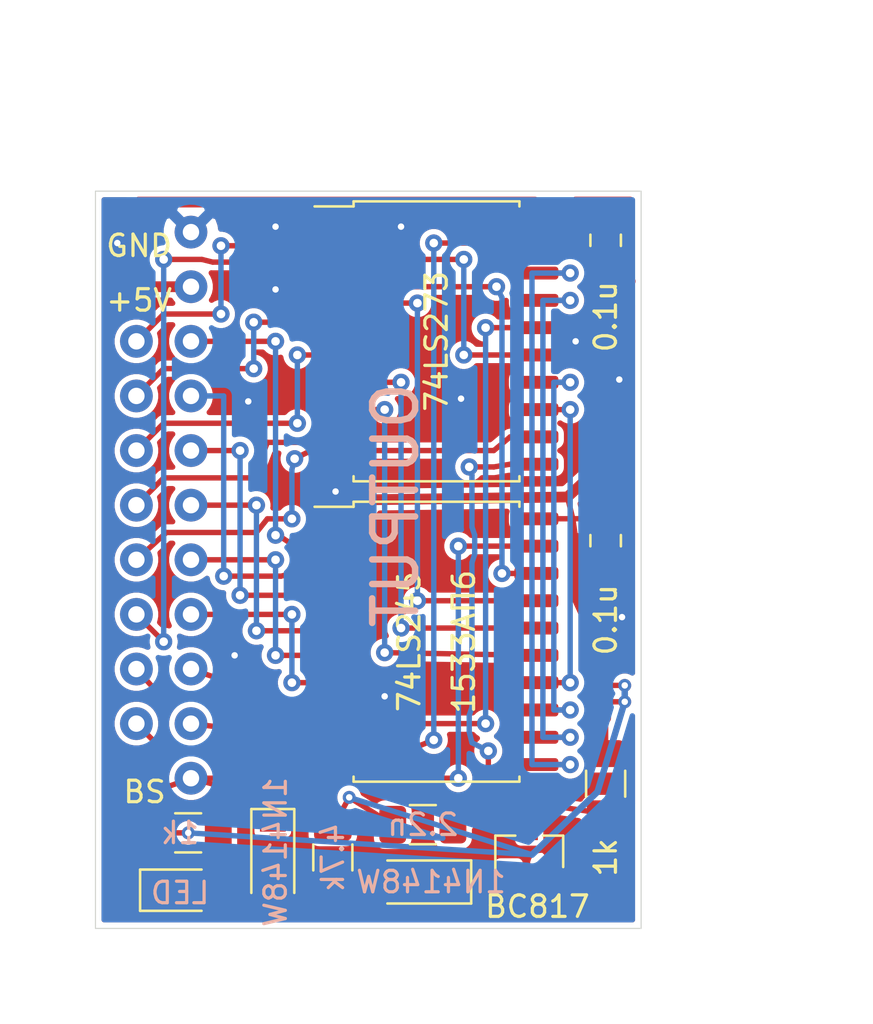
<source format=kicad_pcb>
(kicad_pcb (version 20171130) (host pcbnew 5.1.5+dfsg1-2build2)

  (general
    (thickness 0.8)
    (drawings 10)
    (tracks 305)
    (zones 0)
    (modules 13)
    (nets 32)
  )

  (page A4)
  (layers
    (0 F.Cu signal)
    (31 B.Cu signal)
    (32 B.Adhes user)
    (33 F.Adhes user)
    (34 B.Paste user)
    (35 F.Paste user)
    (36 B.SilkS user)
    (37 F.SilkS user)
    (38 B.Mask user)
    (39 F.Mask user)
    (40 Dwgs.User user)
    (41 Cmts.User user)
    (42 Eco1.User user)
    (43 Eco2.User user)
    (44 Edge.Cuts user)
    (45 Margin user)
    (46 B.CrtYd user)
    (47 F.CrtYd user)
    (48 B.Fab user)
    (49 F.Fab user)
  )

  (setup
    (last_trace_width 0.25)
    (user_trace_width 0.2)
    (user_trace_width 0.3)
    (user_trace_width 0.5)
    (user_trace_width 0.7)
    (trace_clearance 0.2)
    (zone_clearance 0.254)
    (zone_45_only no)
    (trace_min 0.2)
    (via_size 0.8)
    (via_drill 0.4)
    (via_min_size 0.4)
    (via_min_drill 0.3)
    (user_via 0.6 0.3)
    (uvia_size 0.3)
    (uvia_drill 0.1)
    (uvias_allowed no)
    (uvia_min_size 0.2)
    (uvia_min_drill 0.1)
    (edge_width 0.05)
    (segment_width 0.2)
    (pcb_text_width 0.3)
    (pcb_text_size 1.5 1.5)
    (mod_edge_width 0.12)
    (mod_text_size 1 1)
    (mod_text_width 0.15)
    (pad_size 1.7 1.7)
    (pad_drill 1)
    (pad_to_mask_clearance 0.051)
    (solder_mask_min_width 0.25)
    (aux_axis_origin 0 0)
    (visible_elements FFFFFF7F)
    (pcbplotparams
      (layerselection 0x010fc_ffffffff)
      (usegerberextensions true)
      (usegerberattributes false)
      (usegerberadvancedattributes false)
      (creategerberjobfile false)
      (excludeedgelayer true)
      (linewidth 0.100000)
      (plotframeref false)
      (viasonmask false)
      (mode 1)
      (useauxorigin false)
      (hpglpennumber 1)
      (hpglpenspeed 20)
      (hpglpendiameter 15.000000)
      (psnegative false)
      (psa4output false)
      (plotreference true)
      (plotvalue true)
      (plotinvisibletext false)
      (padsonsilk false)
      (subtractmaskfromsilk true)
      (outputformat 1)
      (mirror false)
      (drillshape 0)
      (scaleselection 1)
      (outputdirectory "gerber/"))
  )

  (net 0 "")
  (net 1 +5V)
  (net 2 GND)
  (net 3 BS)
  (net 4 TCLK)
  (net 5 BD1)
  (net 6 BD2)
  (net 7 BD3)
  (net 8 BD4)
  (net 9 BD5)
  (net 10 BD6)
  (net 11 BD7)
  (net 12 OPL7)
  (net 13 OPL6)
  (net 14 OPL5)
  (net 15 OPL4)
  (net 16 OPL3)
  (net 17 OPL2)
  (net 18 OPL1)
  (net 19 "Net-(D1-Pad2)")
  (net 20 "Net-(D2-Pad1)")
  (net 21 OPL0)
  (net 22 D7)
  (net 23 D6)
  (net 24 D5)
  (net 25 D4)
  (net 26 D3)
  (net 27 D2)
  (net 28 D1)
  (net 29 D0)
  (net 30 BD0)
  (net 31 "Net-(D3-Pad2)")

  (net_class Default "This is the default net class."
    (clearance 0.2)
    (trace_width 0.25)
    (via_dia 0.8)
    (via_drill 0.4)
    (uvia_dia 0.3)
    (uvia_drill 0.1)
    (add_net +5V)
    (add_net BD0)
    (add_net BD1)
    (add_net BD2)
    (add_net BD3)
    (add_net BD4)
    (add_net BD5)
    (add_net BD6)
    (add_net BD7)
    (add_net BS)
    (add_net D0)
    (add_net D1)
    (add_net D2)
    (add_net D3)
    (add_net D4)
    (add_net D5)
    (add_net D6)
    (add_net D7)
    (add_net GND)
    (add_net "Net-(D1-Pad2)")
    (add_net "Net-(D2-Pad1)")
    (add_net "Net-(D3-Pad2)")
    (add_net OPL0)
    (add_net OPL1)
    (add_net OPL2)
    (add_net OPL3)
    (add_net OPL4)
    (add_net OPL5)
    (add_net OPL6)
    (add_net OPL7)
    (add_net TCLK)
  )

  (module plc88:data_manager_im (layer F.Cu) (tedit 638C3B16) (tstamp 63A4A953)
    (at 121.285 32.385)
    (path /63A4B406)
    (fp_text reference J1 (at 0 -1.905) (layer F.SilkS) hide
      (effects (font (size 1 1) (thickness 0.15)))
    )
    (fp_text value data_manager_i (at 0 -4.445) (layer F.Fab) hide
      (effects (font (size 1 1) (thickness 0.15)))
    )
    (fp_line (start -6.096 28.956) (end -6.096 1.524) (layer B.CrtYd) (width 0.12))
    (fp_line (start -1.524 28.956) (end -6.096 28.956) (layer B.CrtYd) (width 0.12))
    (fp_line (start -1.524 1.524) (end -1.524 28.956) (layer B.CrtYd) (width 0.12))
    (fp_line (start -6.096 1.524) (end -1.524 1.524) (layer B.CrtYd) (width 0.12))
    (fp_line (start -6.096 28.956) (end -6.096 1.524) (layer F.CrtYd) (width 0.12))
    (fp_line (start -1.524 28.956) (end -6.096 28.956) (layer F.CrtYd) (width 0.12))
    (fp_line (start -1.524 1.524) (end -1.524 28.956) (layer F.CrtYd) (width 0.12))
    (fp_line (start -6.096 1.524) (end -1.524 1.524) (layer F.CrtYd) (width 0.12))
    (pad 19 thru_hole circle (at -2.54 27.94) (size 1.524 1.524) (drill 0.762) (layers *.Cu *.Mask)
      (net 3 BS))
    (pad 18 thru_hole circle (at -2.54 5.08) (size 1.524 1.524) (drill 0.762) (layers *.Cu *.Mask)
      (net 1 +5V))
    (pad 17 thru_hole circle (at -2.54 2.54) (size 1.524 1.524) (drill 0.762) (layers *.Cu *.Mask)
      (net 2 GND))
    (pad 16 thru_hole circle (at -2.54 25.4) (size 1.524 1.524) (drill 0.762) (layers *.Cu *.Mask)
      (net 22 D7))
    (pad 15 thru_hole circle (at -5.08 25.4) (size 1.524 1.524) (drill 0.762) (layers *.Cu *.Mask)
      (net 12 OPL7))
    (pad 14 thru_hole circle (at -2.54 22.86) (size 1.524 1.524) (drill 0.762) (layers *.Cu *.Mask)
      (net 23 D6))
    (pad 13 thru_hole circle (at -5.08 22.86) (size 1.524 1.524) (drill 0.762) (layers *.Cu *.Mask)
      (net 13 OPL6))
    (pad 12 thru_hole circle (at -2.54 20.32) (size 1.524 1.524) (drill 0.762) (layers *.Cu *.Mask)
      (net 24 D5))
    (pad 11 thru_hole circle (at -5.08 20.32) (size 1.524 1.524) (drill 0.762) (layers *.Cu *.Mask)
      (net 14 OPL5))
    (pad 10 thru_hole circle (at -2.54 17.78) (size 1.524 1.524) (drill 0.762) (layers *.Cu *.Mask)
      (net 25 D4))
    (pad 9 thru_hole circle (at -5.08 17.78) (size 1.524 1.524) (drill 0.762) (layers *.Cu *.Mask)
      (net 15 OPL4))
    (pad 8 thru_hole circle (at -2.54 15.24) (size 1.524 1.524) (drill 0.762) (layers *.Cu *.Mask)
      (net 26 D3))
    (pad 7 thru_hole circle (at -5.08 15.24) (size 1.524 1.524) (drill 0.762) (layers *.Cu *.Mask)
      (net 16 OPL3))
    (pad 6 thru_hole circle (at -2.54 12.7) (size 1.524 1.524) (drill 0.762) (layers *.Cu *.Mask)
      (net 27 D2))
    (pad 5 thru_hole circle (at -5.08 12.7) (size 1.524 1.524) (drill 0.762) (layers *.Cu *.Mask)
      (net 17 OPL2))
    (pad 4 thru_hole circle (at -2.54 10.16) (size 1.524 1.524) (drill 0.762) (layers *.Cu *.Mask)
      (net 28 D1))
    (pad 3 thru_hole circle (at -5.08 10.16) (size 1.524 1.524) (drill 0.762) (layers *.Cu *.Mask)
      (net 18 OPL1))
    (pad 2 thru_hole circle (at -2.54 7.62) (size 1.524 1.524) (drill 0.762) (layers *.Cu *.Mask)
      (net 29 D0))
    (pad 1 thru_hole circle (at -5.08 7.62) (size 1.524 1.524) (drill 0.762) (layers *.Cu *.Mask)
      (net 21 OPL0))
  )

  (module Resistor_SMD:R_1206_3216Metric (layer F.Cu) (tedit 5B301BBD) (tstamp 634E16A3)
    (at 138.049 60.579 270)
    (descr "Resistor SMD 1206 (3216 Metric), square (rectangular) end terminal, IPC_7351 nominal, (Body size source: http://www.tortai-tech.com/upload/download/2011102023233369053.pdf), generated with kicad-footprint-generator")
    (tags resistor)
    (path /6350EA50)
    (attr smd)
    (fp_text reference R4 (at 0 -1.82 90) (layer F.SilkS) hide
      (effects (font (size 1 1) (thickness 0.15)))
    )
    (fp_text value 1k (at 3.429 0 90) (layer F.SilkS)
      (effects (font (size 1 1) (thickness 0.15)))
    )
    (fp_text user %R (at 0 0 90) (layer F.Fab) hide
      (effects (font (size 0.8 0.8) (thickness 0.12)))
    )
    (fp_line (start 2.28 1.12) (end -2.28 1.12) (layer F.CrtYd) (width 0.05))
    (fp_line (start 2.28 -1.12) (end 2.28 1.12) (layer F.CrtYd) (width 0.05))
    (fp_line (start -2.28 -1.12) (end 2.28 -1.12) (layer F.CrtYd) (width 0.05))
    (fp_line (start -2.28 1.12) (end -2.28 -1.12) (layer F.CrtYd) (width 0.05))
    (fp_line (start -0.602064 0.91) (end 0.602064 0.91) (layer F.SilkS) (width 0.12))
    (fp_line (start -0.602064 -0.91) (end 0.602064 -0.91) (layer F.SilkS) (width 0.12))
    (fp_line (start 1.6 0.8) (end -1.6 0.8) (layer F.Fab) (width 0.1))
    (fp_line (start 1.6 -0.8) (end 1.6 0.8) (layer F.Fab) (width 0.1))
    (fp_line (start -1.6 -0.8) (end 1.6 -0.8) (layer F.Fab) (width 0.1))
    (fp_line (start -1.6 0.8) (end -1.6 -0.8) (layer F.Fab) (width 0.1))
    (pad 2 smd roundrect (at 1.4 0 270) (size 1.25 1.75) (layers F.Cu F.Paste F.Mask) (roundrect_rratio 0.2)
      (net 4 TCLK))
    (pad 1 smd roundrect (at -1.4 0 270) (size 1.25 1.75) (layers F.Cu F.Paste F.Mask) (roundrect_rratio 0.2)
      (net 1 +5V))
    (model ${KISYS3DMOD}/Resistor_SMD.3dshapes/R_1206_3216Metric.wrl
      (at (xyz 0 0 0))
      (scale (xyz 1 1 1))
      (rotate (xyz 0 0 0))
    )
  )

  (module LED_SMD:LED_0805_2012Metric_Pad1.15x1.40mm_HandSolder (layer F.Cu) (tedit 5B4B45C9) (tstamp 634E4CCE)
    (at 118.237 65.532)
    (descr "LED SMD 0805 (2012 Metric), square (rectangular) end terminal, IPC_7351 nominal, (Body size source: https://docs.google.com/spreadsheets/d/1BsfQQcO9C6DZCsRaXUlFlo91Tg2WpOkGARC1WS5S8t0/edit?usp=sharing), generated with kicad-footprint-generator")
    (tags "LED handsolder")
    (path /634E7EAA)
    (attr smd)
    (fp_text reference D3 (at 0 -1.65) (layer F.SilkS) hide
      (effects (font (size 1 1) (thickness 0.15)))
    )
    (fp_text value LED (at 0 0.127) (layer B.SilkS)
      (effects (font (size 1 1) (thickness 0.15)) (justify mirror))
    )
    (fp_text user %R (at 0 0) (layer F.Fab) hide
      (effects (font (size 0.5 0.5) (thickness 0.08)))
    )
    (fp_line (start 1.85 0.95) (end -1.85 0.95) (layer F.CrtYd) (width 0.05))
    (fp_line (start 1.85 -0.95) (end 1.85 0.95) (layer F.CrtYd) (width 0.05))
    (fp_line (start -1.85 -0.95) (end 1.85 -0.95) (layer F.CrtYd) (width 0.05))
    (fp_line (start -1.85 0.95) (end -1.85 -0.95) (layer F.CrtYd) (width 0.05))
    (fp_line (start -1.86 0.96) (end 1 0.96) (layer F.SilkS) (width 0.12))
    (fp_line (start -1.86 -0.96) (end -1.86 0.96) (layer F.SilkS) (width 0.12))
    (fp_line (start 1 -0.96) (end -1.86 -0.96) (layer F.SilkS) (width 0.12))
    (fp_line (start 1 0.6) (end 1 -0.6) (layer F.Fab) (width 0.1))
    (fp_line (start -1 0.6) (end 1 0.6) (layer F.Fab) (width 0.1))
    (fp_line (start -1 -0.3) (end -1 0.6) (layer F.Fab) (width 0.1))
    (fp_line (start -0.7 -0.6) (end -1 -0.3) (layer F.Fab) (width 0.1))
    (fp_line (start 1 -0.6) (end -0.7 -0.6) (layer F.Fab) (width 0.1))
    (pad 2 smd roundrect (at 1.025 0) (size 1.15 1.4) (layers F.Cu F.Paste F.Mask) (roundrect_rratio 0.217391)
      (net 31 "Net-(D3-Pad2)"))
    (pad 1 smd roundrect (at -1.025 0) (size 1.15 1.4) (layers F.Cu F.Paste F.Mask) (roundrect_rratio 0.217391)
      (net 3 BS))
    (model ${KISYS3DMOD}/LED_SMD.3dshapes/LED_0805_2012Metric.wrl
      (at (xyz 0 0 0))
      (scale (xyz 1 1 1))
      (rotate (xyz 0 0 0))
    )
  )

  (module Resistor_SMD:R_1206_3216Metric (layer F.Cu) (tedit 5B301BBD) (tstamp 634E4E57)
    (at 118.615 62.865 180)
    (descr "Resistor SMD 1206 (3216 Metric), square (rectangular) end terminal, IPC_7351 nominal, (Body size source: http://www.tortai-tech.com/upload/download/2011102023233369053.pdf), generated with kicad-footprint-generator")
    (tags resistor)
    (path /634EEABB)
    (attr smd)
    (fp_text reference R5 (at 0 -1.82) (layer F.SilkS) hide
      (effects (font (size 1 1) (thickness 0.15)))
    )
    (fp_text value 1k (at 0.378 0) (layer B.SilkS)
      (effects (font (size 1 1) (thickness 0.15)) (justify mirror))
    )
    (fp_text user %R (at 0 0) (layer F.Fab) hide
      (effects (font (size 0.8 0.8) (thickness 0.12)))
    )
    (fp_line (start 2.28 1.12) (end -2.28 1.12) (layer F.CrtYd) (width 0.05))
    (fp_line (start 2.28 -1.12) (end 2.28 1.12) (layer F.CrtYd) (width 0.05))
    (fp_line (start -2.28 -1.12) (end 2.28 -1.12) (layer F.CrtYd) (width 0.05))
    (fp_line (start -2.28 1.12) (end -2.28 -1.12) (layer F.CrtYd) (width 0.05))
    (fp_line (start -0.602064 0.91) (end 0.602064 0.91) (layer F.SilkS) (width 0.12))
    (fp_line (start -0.602064 -0.91) (end 0.602064 -0.91) (layer F.SilkS) (width 0.12))
    (fp_line (start 1.6 0.8) (end -1.6 0.8) (layer F.Fab) (width 0.1))
    (fp_line (start 1.6 -0.8) (end 1.6 0.8) (layer F.Fab) (width 0.1))
    (fp_line (start -1.6 -0.8) (end 1.6 -0.8) (layer F.Fab) (width 0.1))
    (fp_line (start -1.6 0.8) (end -1.6 -0.8) (layer F.Fab) (width 0.1))
    (pad 2 smd roundrect (at 1.4 0 180) (size 1.25 1.75) (layers F.Cu F.Paste F.Mask) (roundrect_rratio 0.2)
      (net 1 +5V))
    (pad 1 smd roundrect (at -1.4 0 180) (size 1.25 1.75) (layers F.Cu F.Paste F.Mask) (roundrect_rratio 0.2)
      (net 31 "Net-(D3-Pad2)"))
    (model ${KISYS3DMOD}/Resistor_SMD.3dshapes/R_1206_3216Metric.wrl
      (at (xyz 0 0 0))
      (scale (xyz 1 1 1))
      (rotate (xyz 0 0 0))
    )
  )

  (module Diode_SMD:D_SOD-123 (layer F.Cu) (tedit 58645DC7) (tstamp 634E15D4)
    (at 122.555 64.008 270)
    (descr SOD-123)
    (tags SOD-123)
    (path /6350F0B9)
    (attr smd)
    (fp_text reference D1 (at 0 -2 90) (layer F.SilkS) hide
      (effects (font (size 1 1) (thickness 0.15)))
    )
    (fp_text value 1N4148W (at -0.254 -0.127 90) (layer B.SilkS)
      (effects (font (size 1 1) (thickness 0.15)) (justify mirror))
    )
    (fp_line (start -2.25 -1) (end 1.65 -1) (layer F.SilkS) (width 0.12))
    (fp_line (start -2.25 1) (end 1.65 1) (layer F.SilkS) (width 0.12))
    (fp_line (start -2.35 -1.15) (end -2.35 1.15) (layer F.CrtYd) (width 0.05))
    (fp_line (start 2.35 1.15) (end -2.35 1.15) (layer F.CrtYd) (width 0.05))
    (fp_line (start 2.35 -1.15) (end 2.35 1.15) (layer F.CrtYd) (width 0.05))
    (fp_line (start -2.35 -1.15) (end 2.35 -1.15) (layer F.CrtYd) (width 0.05))
    (fp_line (start -1.4 -0.9) (end 1.4 -0.9) (layer F.Fab) (width 0.1))
    (fp_line (start 1.4 -0.9) (end 1.4 0.9) (layer F.Fab) (width 0.1))
    (fp_line (start 1.4 0.9) (end -1.4 0.9) (layer F.Fab) (width 0.1))
    (fp_line (start -1.4 0.9) (end -1.4 -0.9) (layer F.Fab) (width 0.1))
    (fp_line (start -0.75 0) (end -0.35 0) (layer F.Fab) (width 0.1))
    (fp_line (start -0.35 0) (end -0.35 -0.55) (layer F.Fab) (width 0.1))
    (fp_line (start -0.35 0) (end -0.35 0.55) (layer F.Fab) (width 0.1))
    (fp_line (start -0.35 0) (end 0.25 -0.4) (layer F.Fab) (width 0.1))
    (fp_line (start 0.25 -0.4) (end 0.25 0.4) (layer F.Fab) (width 0.1))
    (fp_line (start 0.25 0.4) (end -0.35 0) (layer F.Fab) (width 0.1))
    (fp_line (start 0.25 0) (end 0.75 0) (layer F.Fab) (width 0.1))
    (fp_line (start -2.25 -1) (end -2.25 1) (layer F.SilkS) (width 0.12))
    (fp_text user %R (at 0 -2 90) (layer F.Fab) hide
      (effects (font (size 1 1) (thickness 0.15)))
    )
    (pad 2 smd rect (at 1.65 0 270) (size 0.9 1.2) (layers F.Cu F.Paste F.Mask)
      (net 19 "Net-(D1-Pad2)"))
    (pad 1 smd rect (at -1.65 0 270) (size 0.9 1.2) (layers F.Cu F.Paste F.Mask)
      (net 3 BS))
    (model ${KISYS3DMOD}/Diode_SMD.3dshapes/D_SOD-123.wrl
      (at (xyz 0 0 0))
      (scale (xyz 1 1 1))
      (rotate (xyz 0 0 0))
    )
  )

  (module Capacitor_SMD:C_0805_2012Metric_Pad1.15x1.40mm_HandSolder (layer F.Cu) (tedit 5B36C52B) (tstamp 634E15AA)
    (at 138.049 49.276 90)
    (descr "Capacitor SMD 0805 (2012 Metric), square (rectangular) end terminal, IPC_7351 nominal with elongated pad for handsoldering. (Body size source: https://docs.google.com/spreadsheets/d/1BsfQQcO9C6DZCsRaXUlFlo91Tg2WpOkGARC1WS5S8t0/edit?usp=sharing), generated with kicad-footprint-generator")
    (tags "capacitor handsolder")
    (path /61CBFE5C)
    (attr smd)
    (fp_text reference C2 (at 0 -1.65 90) (layer F.SilkS) hide
      (effects (font (size 1 1) (thickness 0.15)))
    )
    (fp_text value 0.1u (at -3.683 0 90) (layer F.SilkS)
      (effects (font (size 1 1) (thickness 0.15)))
    )
    (fp_text user %R (at 0 0 90) (layer F.Fab) hide
      (effects (font (size 0.5 0.5) (thickness 0.08)))
    )
    (fp_line (start 1.85 0.95) (end -1.85 0.95) (layer F.CrtYd) (width 0.05))
    (fp_line (start 1.85 -0.95) (end 1.85 0.95) (layer F.CrtYd) (width 0.05))
    (fp_line (start -1.85 -0.95) (end 1.85 -0.95) (layer F.CrtYd) (width 0.05))
    (fp_line (start -1.85 0.95) (end -1.85 -0.95) (layer F.CrtYd) (width 0.05))
    (fp_line (start -0.261252 0.71) (end 0.261252 0.71) (layer F.SilkS) (width 0.12))
    (fp_line (start -0.261252 -0.71) (end 0.261252 -0.71) (layer F.SilkS) (width 0.12))
    (fp_line (start 1 0.6) (end -1 0.6) (layer F.Fab) (width 0.1))
    (fp_line (start 1 -0.6) (end 1 0.6) (layer F.Fab) (width 0.1))
    (fp_line (start -1 -0.6) (end 1 -0.6) (layer F.Fab) (width 0.1))
    (fp_line (start -1 0.6) (end -1 -0.6) (layer F.Fab) (width 0.1))
    (pad 2 smd roundrect (at 1.025 0 90) (size 1.15 1.4) (layers F.Cu F.Paste F.Mask) (roundrect_rratio 0.217391)
      (net 1 +5V))
    (pad 1 smd roundrect (at -1.025 0 90) (size 1.15 1.4) (layers F.Cu F.Paste F.Mask) (roundrect_rratio 0.217391)
      (net 2 GND))
    (model ${KISYS3DMOD}/Capacitor_SMD.3dshapes/C_0805_2012Metric.wrl
      (at (xyz 0 0 0))
      (scale (xyz 1 1 1))
      (rotate (xyz 0 0 0))
    )
  )

  (module Capacitor_SMD:C_1206_3216Metric (layer F.Cu) (tedit 5B301BBE) (tstamp 634E15BB)
    (at 129.54 62.484)
    (descr "Capacitor SMD 1206 (3216 Metric), square (rectangular) end terminal, IPC_7351 nominal, (Body size source: http://www.tortai-tech.com/upload/download/2011102023233369053.pdf), generated with kicad-footprint-generator")
    (tags capacitor)
    (path /6353446E)
    (attr smd)
    (fp_text reference C3 (at 0 -1.82) (layer F.SilkS) hide
      (effects (font (size 1 1) (thickness 0.15)))
    )
    (fp_text value 2.2n (at 0 0) (layer B.SilkS)
      (effects (font (size 1 1) (thickness 0.15)) (justify mirror))
    )
    (fp_text user %R (at 0 0) (layer F.Fab) hide
      (effects (font (size 0.8 0.8) (thickness 0.12)))
    )
    (fp_line (start 2.28 1.12) (end -2.28 1.12) (layer F.CrtYd) (width 0.05))
    (fp_line (start 2.28 -1.12) (end 2.28 1.12) (layer F.CrtYd) (width 0.05))
    (fp_line (start -2.28 -1.12) (end 2.28 -1.12) (layer F.CrtYd) (width 0.05))
    (fp_line (start -2.28 1.12) (end -2.28 -1.12) (layer F.CrtYd) (width 0.05))
    (fp_line (start -0.602064 0.91) (end 0.602064 0.91) (layer F.SilkS) (width 0.12))
    (fp_line (start -0.602064 -0.91) (end 0.602064 -0.91) (layer F.SilkS) (width 0.12))
    (fp_line (start 1.6 0.8) (end -1.6 0.8) (layer F.Fab) (width 0.1))
    (fp_line (start 1.6 -0.8) (end 1.6 0.8) (layer F.Fab) (width 0.1))
    (fp_line (start -1.6 -0.8) (end 1.6 -0.8) (layer F.Fab) (width 0.1))
    (fp_line (start -1.6 0.8) (end -1.6 -0.8) (layer F.Fab) (width 0.1))
    (pad 2 smd roundrect (at 1.4 0) (size 1.25 1.75) (layers F.Cu F.Paste F.Mask) (roundrect_rratio 0.2)
      (net 4 TCLK))
    (pad 1 smd roundrect (at -1.4 0) (size 1.25 1.75) (layers F.Cu F.Paste F.Mask) (roundrect_rratio 0.2)
      (net 1 +5V))
    (model ${KISYS3DMOD}/Capacitor_SMD.3dshapes/C_1206_3216Metric.wrl
      (at (xyz 0 0 0))
      (scale (xyz 1 1 1))
      (rotate (xyz 0 0 0))
    )
  )

  (module Resistor_SMD:R_1206_3216Metric (layer F.Cu) (tedit 5B301BBD) (tstamp 634E1692)
    (at 125.349 64.008 270)
    (descr "Resistor SMD 1206 (3216 Metric), square (rectangular) end terminal, IPC_7351 nominal, (Body size source: http://www.tortai-tech.com/upload/download/2011102023233369053.pdf), generated with kicad-footprint-generator")
    (tags resistor)
    (path /6350E4EB)
    (attr smd)
    (fp_text reference R3 (at 0 -1.82 90) (layer F.SilkS) hide
      (effects (font (size 1 1) (thickness 0.15)))
    )
    (fp_text value 4.7k (at 0 0 90) (layer B.SilkS)
      (effects (font (size 1 1) (thickness 0.15)) (justify mirror))
    )
    (fp_text user %R (at 0 0 90) (layer F.Fab) hide
      (effects (font (size 0.8 0.8) (thickness 0.12)))
    )
    (fp_line (start 2.28 1.12) (end -2.28 1.12) (layer F.CrtYd) (width 0.05))
    (fp_line (start 2.28 -1.12) (end 2.28 1.12) (layer F.CrtYd) (width 0.05))
    (fp_line (start -2.28 -1.12) (end 2.28 -1.12) (layer F.CrtYd) (width 0.05))
    (fp_line (start -2.28 1.12) (end -2.28 -1.12) (layer F.CrtYd) (width 0.05))
    (fp_line (start -0.602064 0.91) (end 0.602064 0.91) (layer F.SilkS) (width 0.12))
    (fp_line (start -0.602064 -0.91) (end 0.602064 -0.91) (layer F.SilkS) (width 0.12))
    (fp_line (start 1.6 0.8) (end -1.6 0.8) (layer F.Fab) (width 0.1))
    (fp_line (start 1.6 -0.8) (end 1.6 0.8) (layer F.Fab) (width 0.1))
    (fp_line (start -1.6 -0.8) (end 1.6 -0.8) (layer F.Fab) (width 0.1))
    (fp_line (start -1.6 0.8) (end -1.6 -0.8) (layer F.Fab) (width 0.1))
    (pad 2 smd roundrect (at 1.4 0 270) (size 1.25 1.75) (layers F.Cu F.Paste F.Mask) (roundrect_rratio 0.2)
      (net 19 "Net-(D1-Pad2)"))
    (pad 1 smd roundrect (at -1.4 0 270) (size 1.25 1.75) (layers F.Cu F.Paste F.Mask) (roundrect_rratio 0.2)
      (net 1 +5V))
    (model ${KISYS3DMOD}/Resistor_SMD.3dshapes/R_1206_3216Metric.wrl
      (at (xyz 0 0 0))
      (scale (xyz 1 1 1))
      (rotate (xyz 0 0 0))
    )
  )

  (module Package_TO_SOT_SMD:SOT-23 (layer F.Cu) (tedit 5A02FF57) (tstamp 634E165F)
    (at 134.493 63.754 90)
    (descr "SOT-23, Standard")
    (tags SOT-23)
    (path /6350FE0F)
    (attr smd)
    (fp_text reference Q1 (at 0 -2.5 90) (layer F.SilkS) hide
      (effects (font (size 1 1) (thickness 0.15)))
    )
    (fp_text value BC817 (at -2.54 0.381 180) (layer F.SilkS)
      (effects (font (size 1 1) (thickness 0.15)))
    )
    (fp_line (start 0.76 1.58) (end -0.7 1.58) (layer F.SilkS) (width 0.12))
    (fp_line (start 0.76 -1.58) (end -1.4 -1.58) (layer F.SilkS) (width 0.12))
    (fp_line (start -1.7 1.75) (end -1.7 -1.75) (layer F.CrtYd) (width 0.05))
    (fp_line (start 1.7 1.75) (end -1.7 1.75) (layer F.CrtYd) (width 0.05))
    (fp_line (start 1.7 -1.75) (end 1.7 1.75) (layer F.CrtYd) (width 0.05))
    (fp_line (start -1.7 -1.75) (end 1.7 -1.75) (layer F.CrtYd) (width 0.05))
    (fp_line (start 0.76 -1.58) (end 0.76 -0.65) (layer F.SilkS) (width 0.12))
    (fp_line (start 0.76 1.58) (end 0.76 0.65) (layer F.SilkS) (width 0.12))
    (fp_line (start -0.7 1.52) (end 0.7 1.52) (layer F.Fab) (width 0.1))
    (fp_line (start 0.7 -1.52) (end 0.7 1.52) (layer F.Fab) (width 0.1))
    (fp_line (start -0.7 -0.95) (end -0.15 -1.52) (layer F.Fab) (width 0.1))
    (fp_line (start -0.15 -1.52) (end 0.7 -1.52) (layer F.Fab) (width 0.1))
    (fp_line (start -0.7 -0.95) (end -0.7 1.5) (layer F.Fab) (width 0.1))
    (fp_text user %R (at 0 0) (layer F.Fab) hide
      (effects (font (size 0.5 0.5) (thickness 0.075)))
    )
    (pad 3 smd rect (at 1 0 90) (size 0.9 0.8) (layers F.Cu F.Paste F.Mask)
      (net 4 TCLK))
    (pad 2 smd rect (at -1 0.95 90) (size 0.9 0.8) (layers F.Cu F.Paste F.Mask)
      (net 2 GND))
    (pad 1 smd rect (at -1 -0.95 90) (size 0.9 0.8) (layers F.Cu F.Paste F.Mask)
      (net 20 "Net-(D2-Pad1)"))
    (model ${KISYS3DMOD}/Package_TO_SOT_SMD.3dshapes/SOT-23.wrl
      (at (xyz 0 0 0))
      (scale (xyz 1 1 1))
      (rotate (xyz 0 0 0))
    )
  )

  (module Diode_SMD:D_SOD-123 (layer F.Cu) (tedit 58645DC7) (tstamp 634E15ED)
    (at 129.54 65.151 180)
    (descr SOD-123)
    (tags SOD-123)
    (path /6350F6DF)
    (attr smd)
    (fp_text reference D2 (at 0 -2) (layer F.SilkS) hide
      (effects (font (size 1 1) (thickness 0.15)))
    )
    (fp_text value 1N4148W (at -0.381 0) (layer B.SilkS)
      (effects (font (size 1 1) (thickness 0.15)) (justify mirror))
    )
    (fp_line (start -2.25 -1) (end 1.65 -1) (layer F.SilkS) (width 0.12))
    (fp_line (start -2.25 1) (end 1.65 1) (layer F.SilkS) (width 0.12))
    (fp_line (start -2.35 -1.15) (end -2.35 1.15) (layer F.CrtYd) (width 0.05))
    (fp_line (start 2.35 1.15) (end -2.35 1.15) (layer F.CrtYd) (width 0.05))
    (fp_line (start 2.35 -1.15) (end 2.35 1.15) (layer F.CrtYd) (width 0.05))
    (fp_line (start -2.35 -1.15) (end 2.35 -1.15) (layer F.CrtYd) (width 0.05))
    (fp_line (start -1.4 -0.9) (end 1.4 -0.9) (layer F.Fab) (width 0.1))
    (fp_line (start 1.4 -0.9) (end 1.4 0.9) (layer F.Fab) (width 0.1))
    (fp_line (start 1.4 0.9) (end -1.4 0.9) (layer F.Fab) (width 0.1))
    (fp_line (start -1.4 0.9) (end -1.4 -0.9) (layer F.Fab) (width 0.1))
    (fp_line (start -0.75 0) (end -0.35 0) (layer F.Fab) (width 0.1))
    (fp_line (start -0.35 0) (end -0.35 -0.55) (layer F.Fab) (width 0.1))
    (fp_line (start -0.35 0) (end -0.35 0.55) (layer F.Fab) (width 0.1))
    (fp_line (start -0.35 0) (end 0.25 -0.4) (layer F.Fab) (width 0.1))
    (fp_line (start 0.25 -0.4) (end 0.25 0.4) (layer F.Fab) (width 0.1))
    (fp_line (start 0.25 0.4) (end -0.35 0) (layer F.Fab) (width 0.1))
    (fp_line (start 0.25 0) (end 0.75 0) (layer F.Fab) (width 0.1))
    (fp_line (start -2.25 -1) (end -2.25 1) (layer F.SilkS) (width 0.12))
    (fp_text user %R (at 0 -2) (layer F.Fab) hide
      (effects (font (size 1 1) (thickness 0.15)))
    )
    (pad 2 smd rect (at 1.65 0 180) (size 0.9 1.2) (layers F.Cu F.Paste F.Mask)
      (net 19 "Net-(D1-Pad2)"))
    (pad 1 smd rect (at -1.65 0 180) (size 0.9 1.2) (layers F.Cu F.Paste F.Mask)
      (net 20 "Net-(D2-Pad1)"))
    (model ${KISYS3DMOD}/Diode_SMD.3dshapes/D_SOD-123.wrl
      (at (xyz 0 0 0))
      (scale (xyz 1 1 1))
      (rotate (xyz 0 0 0))
    )
  )

  (module Package_SO:SOIC-20W_7.5x12.8mm_P1.27mm (layer F.Cu) (tedit 5D9F72B1) (tstamp 634E16F9)
    (at 130.175 40.005)
    (descr "SOIC, 20 Pin (JEDEC MS-013AC, https://www.analog.com/media/en/package-pcb-resources/package/233848rw_20.pdf), generated with kicad-footprint-generator ipc_gullwing_generator.py")
    (tags "SOIC SO")
    (path /61CA7E47)
    (attr smd)
    (fp_text reference U2 (at 0 -7.35 180) (layer F.SilkS) hide
      (effects (font (size 1 1) (thickness 0.15)))
    )
    (fp_text value 74LS273 (at 0 0 270) (layer F.SilkS)
      (effects (font (size 1 1) (thickness 0.15)))
    )
    (fp_text user %R (at 0 0 180) (layer F.Fab) hide
      (effects (font (size 1 1) (thickness 0.15)))
    )
    (fp_line (start 5.93 -6.65) (end -5.93 -6.65) (layer F.CrtYd) (width 0.05))
    (fp_line (start 5.93 6.65) (end 5.93 -6.65) (layer F.CrtYd) (width 0.05))
    (fp_line (start -5.93 6.65) (end 5.93 6.65) (layer F.CrtYd) (width 0.05))
    (fp_line (start -5.93 -6.65) (end -5.93 6.65) (layer F.CrtYd) (width 0.05))
    (fp_line (start -3.75 -5.4) (end -2.75 -6.4) (layer F.Fab) (width 0.1))
    (fp_line (start -3.75 6.4) (end -3.75 -5.4) (layer F.Fab) (width 0.1))
    (fp_line (start 3.75 6.4) (end -3.75 6.4) (layer F.Fab) (width 0.1))
    (fp_line (start 3.75 -6.4) (end 3.75 6.4) (layer F.Fab) (width 0.1))
    (fp_line (start -2.75 -6.4) (end 3.75 -6.4) (layer F.Fab) (width 0.1))
    (fp_line (start -3.86 -6.275) (end -5.675 -6.275) (layer F.SilkS) (width 0.12))
    (fp_line (start -3.86 -6.51) (end -3.86 -6.275) (layer F.SilkS) (width 0.12))
    (fp_line (start 0 -6.51) (end -3.86 -6.51) (layer F.SilkS) (width 0.12))
    (fp_line (start 3.86 -6.51) (end 3.86 -6.275) (layer F.SilkS) (width 0.12))
    (fp_line (start 0 -6.51) (end 3.86 -6.51) (layer F.SilkS) (width 0.12))
    (fp_line (start -3.86 6.51) (end -3.86 6.275) (layer F.SilkS) (width 0.12))
    (fp_line (start 0 6.51) (end -3.86 6.51) (layer F.SilkS) (width 0.12))
    (fp_line (start 3.86 6.51) (end 3.86 6.275) (layer F.SilkS) (width 0.12))
    (fp_line (start 0 6.51) (end 3.86 6.51) (layer F.SilkS) (width 0.12))
    (pad 20 smd roundrect (at 4.65 -5.715) (size 2.05 0.6) (layers F.Cu F.Paste F.Mask) (roundrect_rratio 0.25)
      (net 1 +5V))
    (pad 19 smd roundrect (at 4.65 -4.445) (size 2.05 0.6) (layers F.Cu F.Paste F.Mask) (roundrect_rratio 0.25)
      (net 12 OPL7))
    (pad 18 smd roundrect (at 4.65 -3.175) (size 2.05 0.6) (layers F.Cu F.Paste F.Mask) (roundrect_rratio 0.25)
      (net 11 BD7))
    (pad 17 smd roundrect (at 4.65 -1.905) (size 2.05 0.6) (layers F.Cu F.Paste F.Mask) (roundrect_rratio 0.25)
      (net 10 BD6))
    (pad 16 smd roundrect (at 4.65 -0.635) (size 2.05 0.6) (layers F.Cu F.Paste F.Mask) (roundrect_rratio 0.25)
      (net 13 OPL6))
    (pad 15 smd roundrect (at 4.65 0.635) (size 2.05 0.6) (layers F.Cu F.Paste F.Mask) (roundrect_rratio 0.25)
      (net 14 OPL5))
    (pad 14 smd roundrect (at 4.65 1.905) (size 2.05 0.6) (layers F.Cu F.Paste F.Mask) (roundrect_rratio 0.25)
      (net 9 BD5))
    (pad 13 smd roundrect (at 4.65 3.175) (size 2.05 0.6) (layers F.Cu F.Paste F.Mask) (roundrect_rratio 0.25)
      (net 8 BD4))
    (pad 12 smd roundrect (at 4.65 4.445) (size 2.05 0.6) (layers F.Cu F.Paste F.Mask) (roundrect_rratio 0.25)
      (net 15 OPL4))
    (pad 11 smd roundrect (at 4.65 5.715) (size 2.05 0.6) (layers F.Cu F.Paste F.Mask) (roundrect_rratio 0.25)
      (net 4 TCLK))
    (pad 10 smd roundrect (at -4.65 5.715) (size 2.05 0.6) (layers F.Cu F.Paste F.Mask) (roundrect_rratio 0.25)
      (net 2 GND))
    (pad 9 smd roundrect (at -4.65 4.445) (size 2.05 0.6) (layers F.Cu F.Paste F.Mask) (roundrect_rratio 0.25)
      (net 16 OPL3))
    (pad 8 smd roundrect (at -4.65 3.175) (size 2.05 0.6) (layers F.Cu F.Paste F.Mask) (roundrect_rratio 0.25)
      (net 7 BD3))
    (pad 7 smd roundrect (at -4.65 1.905) (size 2.05 0.6) (layers F.Cu F.Paste F.Mask) (roundrect_rratio 0.25)
      (net 6 BD2))
    (pad 6 smd roundrect (at -4.65 0.635) (size 2.05 0.6) (layers F.Cu F.Paste F.Mask) (roundrect_rratio 0.25)
      (net 17 OPL2))
    (pad 5 smd roundrect (at -4.65 -0.635) (size 2.05 0.6) (layers F.Cu F.Paste F.Mask) (roundrect_rratio 0.25)
      (net 18 OPL1))
    (pad 4 smd roundrect (at -4.65 -1.905) (size 2.05 0.6) (layers F.Cu F.Paste F.Mask) (roundrect_rratio 0.25)
      (net 5 BD1))
    (pad 3 smd roundrect (at -4.65 -3.175) (size 2.05 0.6) (layers F.Cu F.Paste F.Mask) (roundrect_rratio 0.25)
      (net 30 BD0))
    (pad 2 smd roundrect (at -4.65 -4.445) (size 2.05 0.6) (layers F.Cu F.Paste F.Mask) (roundrect_rratio 0.25)
      (net 21 OPL0))
    (pad 1 smd roundrect (at -4.65 -5.715) (size 2.05 0.6) (layers F.Cu F.Paste F.Mask) (roundrect_rratio 0.25)
      (net 1 +5V))
    (model ${KISYS3DMOD}/Package_SO.3dshapes/SOIC-20W_7.5x12.8mm_P1.27mm.wrl
      (at (xyz 0 0 0))
      (scale (xyz 1 1 1))
      (rotate (xyz 0 0 0))
    )
  )

  (module Package_SO:SOIC-20W_7.5x12.8mm_P1.27mm (layer F.Cu) (tedit 5D9F72B1) (tstamp 634E16CE)
    (at 130.175 53.975)
    (descr "SOIC, 20 Pin (JEDEC MS-013AC, https://www.analog.com/media/en/package-pcb-resources/package/233848rw_20.pdf), generated with kicad-footprint-generator ipc_gullwing_generator.py")
    (tags "SOIC SO")
    (path /61CA7483)
    (attr smd)
    (fp_text reference U1 (at 0 -7.35) (layer F.SilkS) hide
      (effects (font (size 1 1) (thickness 0.15)))
    )
    (fp_text value 74LS245 (at -1.27 0 90) (layer F.SilkS)
      (effects (font (size 1 1) (thickness 0.15)))
    )
    (fp_text user %R (at 0 0) (layer F.Fab) hide
      (effects (font (size 1 1) (thickness 0.15)))
    )
    (fp_line (start 5.93 -6.65) (end -5.93 -6.65) (layer F.CrtYd) (width 0.05))
    (fp_line (start 5.93 6.65) (end 5.93 -6.65) (layer F.CrtYd) (width 0.05))
    (fp_line (start -5.93 6.65) (end 5.93 6.65) (layer F.CrtYd) (width 0.05))
    (fp_line (start -5.93 -6.65) (end -5.93 6.65) (layer F.CrtYd) (width 0.05))
    (fp_line (start -3.75 -5.4) (end -2.75 -6.4) (layer F.Fab) (width 0.1))
    (fp_line (start -3.75 6.4) (end -3.75 -5.4) (layer F.Fab) (width 0.1))
    (fp_line (start 3.75 6.4) (end -3.75 6.4) (layer F.Fab) (width 0.1))
    (fp_line (start 3.75 -6.4) (end 3.75 6.4) (layer F.Fab) (width 0.1))
    (fp_line (start -2.75 -6.4) (end 3.75 -6.4) (layer F.Fab) (width 0.1))
    (fp_line (start -3.86 -6.275) (end -5.675 -6.275) (layer F.SilkS) (width 0.12))
    (fp_line (start -3.86 -6.51) (end -3.86 -6.275) (layer F.SilkS) (width 0.12))
    (fp_line (start 0 -6.51) (end -3.86 -6.51) (layer F.SilkS) (width 0.12))
    (fp_line (start 3.86 -6.51) (end 3.86 -6.275) (layer F.SilkS) (width 0.12))
    (fp_line (start 0 -6.51) (end 3.86 -6.51) (layer F.SilkS) (width 0.12))
    (fp_line (start -3.86 6.51) (end -3.86 6.275) (layer F.SilkS) (width 0.12))
    (fp_line (start 0 6.51) (end -3.86 6.51) (layer F.SilkS) (width 0.12))
    (fp_line (start 3.86 6.51) (end 3.86 6.275) (layer F.SilkS) (width 0.12))
    (fp_line (start 0 6.51) (end 3.86 6.51) (layer F.SilkS) (width 0.12))
    (fp_text user 1533АП6 (at 1.27 0 90) (layer F.SilkS)
      (effects (font (size 1 1) (thickness 0.15)))
    )
    (pad 20 smd roundrect (at 4.65 -5.715) (size 2.05 0.6) (layers F.Cu F.Paste F.Mask) (roundrect_rratio 0.25)
      (net 1 +5V))
    (pad 19 smd roundrect (at 4.65 -4.445) (size 2.05 0.6) (layers F.Cu F.Paste F.Mask) (roundrect_rratio 0.25)
      (net 3 BS))
    (pad 18 smd roundrect (at 4.65 -3.175) (size 2.05 0.6) (layers F.Cu F.Paste F.Mask) (roundrect_rratio 0.25)
      (net 30 BD0))
    (pad 17 smd roundrect (at 4.65 -1.905) (size 2.05 0.6) (layers F.Cu F.Paste F.Mask) (roundrect_rratio 0.25)
      (net 5 BD1))
    (pad 16 smd roundrect (at 4.65 -0.635) (size 2.05 0.6) (layers F.Cu F.Paste F.Mask) (roundrect_rratio 0.25)
      (net 6 BD2))
    (pad 15 smd roundrect (at 4.65 0.635) (size 2.05 0.6) (layers F.Cu F.Paste F.Mask) (roundrect_rratio 0.25)
      (net 7 BD3))
    (pad 14 smd roundrect (at 4.65 1.905) (size 2.05 0.6) (layers F.Cu F.Paste F.Mask) (roundrect_rratio 0.25)
      (net 8 BD4))
    (pad 13 smd roundrect (at 4.65 3.175) (size 2.05 0.6) (layers F.Cu F.Paste F.Mask) (roundrect_rratio 0.25)
      (net 9 BD5))
    (pad 12 smd roundrect (at 4.65 4.445) (size 2.05 0.6) (layers F.Cu F.Paste F.Mask) (roundrect_rratio 0.25)
      (net 10 BD6))
    (pad 11 smd roundrect (at 4.65 5.715) (size 2.05 0.6) (layers F.Cu F.Paste F.Mask) (roundrect_rratio 0.25)
      (net 11 BD7))
    (pad 10 smd roundrect (at -4.65 5.715) (size 2.05 0.6) (layers F.Cu F.Paste F.Mask) (roundrect_rratio 0.25)
      (net 2 GND))
    (pad 9 smd roundrect (at -4.65 4.445) (size 2.05 0.6) (layers F.Cu F.Paste F.Mask) (roundrect_rratio 0.25)
      (net 22 D7))
    (pad 8 smd roundrect (at -4.65 3.175) (size 2.05 0.6) (layers F.Cu F.Paste F.Mask) (roundrect_rratio 0.25)
      (net 23 D6))
    (pad 7 smd roundrect (at -4.65 1.905) (size 2.05 0.6) (layers F.Cu F.Paste F.Mask) (roundrect_rratio 0.25)
      (net 24 D5))
    (pad 6 smd roundrect (at -4.65 0.635) (size 2.05 0.6) (layers F.Cu F.Paste F.Mask) (roundrect_rratio 0.25)
      (net 25 D4))
    (pad 5 smd roundrect (at -4.65 -0.635) (size 2.05 0.6) (layers F.Cu F.Paste F.Mask) (roundrect_rratio 0.25)
      (net 26 D3))
    (pad 4 smd roundrect (at -4.65 -1.905) (size 2.05 0.6) (layers F.Cu F.Paste F.Mask) (roundrect_rratio 0.25)
      (net 27 D2))
    (pad 3 smd roundrect (at -4.65 -3.175) (size 2.05 0.6) (layers F.Cu F.Paste F.Mask) (roundrect_rratio 0.25)
      (net 28 D1))
    (pad 2 smd roundrect (at -4.65 -4.445) (size 2.05 0.6) (layers F.Cu F.Paste F.Mask) (roundrect_rratio 0.25)
      (net 29 D0))
    (pad 1 smd roundrect (at -4.65 -5.715) (size 2.05 0.6) (layers F.Cu F.Paste F.Mask) (roundrect_rratio 0.25)
      (net 1 +5V))
    (model ${KISYS3DMOD}/Package_SO.3dshapes/SOIC-20W_7.5x12.8mm_P1.27mm.wrl
      (at (xyz 0 0 0))
      (scale (xyz 1 1 1))
      (rotate (xyz 0 0 0))
    )
  )

  (module Capacitor_SMD:C_0805_2012Metric_Pad1.15x1.40mm_HandSolder (layer F.Cu) (tedit 5B36C52B) (tstamp 634E1599)
    (at 138.049 35.306 90)
    (descr "Capacitor SMD 0805 (2012 Metric), square (rectangular) end terminal, IPC_7351 nominal with elongated pad for handsoldering. (Body size source: https://docs.google.com/spreadsheets/d/1BsfQQcO9C6DZCsRaXUlFlo91Tg2WpOkGARC1WS5S8t0/edit?usp=sharing), generated with kicad-footprint-generator")
    (tags "capacitor handsolder")
    (path /61CBF854)
    (attr smd)
    (fp_text reference C1 (at 0 -1.65 90) (layer F.SilkS) hide
      (effects (font (size 1 1) (thickness 0.15)))
    )
    (fp_text value 0.1u (at -3.556 0 90) (layer F.SilkS)
      (effects (font (size 1 1) (thickness 0.15)))
    )
    (fp_text user %R (at 0 0 90) (layer F.Fab) hide
      (effects (font (size 0.5 0.5) (thickness 0.08)))
    )
    (fp_line (start 1.85 0.95) (end -1.85 0.95) (layer F.CrtYd) (width 0.05))
    (fp_line (start 1.85 -0.95) (end 1.85 0.95) (layer F.CrtYd) (width 0.05))
    (fp_line (start -1.85 -0.95) (end 1.85 -0.95) (layer F.CrtYd) (width 0.05))
    (fp_line (start -1.85 0.95) (end -1.85 -0.95) (layer F.CrtYd) (width 0.05))
    (fp_line (start -0.261252 0.71) (end 0.261252 0.71) (layer F.SilkS) (width 0.12))
    (fp_line (start -0.261252 -0.71) (end 0.261252 -0.71) (layer F.SilkS) (width 0.12))
    (fp_line (start 1 0.6) (end -1 0.6) (layer F.Fab) (width 0.1))
    (fp_line (start 1 -0.6) (end 1 0.6) (layer F.Fab) (width 0.1))
    (fp_line (start -1 -0.6) (end 1 -0.6) (layer F.Fab) (width 0.1))
    (fp_line (start -1 0.6) (end -1 -0.6) (layer F.Fab) (width 0.1))
    (pad 2 smd roundrect (at 1.025 0 90) (size 1.15 1.4) (layers F.Cu F.Paste F.Mask) (roundrect_rratio 0.217391)
      (net 1 +5V))
    (pad 1 smd roundrect (at -1.025 0 90) (size 1.15 1.4) (layers F.Cu F.Paste F.Mask) (roundrect_rratio 0.217391)
      (net 2 GND))
    (model ${KISYS3DMOD}/Capacitor_SMD.3dshapes/C_0805_2012Metric.wrl
      (at (xyz 0 0 0))
      (scale (xyz 1 1 1))
      (rotate (xyz 0 0 0))
    )
  )

  (gr_text OUTPUT (at 128.27 47.625 90) (layer B.SilkS)
    (effects (font (size 2 2) (thickness 0.3)) (justify mirror))
  )
  (gr_text GND (at 116.332 35.56) (layer F.SilkS)
    (effects (font (size 1 1) (thickness 0.15)))
  )
  (gr_text +5V (at 116.332 38.1) (layer F.SilkS)
    (effects (font (size 1 1) (thickness 0.15)))
  )
  (gr_text BS (at 116.586 60.96) (layer F.SilkS)
    (effects (font (size 1 1) (thickness 0.15)))
  )
  (dimension 34.29 (width 0.15) (layer F.Fab)
    (gr_text "34,290 mm" (at 142.905 50.165 270) (layer F.Fab)
      (effects (font (size 1 1) (thickness 0.15)))
    )
    (feature1 (pts (xy 139.7 67.31) (xy 142.191421 67.31)))
    (feature2 (pts (xy 139.7 33.02) (xy 142.191421 33.02)))
    (crossbar (pts (xy 141.605 33.02) (xy 141.605 67.31)))
    (arrow1a (pts (xy 141.605 67.31) (xy 141.018579 66.183496)))
    (arrow1b (pts (xy 141.605 67.31) (xy 142.191421 66.183496)))
    (arrow2a (pts (xy 141.605 33.02) (xy 141.018579 34.146504)))
    (arrow2b (pts (xy 141.605 33.02) (xy 142.191421 34.146504)))
  )
  (dimension 25.4 (width 0.15) (layer F.Fab)
    (gr_text "25,400 mm" (at 127 29.18) (layer F.Fab)
      (effects (font (size 1 1) (thickness 0.15)))
    )
    (feature1 (pts (xy 139.7 33.02) (xy 139.7 29.893579)))
    (feature2 (pts (xy 114.3 33.02) (xy 114.3 29.893579)))
    (crossbar (pts (xy 114.3 30.48) (xy 139.7 30.48)))
    (arrow1a (pts (xy 139.7 30.48) (xy 138.573496 31.066421)))
    (arrow1b (pts (xy 139.7 30.48) (xy 138.573496 29.893579)))
    (arrow2a (pts (xy 114.3 30.48) (xy 115.426504 31.066421)))
    (arrow2b (pts (xy 114.3 30.48) (xy 115.426504 29.893579)))
  )
  (gr_line (start 114.3 67.31) (end 114.3 33.02) (layer Edge.Cuts) (width 0.05) (tstamp 634EC3D1))
  (gr_line (start 139.7 67.31) (end 114.3 67.31) (layer Edge.Cuts) (width 0.05))
  (gr_line (start 139.7 33.02) (end 139.7 67.31) (layer Edge.Cuts) (width 0.05))
  (gr_line (start 114.3 33.02) (end 139.7 33.02) (layer Edge.Cuts) (width 0.05))

  (via (at 118.618 62.865) (size 0.6) (drill 0.3) (layers F.Cu B.Cu) (net 1))
  (segment (start 127.254 47.371) (end 136.271 47.244) (width 0.5) (layer F.Cu) (net 1))
  (segment (start 139.192 37.211) (end 139.192 33.401) (width 0.25) (layer F.Cu) (net 1))
  (segment (start 118.745 37.465) (end 116.332 37.465) (width 0.5) (layer F.Cu) (net 1))
  (segment (start 116.332 37.465) (end 116.332 33.782) (width 0.5) (layer F.Cu) (net 1))
  (segment (start 116.332 33.782) (end 116.332 33.528) (width 0.5) (layer F.Cu) (net 1))
  (segment (start 125.603 33.528) (end 134.747 33.528) (width 0.5) (layer F.Cu) (net 1))
  (segment (start 137.033 34.29) (end 138.049 34.281) (width 0.25) (layer F.Cu) (net 1))
  (segment (start 134.825 34.29) (end 137.033 34.29) (width 0.25) (layer F.Cu) (net 1))
  (segment (start 136.271 33.528) (end 136.652 34.29) (width 0.25) (layer F.Cu) (net 1))
  (segment (start 134.747 33.528) (end 136.271 33.528) (width 0.25) (layer F.Cu) (net 1))
  (segment (start 125.525 34.29) (end 124.079 34.29) (width 0.25) (layer F.Cu) (net 1))
  (segment (start 124.079 34.29) (end 123.571 33.528) (width 0.25) (layer F.Cu) (net 1))
  (segment (start 123.571 33.528) (end 125.603 33.528) (width 0.5) (layer F.Cu) (net 1))
  (segment (start 116.332 33.528) (end 123.571 33.528) (width 0.5) (layer F.Cu) (net 1))
  (segment (start 125.525 48.26) (end 126.873 48.26) (width 0.25) (layer F.Cu) (net 1))
  (segment (start 126.873 48.26) (end 127.254 47.371) (width 0.25) (layer F.Cu) (net 1))
  (segment (start 136.520268 48.255268) (end 136.271 47.244) (width 0.25) (layer F.Cu) (net 1))
  (segment (start 134.825 48.26) (end 136.520268 48.255268) (width 0.25) (layer F.Cu) (net 1))
  (segment (start 136.520268 48.255268) (end 138.049 48.251) (width 0.25) (layer F.Cu) (net 1))
  (segment (start 139.192 33.401) (end 136.652 33.401) (width 0.25) (layer F.Cu) (net 1))
  (segment (start 136.652 33.401) (end 136.271 33.528) (width 0.25) (layer F.Cu) (net 1))
  (segment (start 136.652 49.149) (end 136.520268 48.255268) (width 0.25) (layer F.Cu) (net 1))
  (segment (start 138.049 57.531) (end 138.049 59.179) (width 0.25) (layer F.Cu) (net 1))
  (segment (start 125.349 62.608) (end 126.111 61.214) (width 0.25) (layer F.Cu) (net 1))
  (segment (start 126.111 61.214) (end 128.14 62.484) (width 0.25) (layer F.Cu) (net 1))
  (segment (start 117.215 62.865) (end 118.618 62.865) (width 0.25) (layer F.Cu) (net 1))
  (segment (start 126.111 61.214) (end 126.111 61.214) (width 0.25) (layer F.Cu) (net 1) (tstamp 6395A855))
  (via (at 126.111 61.214) (size 0.6) (drill 0.3) (layers F.Cu B.Cu) (net 1))
  (segment (start 118.618 62.865) (end 134.62 63.881) (width 0.25) (layer B.Cu) (net 1))
  (segment (start 134.62 63.881) (end 126.111 61.214) (width 0.25) (layer B.Cu) (net 1))
  (segment (start 134.62 63.881) (end 137.668 60.96) (width 0.3) (layer B.Cu) (net 1))
  (segment (start 137.668 60.96) (end 138.938 56.769) (width 0.3) (layer B.Cu) (net 1))
  (segment (start 138.938 56.769) (end 138.938 56.007) (width 0.3) (layer B.Cu) (net 1))
  (segment (start 138.938 56.769) (end 138.938 56.769) (width 0.3) (layer B.Cu) (net 1) (tstamp 6395A8FA))
  (via (at 138.938 56.769) (size 0.6) (drill 0.3) (layers F.Cu B.Cu) (net 1))
  (segment (start 138.938 56.007) (end 138.938 56.007) (width 0.3) (layer B.Cu) (net 1) (tstamp 6395A8FC))
  (via (at 138.938 56.007) (size 0.6) (drill 0.3) (layers F.Cu B.Cu) (net 1))
  (segment (start 138.938 56.007) (end 138.049 56.007) (width 0.25) (layer F.Cu) (net 1))
  (segment (start 138.938 56.769) (end 138.049 56.769) (width 0.25) (layer F.Cu) (net 1))
  (segment (start 138.049 56.769) (end 138.049 56.007) (width 0.5) (layer F.Cu) (net 1))
  (segment (start 138.049 57.531) (end 138.049 56.769) (width 0.5) (layer F.Cu) (net 1))
  (segment (start 136.652 51.816) (end 136.652 49.149) (width 0.5) (layer F.Cu) (net 1))
  (segment (start 138.049 54.864) (end 136.652 51.816) (width 0.5) (layer F.Cu) (net 1))
  (segment (start 138.049 56.007) (end 138.049 54.864) (width 0.5) (layer F.Cu) (net 1))
  (segment (start 137.795 39.878) (end 139.192 37.211) (width 0.5) (layer F.Cu) (net 1))
  (segment (start 137.795 45.847) (end 137.795 39.878) (width 0.5) (layer F.Cu) (net 1))
  (segment (start 136.271 47.244) (end 137.795 45.847) (width 0.5) (layer F.Cu) (net 1))
  (via (at 131.318 42.672) (size 0.6) (drill 0.3) (layers F.Cu B.Cu) (net 2))
  (via (at 138.684 41.783) (size 0.6) (drill 0.3) (layers F.Cu B.Cu) (net 2))
  (via (at 138.811 52.832) (size 0.6) (drill 0.3) (layers F.Cu B.Cu) (net 2))
  (via (at 136.652 40.005) (size 0.6) (drill 0.3) (layers F.Cu B.Cu) (net 2))
  (via (at 125.476 46.99) (size 0.6) (drill 0.3) (layers F.Cu B.Cu) (net 2))
  (via (at 121.412 42.799) (size 0.6) (drill 0.3) (layers F.Cu B.Cu) (net 2))
  (via (at 122.682 37.592) (size 0.6) (drill 0.3) (layers F.Cu B.Cu) (net 2))
  (via (at 122.682 34.671) (size 0.6) (drill 0.3) (layers F.Cu B.Cu) (net 2))
  (via (at 128.524 34.671) (size 0.6) (drill 0.3) (layers F.Cu B.Cu) (net 2))
  (via (at 127.762 56.515) (size 0.6) (drill 0.3) (layers F.Cu B.Cu) (net 2))
  (via (at 120.777 54.61) (size 0.6) (drill 0.3) (layers F.Cu B.Cu) (net 2))
  (via (at 115.316 35.433) (size 0.6) (drill 0.3) (layers F.Cu B.Cu) (net 2))
  (segment (start 118.745 60.325) (end 129.286 60.325) (width 0.25) (layer F.Cu) (net 3))
  (segment (start 129.286 60.325) (end 131.191 60.325) (width 0.25) (layer F.Cu) (net 3))
  (segment (start 131.191 60.325) (end 131.191 60.325) (width 0.25) (layer F.Cu) (net 3) (tstamp 63958A1A))
  (via (at 131.191 60.325) (size 0.8) (drill 0.4) (layers F.Cu B.Cu) (net 3))
  (segment (start 131.191 60.325) (end 131.191 49.53) (width 0.25) (layer B.Cu) (net 3))
  (segment (start 131.191 49.53) (end 131.191 49.53) (width 0.25) (layer B.Cu) (net 3) (tstamp 63958A52))
  (via (at 131.191 49.53) (size 0.8) (drill 0.4) (layers F.Cu B.Cu) (net 3))
  (segment (start 131.191 49.53) (end 134.825 49.53) (width 0.25) (layer F.Cu) (net 3))
  (segment (start 117.212 65.532) (end 115.951 65.532) (width 0.25) (layer F.Cu) (net 3))
  (segment (start 115.951 65.532) (end 115.951 61.341) (width 0.25) (layer F.Cu) (net 3))
  (segment (start 115.951 61.341) (end 118.745 60.325) (width 0.25) (layer F.Cu) (net 3))
  (segment (start 118.745 60.325) (end 122.555 61.341) (width 0.25) (layer F.Cu) (net 3))
  (segment (start 122.555 61.341) (end 122.555 62.358) (width 0.25) (layer F.Cu) (net 3))
  (segment (start 138.049 61.979) (end 134.62 61.468) (width 0.25) (layer F.Cu) (net 4))
  (segment (start 134.493 62.754) (end 134.62 61.468) (width 0.25) (layer F.Cu) (net 4))
  (segment (start 130.94 62.484) (end 134.62 61.468) (width 0.25) (layer F.Cu) (net 4))
  (segment (start 134.62 61.468) (end 132.588 60.96) (width 0.25) (layer F.Cu) (net 4))
  (segment (start 132.588 60.96) (end 132.588 59.055) (width 0.25) (layer F.Cu) (net 4))
  (segment (start 132.588 59.055) (end 132.588 59.055) (width 0.25) (layer F.Cu) (net 4) (tstamp 63959FAC))
  (via (at 132.588 59.055) (size 0.8) (drill 0.4) (layers F.Cu B.Cu) (net 4))
  (segment (start 131.953 49.022) (end 131.826 48.641) (width 0.25) (layer B.Cu) (net 4))
  (segment (start 131.953 49.911) (end 131.953 49.022) (width 0.25) (layer B.Cu) (net 4))
  (segment (start 131.826 50.292) (end 131.953 49.911) (width 0.25) (layer B.Cu) (net 4))
  (segment (start 131.826 57.023) (end 131.826 50.292) (width 0.25) (layer B.Cu) (net 4))
  (segment (start 131.699 57.404) (end 131.826 57.023) (width 0.25) (layer B.Cu) (net 4))
  (segment (start 131.699 58.166) (end 131.699 57.404) (width 0.25) (layer B.Cu) (net 4))
  (segment (start 131.826 58.674) (end 131.699 58.166) (width 0.25) (layer B.Cu) (net 4))
  (segment (start 132.588 59.055) (end 131.826 58.674) (width 0.25) (layer B.Cu) (net 4))
  (segment (start 131.826 48.641) (end 131.826 46.228) (width 0.25) (layer B.Cu) (net 4))
  (segment (start 131.826 46.228) (end 131.699 45.847) (width 0.25) (layer B.Cu) (net 4))
  (segment (start 131.699 45.847) (end 131.699 45.847) (width 0.25) (layer B.Cu) (net 4) (tstamp 6395A01A))
  (via (at 131.699 45.847) (size 0.8) (drill 0.4) (layers F.Cu B.Cu) (net 4))
  (segment (start 133.604 45.72) (end 134.825 45.72) (width 0.25) (layer F.Cu) (net 4))
  (segment (start 132.842 45.847) (end 133.604 45.72) (width 0.25) (layer F.Cu) (net 4))
  (segment (start 131.699 45.847) (end 132.842 45.847) (width 0.25) (layer F.Cu) (net 4))
  (segment (start 134.825 52.07) (end 129.286 52.07) (width 0.25) (layer F.Cu) (net 5))
  (segment (start 129.286 52.07) (end 129.286 52.07) (width 0.25) (layer F.Cu) (net 5) (tstamp 63958D0D))
  (via (at 129.286 52.07) (size 0.8) (drill 0.4) (layers F.Cu B.Cu) (net 5))
  (segment (start 129.286 38.608) (end 129.286 38.227) (width 0.25) (layer B.Cu) (net 5))
  (segment (start 129.286 52.07) (end 129.286 38.608) (width 0.25) (layer B.Cu) (net 5))
  (segment (start 129.286 38.227) (end 129.286 38.227) (width 0.25) (layer B.Cu) (net 5) (tstamp 63958E8C))
  (via (at 129.286 38.227) (size 0.8) (drill 0.4) (layers F.Cu B.Cu) (net 5))
  (segment (start 127 38.1) (end 125.525 38.1) (width 0.25) (layer F.Cu) (net 5))
  (segment (start 127.508 38.227) (end 127 38.1) (width 0.25) (layer F.Cu) (net 5))
  (segment (start 129.286 38.227) (end 127.508 38.227) (width 0.25) (layer F.Cu) (net 5))
  (segment (start 134.825 53.34) (end 128.524 53.34) (width 0.25) (layer F.Cu) (net 6))
  (segment (start 128.524 53.34) (end 128.524 53.34) (width 0.25) (layer F.Cu) (net 6) (tstamp 63958F66))
  (via (at 128.524 53.34) (size 0.8) (drill 0.4) (layers F.Cu B.Cu) (net 6))
  (segment (start 128.524 53.34) (end 128.524 41.91) (width 0.25) (layer B.Cu) (net 6))
  (segment (start 128.524 41.91) (end 128.524 41.91) (width 0.25) (layer B.Cu) (net 6) (tstamp 63958F9E))
  (via (at 128.524 41.91) (size 0.8) (drill 0.4) (layers F.Cu B.Cu) (net 6))
  (segment (start 128.524 41.91) (end 125.525 41.91) (width 0.25) (layer F.Cu) (net 6))
  (segment (start 134.825 54.61) (end 127.762 54.483) (width 0.25) (layer F.Cu) (net 7))
  (segment (start 127.762 54.483) (end 127.762 54.483) (width 0.25) (layer F.Cu) (net 7) (tstamp 63959042))
  (via (at 127.762 54.483) (size 0.8) (drill 0.4) (layers F.Cu B.Cu) (net 7))
  (segment (start 127.762 54.483) (end 127.762 43.18) (width 0.25) (layer B.Cu) (net 7))
  (segment (start 127.762 43.18) (end 127.762 43.18) (width 0.25) (layer B.Cu) (net 7) (tstamp 6395907A))
  (via (at 127.762 43.18) (size 0.8) (drill 0.4) (layers F.Cu B.Cu) (net 7))
  (segment (start 127.762 43.18) (end 125.525 43.18) (width 0.25) (layer F.Cu) (net 7))
  (segment (start 134.825 55.88) (end 136.398 55.88) (width 0.25) (layer F.Cu) (net 8))
  (segment (start 136.398 43.18) (end 136.398 43.18) (width 0.25) (layer F.Cu) (net 8))
  (segment (start 136.398 43.18) (end 134.825 43.18) (width 0.25) (layer F.Cu) (net 8) (tstamp 63959928))
  (via (at 136.398 43.18) (size 0.8) (drill 0.4) (layers F.Cu B.Cu) (net 8))
  (segment (start 136.398 55.88) (end 136.398 55.88) (width 0.25) (layer F.Cu) (net 8) (tstamp 63959937))
  (via (at 136.398 55.88) (size 0.8) (drill 0.4) (layers F.Cu B.Cu) (net 8))
  (segment (start 136.398 55.88) (end 136.398 43.18) (width 0.25) (layer B.Cu) (net 8))
  (segment (start 134.825 57.15) (end 136.398 57.15) (width 0.25) (layer F.Cu) (net 9))
  (segment (start 136.398 41.91) (end 134.825 41.91) (width 0.25) (layer F.Cu) (net 9) (tstamp 6395992A))
  (via (at 136.398 41.91) (size 0.8) (drill 0.4) (layers F.Cu B.Cu) (net 9))
  (via (at 136.398 57.15) (size 0.8) (drill 0.4) (layers F.Cu B.Cu) (net 9))
  (segment (start 135.636 57.15) (end 136.398 57.15) (width 0.25) (layer B.Cu) (net 9))
  (segment (start 135.636 41.91) (end 135.636 57.15) (width 0.25) (layer B.Cu) (net 9))
  (segment (start 136.398 41.91) (end 135.636 41.91) (width 0.25) (layer B.Cu) (net 9))
  (segment (start 134.825 58.42) (end 136.398 58.42) (width 0.25) (layer F.Cu) (net 10))
  (segment (start 136.398 38.1) (end 134.825 38.1) (width 0.25) (layer F.Cu) (net 10) (tstamp 6395992C))
  (via (at 136.398 38.1) (size 0.8) (drill 0.4) (layers F.Cu B.Cu) (net 10))
  (via (at 136.398 58.42) (size 0.8) (drill 0.4) (layers F.Cu B.Cu) (net 10))
  (segment (start 135.128 38.1) (end 136.398 38.1) (width 0.25) (layer B.Cu) (net 10))
  (segment (start 135.128 58.42) (end 135.128 38.1) (width 0.25) (layer B.Cu) (net 10))
  (segment (start 136.398 58.42) (end 135.128 58.42) (width 0.25) (layer B.Cu) (net 10))
  (segment (start 134.825 59.69) (end 136.398 59.69) (width 0.25) (layer F.Cu) (net 11))
  (segment (start 134.825 36.83) (end 136.398 36.83) (width 0.25) (layer F.Cu) (net 11))
  (via (at 136.398 36.83) (size 0.8) (drill 0.4) (layers F.Cu B.Cu) (net 11))
  (via (at 136.398 59.69) (size 0.8) (drill 0.4) (layers F.Cu B.Cu) (net 11))
  (segment (start 136.398 36.83) (end 134.62 36.83) (width 0.25) (layer B.Cu) (net 11))
  (segment (start 134.62 36.83) (end 134.62 59.69) (width 0.25) (layer B.Cu) (net 11))
  (segment (start 134.62 59.69) (end 136.398 59.69) (width 0.25) (layer B.Cu) (net 11))
  (segment (start 130.048 35.433) (end 130.048 35.433) (width 0.25) (layer B.Cu) (net 12) (tstamp 639589AC))
  (via (at 130.048 35.433) (size 0.8) (drill 0.4) (layers F.Cu B.Cu) (net 12))
  (segment (start 130.048 35.433) (end 132.969 35.433) (width 0.25) (layer F.Cu) (net 12))
  (segment (start 132.969 35.433) (end 133.477 35.56) (width 0.25) (layer F.Cu) (net 12))
  (segment (start 133.477 35.56) (end 134.825 35.56) (width 0.25) (layer F.Cu) (net 12))
  (segment (start 117.475 59.055) (end 116.205 57.785) (width 0.25) (layer F.Cu) (net 12))
  (segment (start 128.778 59.055) (end 117.475 59.055) (width 0.25) (layer F.Cu) (net 12))
  (segment (start 130.048 58.547) (end 128.778 59.055) (width 0.25) (layer F.Cu) (net 12))
  (segment (start 130.048 58.547) (end 130.048 35.433) (width 0.25) (layer B.Cu) (net 12))
  (via (at 130.048 58.547) (size 0.8) (drill 0.4) (layers F.Cu B.Cu) (net 12))
  (segment (start 116.205 55.245) (end 117.348 56.515) (width 0.25) (layer F.Cu) (net 13))
  (segment (start 117.348 56.515) (end 119.507 56.515) (width 0.25) (layer F.Cu) (net 13))
  (segment (start 119.507 56.515) (end 124.079 57.785) (width 0.25) (layer F.Cu) (net 13))
  (segment (start 124.079 57.785) (end 132.207 57.785) (width 0.25) (layer F.Cu) (net 13))
  (segment (start 132.207 57.785) (end 132.461 57.785) (width 0.25) (layer F.Cu) (net 13))
  (segment (start 132.461 57.785) (end 132.461 57.785) (width 0.25) (layer F.Cu) (net 13) (tstamp 63958861))
  (via (at 132.461 57.785) (size 0.8) (drill 0.4) (layers F.Cu B.Cu) (net 13))
  (segment (start 132.461 57.785) (end 132.461 39.37) (width 0.25) (layer B.Cu) (net 13))
  (segment (start 132.461 39.37) (end 132.461 39.37) (width 0.25) (layer B.Cu) (net 13) (tstamp 63958899))
  (via (at 132.461 39.37) (size 0.8) (drill 0.4) (layers F.Cu B.Cu) (net 13))
  (segment (start 132.461 39.37) (end 134.825 39.37) (width 0.25) (layer F.Cu) (net 13))
  (segment (start 116.205 52.705) (end 117.475 53.975) (width 0.25) (layer F.Cu) (net 14))
  (segment (start 117.475 53.975) (end 117.475 53.975) (width 0.25) (layer F.Cu) (net 14) (tstamp 63958715))
  (via (at 117.475 53.975) (size 0.8) (drill 0.4) (layers F.Cu B.Cu) (net 14))
  (segment (start 117.475 53.975) (end 117.475 50.165) (width 0.25) (layer B.Cu) (net 14))
  (segment (start 117.475 50.165) (end 117.475 45.847) (width 0.25) (layer B.Cu) (net 14))
  (segment (start 117.475 45.847) (end 117.475 36.195) (width 0.25) (layer B.Cu) (net 14))
  (segment (start 117.475 36.195) (end 117.475 36.195) (width 0.25) (layer B.Cu) (net 14) (tstamp 6395874D))
  (via (at 117.475 36.195) (size 0.8) (drill 0.4) (layers F.Cu B.Cu) (net 14))
  (segment (start 117.475 36.195) (end 119.253 36.195) (width 0.25) (layer F.Cu) (net 14))
  (segment (start 119.253 36.195) (end 119.761 36.322) (width 0.25) (layer F.Cu) (net 14))
  (segment (start 119.761 36.322) (end 123.698 36.322) (width 0.25) (layer F.Cu) (net 14))
  (segment (start 123.698 36.322) (end 124.206 36.195) (width 0.25) (layer F.Cu) (net 14))
  (segment (start 124.206 36.195) (end 131.445 36.195) (width 0.25) (layer F.Cu) (net 14))
  (segment (start 131.445 36.195) (end 131.445 36.195) (width 0.25) (layer F.Cu) (net 14) (tstamp 63958785))
  (via (at 131.445 36.195) (size 0.8) (drill 0.4) (layers F.Cu B.Cu) (net 14))
  (segment (start 131.445 36.195) (end 131.445 40.64) (width 0.25) (layer B.Cu) (net 14))
  (segment (start 131.445 40.64) (end 131.445 40.64) (width 0.25) (layer B.Cu) (net 14) (tstamp 639587BD))
  (via (at 131.445 40.64) (size 0.8) (drill 0.4) (layers F.Cu B.Cu) (net 14))
  (segment (start 131.445 40.64) (end 134.825 40.64) (width 0.25) (layer F.Cu) (net 14))
  (segment (start 116.205 50.165) (end 117.602 48.895) (width 0.25) (layer F.Cu) (net 15))
  (segment (start 117.602 48.895) (end 121.793 48.895) (width 0.25) (layer F.Cu) (net 15))
  (segment (start 121.793 48.895) (end 122.301 48.26) (width 0.25) (layer F.Cu) (net 15))
  (segment (start 122.301 48.26) (end 123.444 48.26) (width 0.25) (layer F.Cu) (net 15))
  (segment (start 123.444 48.26) (end 123.444 48.26) (width 0.25) (layer F.Cu) (net 15) (tstamp 6395855F))
  (via (at 123.444 48.26) (size 0.8) (drill 0.4) (layers F.Cu B.Cu) (net 15))
  (segment (start 123.444 45.974) (end 123.571 45.466) (width 0.25) (layer B.Cu) (net 15))
  (segment (start 123.444 48.26) (end 123.444 45.974) (width 0.25) (layer B.Cu) (net 15))
  (segment (start 123.571 45.466) (end 123.571 45.466) (width 0.25) (layer B.Cu) (net 15) (tstamp 63958671))
  (via (at 123.571 45.466) (size 0.8) (drill 0.4) (layers F.Cu B.Cu) (net 15))
  (segment (start 133.604 44.45) (end 134.825 44.45) (width 0.25) (layer F.Cu) (net 15))
  (segment (start 132.842 45.085) (end 133.604 44.45) (width 0.25) (layer F.Cu) (net 15))
  (segment (start 124.333 45.085) (end 132.842 45.085) (width 0.25) (layer F.Cu) (net 15))
  (segment (start 123.571 45.466) (end 124.333 45.085) (width 0.25) (layer F.Cu) (net 15))
  (segment (start 125.525 44.45) (end 124.206 44.45) (width 0.25) (layer F.Cu) (net 16))
  (segment (start 124.206 44.45) (end 123.825 44.704) (width 0.25) (layer F.Cu) (net 16))
  (segment (start 123.825 44.704) (end 122.301 44.704) (width 0.25) (layer F.Cu) (net 16))
  (segment (start 122.301 44.704) (end 121.666 46.355) (width 0.25) (layer F.Cu) (net 16))
  (segment (start 121.666 46.355) (end 117.475 46.355) (width 0.25) (layer F.Cu) (net 16))
  (segment (start 117.475 46.355) (end 116.205 47.625) (width 0.25) (layer F.Cu) (net 16))
  (segment (start 125.525 40.64) (end 123.698 40.64) (width 0.25) (layer F.Cu) (net 17))
  (segment (start 123.698 40.64) (end 123.698 40.64) (width 0.25) (layer F.Cu) (net 17) (tstamp 63958483))
  (via (at 123.698 40.64) (size 0.8) (drill 0.4) (layers F.Cu B.Cu) (net 17))
  (segment (start 123.698 40.64) (end 123.698 43.815) (width 0.25) (layer B.Cu) (net 17))
  (segment (start 123.698 43.815) (end 123.698 43.815) (width 0.25) (layer B.Cu) (net 17) (tstamp 639584BB))
  (via (at 123.698 43.815) (size 0.8) (drill 0.4) (layers F.Cu B.Cu) (net 17))
  (segment (start 123.698 43.815) (end 117.475 43.815) (width 0.25) (layer F.Cu) (net 17))
  (segment (start 117.475 43.815) (end 116.205 45.085) (width 0.25) (layer F.Cu) (net 17))
  (segment (start 125.525 39.37) (end 123.317 39.37) (width 0.25) (layer F.Cu) (net 18))
  (segment (start 123.317 39.37) (end 123.063 39.116) (width 0.25) (layer F.Cu) (net 18))
  (segment (start 123.063 39.116) (end 121.666 39.116) (width 0.25) (layer F.Cu) (net 18))
  (segment (start 121.666 39.116) (end 121.666 39.116) (width 0.25) (layer F.Cu) (net 18) (tstamp 639583A7))
  (via (at 121.666 39.116) (size 0.8) (drill 0.4) (layers F.Cu B.Cu) (net 18))
  (segment (start 121.666 39.116) (end 121.666 41.275) (width 0.25) (layer B.Cu) (net 18))
  (segment (start 121.666 41.275) (end 121.666 41.275) (width 0.25) (layer B.Cu) (net 18) (tstamp 639583DF))
  (via (at 121.666 41.275) (size 0.8) (drill 0.4) (layers F.Cu B.Cu) (net 18))
  (segment (start 121.666 41.275) (end 117.475 41.275) (width 0.25) (layer F.Cu) (net 18))
  (segment (start 117.475 41.275) (end 116.205 42.545) (width 0.25) (layer F.Cu) (net 18))
  (segment (start 127.89 65.151) (end 127.127 65.151) (width 0.25) (layer F.Cu) (net 19))
  (segment (start 127.127 65.151) (end 126.619 64.389) (width 0.25) (layer F.Cu) (net 19))
  (segment (start 126.619 64.389) (end 125.349 64.389) (width 0.25) (layer F.Cu) (net 19))
  (segment (start 125.349 64.389) (end 125.349 65.408) (width 0.25) (layer F.Cu) (net 19))
  (segment (start 125.349 64.389) (end 124.206 64.389) (width 0.25) (layer F.Cu) (net 19))
  (segment (start 124.206 64.389) (end 123.571 65.659) (width 0.25) (layer F.Cu) (net 19))
  (segment (start 123.571 65.659) (end 122.555 65.658) (width 0.25) (layer F.Cu) (net 19))
  (segment (start 133.543 64.754) (end 132.842 64.77) (width 0.25) (layer F.Cu) (net 20))
  (segment (start 132.842 64.77) (end 131.953 65.151) (width 0.25) (layer F.Cu) (net 20))
  (segment (start 131.953 65.151) (end 131.19 65.151) (width 0.25) (layer F.Cu) (net 20))
  (segment (start 125.525 35.56) (end 120.142 35.56) (width 0.25) (layer F.Cu) (net 21))
  (segment (start 120.142 35.56) (end 120.142 35.56) (width 0.25) (layer F.Cu) (net 21) (tstamp 6395825E))
  (via (at 120.142 35.56) (size 0.8) (drill 0.4) (layers F.Cu B.Cu) (net 21))
  (segment (start 120.142 35.56) (end 120.142 38.735) (width 0.25) (layer B.Cu) (net 21))
  (via (at 120.142 38.735) (size 0.8) (drill 0.4) (layers F.Cu B.Cu) (net 21))
  (segment (start 120.142 38.735) (end 117.475 38.735) (width 0.25) (layer F.Cu) (net 21))
  (segment (start 117.475 38.735) (end 116.205 40.005) (width 0.25) (layer F.Cu) (net 21))
  (segment (start 118.745 57.785) (end 123.952 58.42) (width 0.25) (layer F.Cu) (net 22))
  (segment (start 123.952 58.42) (end 125.525 58.42) (width 0.25) (layer F.Cu) (net 22))
  (segment (start 125.525 57.15) (end 124.206 57.15) (width 0.25) (layer F.Cu) (net 23))
  (segment (start 124.206 57.15) (end 118.745 55.245) (width 0.25) (layer F.Cu) (net 23))
  (segment (start 125.525 55.88) (end 123.444 55.88) (width 0.25) (layer F.Cu) (net 24))
  (segment (start 123.444 55.88) (end 123.444 55.88) (width 0.25) (layer F.Cu) (net 24) (tstamp 63957C38))
  (via (at 123.444 55.88) (size 0.8) (drill 0.4) (layers F.Cu B.Cu) (net 24))
  (segment (start 123.444 55.88) (end 123.444 52.705) (width 0.25) (layer B.Cu) (net 24))
  (segment (start 123.444 52.705) (end 123.444 52.705) (width 0.25) (layer B.Cu) (net 24) (tstamp 63957C70))
  (via (at 123.444 52.705) (size 0.8) (drill 0.4) (layers F.Cu B.Cu) (net 24))
  (segment (start 123.444 52.705) (end 118.745 52.705) (width 0.25) (layer F.Cu) (net 24))
  (segment (start 125.525 54.61) (end 122.682 54.61) (width 0.25) (layer F.Cu) (net 25))
  (segment (start 122.682 54.61) (end 122.555 54.61) (width 0.25) (layer F.Cu) (net 25) (tstamp 63957CDE))
  (via (at 122.682 54.61) (size 0.8) (drill 0.4) (layers F.Cu B.Cu) (net 25))
  (segment (start 122.682 54.61) (end 122.682 50.165) (width 0.25) (layer B.Cu) (net 25))
  (segment (start 122.682 50.165) (end 122.682 50.165) (width 0.25) (layer B.Cu) (net 25) (tstamp 63957D16))
  (via (at 122.682 50.165) (size 0.8) (drill 0.4) (layers F.Cu B.Cu) (net 25))
  (segment (start 122.682 50.165) (end 118.745 50.165) (width 0.25) (layer F.Cu) (net 25))
  (segment (start 125.525 53.34) (end 124.206 53.467) (width 0.25) (layer F.Cu) (net 26))
  (segment (start 124.206 53.467) (end 121.793 53.467) (width 0.25) (layer F.Cu) (net 26))
  (segment (start 121.793 53.467) (end 121.793 53.467) (width 0.25) (layer F.Cu) (net 26) (tstamp 63957D84))
  (via (at 121.793 53.467) (size 0.8) (drill 0.4) (layers F.Cu B.Cu) (net 26))
  (segment (start 121.793 53.467) (end 121.793 47.625) (width 0.25) (layer B.Cu) (net 26))
  (segment (start 121.793 47.625) (end 121.793 47.625) (width 0.25) (layer B.Cu) (net 26) (tstamp 63957DBC))
  (via (at 121.793 47.625) (size 0.8) (drill 0.4) (layers F.Cu B.Cu) (net 26))
  (segment (start 118.745 47.625) (end 121.793 47.625) (width 0.25) (layer F.Cu) (net 26))
  (segment (start 123.825 51.816) (end 121.031 51.816) (width 0.25) (layer F.Cu) (net 27))
  (segment (start 124.206 52.07) (end 123.825 51.816) (width 0.25) (layer F.Cu) (net 27))
  (segment (start 125.525 52.07) (end 124.206 52.07) (width 0.25) (layer F.Cu) (net 27))
  (segment (start 121.031 51.816) (end 121.031 51.816) (width 0.25) (layer F.Cu) (net 27) (tstamp 63958002))
  (via (at 121.031 51.816) (size 0.8) (drill 0.4) (layers F.Cu B.Cu) (net 27))
  (segment (start 121.031 51.816) (end 121.031 45.085) (width 0.25) (layer B.Cu) (net 27))
  (segment (start 121.031 45.085) (end 118.745 45.085) (width 0.25) (layer F.Cu) (net 27))
  (via (at 121.031 45.085) (size 0.8) (drill 0.4) (layers F.Cu B.Cu) (net 27))
  (segment (start 125.525 50.8) (end 123.444 50.8) (width 0.25) (layer F.Cu) (net 28))
  (segment (start 123.444 50.8) (end 122.936 50.927) (width 0.25) (layer F.Cu) (net 28))
  (segment (start 122.936 50.927) (end 120.269 50.927) (width 0.25) (layer F.Cu) (net 28))
  (segment (start 120.269 50.927) (end 120.269 50.927) (width 0.25) (layer F.Cu) (net 28) (tstamp 639580DE))
  (via (at 120.269 50.927) (size 0.8) (drill 0.4) (layers F.Cu B.Cu) (net 28))
  (segment (start 120.269 50.927) (end 120.269 42.545) (width 0.25) (layer B.Cu) (net 28))
  (segment (start 120.269 42.545) (end 118.745 42.545) (width 0.25) (layer B.Cu) (net 28))
  (segment (start 125.525 49.53) (end 123.571 49.53) (width 0.25) (layer F.Cu) (net 29))
  (segment (start 123.571 49.53) (end 122.809 49.022) (width 0.25) (layer F.Cu) (net 29))
  (segment (start 122.809 49.022) (end 122.682 49.022) (width 0.25) (layer F.Cu) (net 29))
  (segment (start 122.682 49.022) (end 122.682 49.022) (width 0.25) (layer F.Cu) (net 29) (tstamp 63958182))
  (via (at 122.682 49.022) (size 0.8) (drill 0.4) (layers F.Cu B.Cu) (net 29))
  (segment (start 122.682 49.022) (end 122.682 40.005) (width 0.25) (layer B.Cu) (net 29))
  (segment (start 122.682 40.005) (end 122.682 40.005) (width 0.25) (layer B.Cu) (net 29) (tstamp 639581BA))
  (via (at 122.682 40.005) (size 0.8) (drill 0.4) (layers F.Cu B.Cu) (net 29))
  (segment (start 122.682 40.005) (end 118.745 40.005) (width 0.25) (layer F.Cu) (net 29))
  (segment (start 134.825 50.8) (end 133.223 50.8) (width 0.25) (layer F.Cu) (net 30))
  (segment (start 133.223 50.8) (end 133.223 50.8) (width 0.25) (layer F.Cu) (net 30) (tstamp 63958AF6))
  (via (at 133.223 50.8) (size 0.8) (drill 0.4) (layers F.Cu B.Cu) (net 30))
  (segment (start 133.223 37.973) (end 132.969 37.465) (width 0.25) (layer B.Cu) (net 30))
  (segment (start 133.223 50.8) (end 133.223 37.973) (width 0.25) (layer B.Cu) (net 30))
  (segment (start 132.969 37.465) (end 132.969 37.465) (width 0.25) (layer B.Cu) (net 30) (tstamp 63958C08))
  (via (at 132.969 37.465) (size 0.8) (drill 0.4) (layers F.Cu B.Cu) (net 30))
  (segment (start 132.969 37.465) (end 127.508 37.465) (width 0.25) (layer F.Cu) (net 30))
  (segment (start 127.508 37.465) (end 127 36.83) (width 0.25) (layer F.Cu) (net 30))
  (segment (start 127 36.83) (end 125.525 36.83) (width 0.25) (layer F.Cu) (net 30))
  (segment (start 119.262 65.532) (end 119.253 64.643) (width 0.25) (layer F.Cu) (net 31))
  (segment (start 119.253 64.643) (end 120.015 63.881) (width 0.25) (layer F.Cu) (net 31))
  (segment (start 120.015 63.881) (end 120.015 62.865) (width 0.25) (layer F.Cu) (net 31))

  (zone (net 2) (net_name GND) (layer B.Cu) (tstamp 6357C140) (hatch edge 0.508)
    (connect_pads (clearance 0.254))
    (min_thickness 0.254)
    (fill yes (arc_segments 32) (thermal_gap 0.508) (thermal_bridge_width 0.508))
    (polygon
      (pts
        (xy 149.225 71.12) (xy 110.49 71.12) (xy 111.76 26.035) (xy 147.32 27.305)
      )
    )
    (filled_polygon
      (pts
        (xy 139.294001 55.425841) (xy 139.260574 55.403506) (xy 139.13664 55.352171) (xy 139.005073 55.326) (xy 138.870927 55.326)
        (xy 138.73936 55.352171) (xy 138.615426 55.403506) (xy 138.503888 55.478033) (xy 138.409033 55.572888) (xy 138.334506 55.684426)
        (xy 138.283171 55.80836) (xy 138.257 55.939927) (xy 138.257 56.074073) (xy 138.283171 56.20564) (xy 138.334506 56.329574)
        (xy 138.373545 56.388) (xy 138.334506 56.446426) (xy 138.283171 56.57036) (xy 138.257 56.701927) (xy 138.257 56.836073)
        (xy 138.283171 56.96764) (xy 138.30615 57.023116) (xy 137.200164 60.672874) (xy 134.458652 63.300156) (xy 126.698822 60.867971)
        (xy 126.639967 60.779888) (xy 126.545112 60.685033) (xy 126.433574 60.610506) (xy 126.30964 60.559171) (xy 126.178073 60.533)
        (xy 126.043927 60.533) (xy 125.91236 60.559171) (xy 125.788426 60.610506) (xy 125.676888 60.685033) (xy 125.582033 60.779888)
        (xy 125.507506 60.891426) (xy 125.456171 61.01536) (xy 125.43 61.146927) (xy 125.43 61.281073) (xy 125.456171 61.41264)
        (xy 125.507506 61.536574) (xy 125.582033 61.648112) (xy 125.676888 61.742967) (xy 125.788426 61.817494) (xy 125.91236 61.868829)
        (xy 126.043927 61.895) (xy 126.178073 61.895) (xy 126.30964 61.868829) (xy 126.395255 61.833366) (xy 130.469851 63.110479)
        (xy 119.104979 62.3889) (xy 119.052112 62.336033) (xy 118.940574 62.261506) (xy 118.81664 62.210171) (xy 118.685073 62.184)
        (xy 118.550927 62.184) (xy 118.41936 62.210171) (xy 118.295426 62.261506) (xy 118.183888 62.336033) (xy 118.089033 62.430888)
        (xy 118.014506 62.542426) (xy 117.963171 62.66636) (xy 117.937 62.797927) (xy 117.937 62.932073) (xy 117.963171 63.06364)
        (xy 118.014506 63.187574) (xy 118.089033 63.299112) (xy 118.183888 63.393967) (xy 118.295426 63.468494) (xy 118.41936 63.519829)
        (xy 118.550927 63.546) (xy 118.685073 63.546) (xy 118.81664 63.519829) (xy 118.940574 63.468494) (xy 119.044439 63.399094)
        (xy 134.423964 64.375572) (xy 134.504798 64.401983) (xy 134.608651 64.414447) (xy 134.712938 64.406412) (xy 134.813655 64.378185)
        (xy 134.906931 64.330851) (xy 134.968569 64.282423) (xy 138.001816 61.375562) (xy 138.006611 61.372356) (xy 138.039495 61.339453)
        (xy 138.054234 61.325328) (xy 138.057977 61.320961) (xy 138.080552 61.298372) (xy 138.091915 61.281356) (xy 138.10524 61.265806)
        (xy 138.120898 61.237953) (xy 138.138639 61.211386) (xy 138.146467 61.19247) (xy 138.156498 61.174628) (xy 138.16642 61.144259)
        (xy 138.168615 61.138956) (xy 138.174524 61.119456) (xy 138.188983 61.075202) (xy 138.189671 61.069472) (xy 139.294001 57.425184)
        (xy 139.294001 66.904) (xy 114.706 66.904) (xy 114.706 60.212424) (xy 117.602 60.212424) (xy 117.602 60.437576)
        (xy 117.645925 60.658401) (xy 117.732087 60.866413) (xy 117.857174 61.05362) (xy 118.01638 61.212826) (xy 118.203587 61.337913)
        (xy 118.411599 61.424075) (xy 118.632424 61.468) (xy 118.857576 61.468) (xy 119.078401 61.424075) (xy 119.286413 61.337913)
        (xy 119.47362 61.212826) (xy 119.632826 61.05362) (xy 119.757913 60.866413) (xy 119.844075 60.658401) (xy 119.888 60.437576)
        (xy 119.888 60.212424) (xy 119.844075 59.991599) (xy 119.757913 59.783587) (xy 119.632826 59.59638) (xy 119.47362 59.437174)
        (xy 119.286413 59.312087) (xy 119.078401 59.225925) (xy 118.857576 59.182) (xy 118.632424 59.182) (xy 118.411599 59.225925)
        (xy 118.203587 59.312087) (xy 118.01638 59.437174) (xy 117.857174 59.59638) (xy 117.732087 59.783587) (xy 117.645925 59.991599)
        (xy 117.602 60.212424) (xy 114.706 60.212424) (xy 114.706 57.672424) (xy 115.062 57.672424) (xy 115.062 57.897576)
        (xy 115.105925 58.118401) (xy 115.192087 58.326413) (xy 115.317174 58.51362) (xy 115.47638 58.672826) (xy 115.663587 58.797913)
        (xy 115.871599 58.884075) (xy 116.092424 58.928) (xy 116.317576 58.928) (xy 116.538401 58.884075) (xy 116.746413 58.797913)
        (xy 116.93362 58.672826) (xy 117.092826 58.51362) (xy 117.217913 58.326413) (xy 117.304075 58.118401) (xy 117.348 57.897576)
        (xy 117.348 57.672424) (xy 117.602 57.672424) (xy 117.602 57.897576) (xy 117.645925 58.118401) (xy 117.732087 58.326413)
        (xy 117.857174 58.51362) (xy 118.01638 58.672826) (xy 118.203587 58.797913) (xy 118.411599 58.884075) (xy 118.632424 58.928)
        (xy 118.857576 58.928) (xy 119.078401 58.884075) (xy 119.286413 58.797913) (xy 119.47362 58.672826) (xy 119.632826 58.51362)
        (xy 119.757913 58.326413) (xy 119.844075 58.118401) (xy 119.888 57.897576) (xy 119.888 57.672424) (xy 119.844075 57.451599)
        (xy 119.757913 57.243587) (xy 119.632826 57.05638) (xy 119.47362 56.897174) (xy 119.286413 56.772087) (xy 119.078401 56.685925)
        (xy 118.857576 56.642) (xy 118.632424 56.642) (xy 118.411599 56.685925) (xy 118.203587 56.772087) (xy 118.01638 56.897174)
        (xy 117.857174 57.05638) (xy 117.732087 57.243587) (xy 117.645925 57.451599) (xy 117.602 57.672424) (xy 117.348 57.672424)
        (xy 117.304075 57.451599) (xy 117.217913 57.243587) (xy 117.092826 57.05638) (xy 116.93362 56.897174) (xy 116.746413 56.772087)
        (xy 116.538401 56.685925) (xy 116.317576 56.642) (xy 116.092424 56.642) (xy 115.871599 56.685925) (xy 115.663587 56.772087)
        (xy 115.47638 56.897174) (xy 115.317174 57.05638) (xy 115.192087 57.243587) (xy 115.105925 57.451599) (xy 115.062 57.672424)
        (xy 114.706 57.672424) (xy 114.706 39.892424) (xy 115.062 39.892424) (xy 115.062 40.117576) (xy 115.105925 40.338401)
        (xy 115.192087 40.546413) (xy 115.317174 40.73362) (xy 115.47638 40.892826) (xy 115.663587 41.017913) (xy 115.871599 41.104075)
        (xy 116.092424 41.148) (xy 116.317576 41.148) (xy 116.538401 41.104075) (xy 116.746413 41.017913) (xy 116.93362 40.892826)
        (xy 116.969001 40.857445) (xy 116.969 41.692554) (xy 116.93362 41.657174) (xy 116.746413 41.532087) (xy 116.538401 41.445925)
        (xy 116.317576 41.402) (xy 116.092424 41.402) (xy 115.871599 41.445925) (xy 115.663587 41.532087) (xy 115.47638 41.657174)
        (xy 115.317174 41.81638) (xy 115.192087 42.003587) (xy 115.105925 42.211599) (xy 115.062 42.432424) (xy 115.062 42.657576)
        (xy 115.105925 42.878401) (xy 115.192087 43.086413) (xy 115.317174 43.27362) (xy 115.47638 43.432826) (xy 115.663587 43.557913)
        (xy 115.871599 43.644075) (xy 116.092424 43.688) (xy 116.317576 43.688) (xy 116.538401 43.644075) (xy 116.746413 43.557913)
        (xy 116.93362 43.432826) (xy 116.969 43.397446) (xy 116.969 44.232554) (xy 116.93362 44.197174) (xy 116.746413 44.072087)
        (xy 116.538401 43.985925) (xy 116.317576 43.942) (xy 116.092424 43.942) (xy 115.871599 43.985925) (xy 115.663587 44.072087)
        (xy 115.47638 44.197174) (xy 115.317174 44.35638) (xy 115.192087 44.543587) (xy 115.105925 44.751599) (xy 115.062 44.972424)
        (xy 115.062 45.197576) (xy 115.105925 45.418401) (xy 115.192087 45.626413) (xy 115.317174 45.81362) (xy 115.47638 45.972826)
        (xy 115.663587 46.097913) (xy 115.871599 46.184075) (xy 116.092424 46.228) (xy 116.317576 46.228) (xy 116.538401 46.184075)
        (xy 116.746413 46.097913) (xy 116.93362 45.972826) (xy 116.969001 45.937445) (xy 116.969001 46.772555) (xy 116.93362 46.737174)
        (xy 116.746413 46.612087) (xy 116.538401 46.525925) (xy 116.317576 46.482) (xy 116.092424 46.482) (xy 115.871599 46.525925)
        (xy 115.663587 46.612087) (xy 115.47638 46.737174) (xy 115.317174 46.89638) (xy 115.192087 47.083587) (xy 115.105925 47.291599)
        (xy 115.062 47.512424) (xy 115.062 47.737576) (xy 115.105925 47.958401) (xy 115.192087 48.166413) (xy 115.317174 48.35362)
        (xy 115.47638 48.512826) (xy 115.663587 48.637913) (xy 115.871599 48.724075) (xy 116.092424 48.768) (xy 116.317576 48.768)
        (xy 116.538401 48.724075) (xy 116.746413 48.637913) (xy 116.93362 48.512826) (xy 116.969 48.477446) (xy 116.969 49.312554)
        (xy 116.93362 49.277174) (xy 116.746413 49.152087) (xy 116.538401 49.065925) (xy 116.317576 49.022) (xy 116.092424 49.022)
        (xy 115.871599 49.065925) (xy 115.663587 49.152087) (xy 115.47638 49.277174) (xy 115.317174 49.43638) (xy 115.192087 49.623587)
        (xy 115.105925 49.831599) (xy 115.062 50.052424) (xy 115.062 50.277576) (xy 115.105925 50.498401) (xy 115.192087 50.706413)
        (xy 115.317174 50.89362) (xy 115.47638 51.052826) (xy 115.663587 51.177913) (xy 115.871599 51.264075) (xy 116.092424 51.308)
        (xy 116.317576 51.308) (xy 116.538401 51.264075) (xy 116.746413 51.177913) (xy 116.93362 51.052826) (xy 116.969001 51.017445)
        (xy 116.969001 51.852555) (xy 116.93362 51.817174) (xy 116.746413 51.692087) (xy 116.538401 51.605925) (xy 116.317576 51.562)
        (xy 116.092424 51.562) (xy 115.871599 51.605925) (xy 115.663587 51.692087) (xy 115.47638 51.817174) (xy 115.317174 51.97638)
        (xy 115.192087 52.163587) (xy 115.105925 52.371599) (xy 115.062 52.592424) (xy 115.062 52.817576) (xy 115.105925 53.038401)
        (xy 115.192087 53.246413) (xy 115.317174 53.43362) (xy 115.47638 53.592826) (xy 115.663587 53.717913) (xy 115.871599 53.804075)
        (xy 116.092424 53.848) (xy 116.317576 53.848) (xy 116.538401 53.804075) (xy 116.734013 53.723049) (xy 116.724013 53.747191)
        (xy 116.694 53.898078) (xy 116.694 54.051922) (xy 116.724013 54.202809) (xy 116.734013 54.226951) (xy 116.538401 54.145925)
        (xy 116.317576 54.102) (xy 116.092424 54.102) (xy 115.871599 54.145925) (xy 115.663587 54.232087) (xy 115.47638 54.357174)
        (xy 115.317174 54.51638) (xy 115.192087 54.703587) (xy 115.105925 54.911599) (xy 115.062 55.132424) (xy 115.062 55.357576)
        (xy 115.105925 55.578401) (xy 115.192087 55.786413) (xy 115.317174 55.97362) (xy 115.47638 56.132826) (xy 115.663587 56.257913)
        (xy 115.871599 56.344075) (xy 116.092424 56.388) (xy 116.317576 56.388) (xy 116.538401 56.344075) (xy 116.746413 56.257913)
        (xy 116.93362 56.132826) (xy 117.092826 55.97362) (xy 117.217913 55.786413) (xy 117.304075 55.578401) (xy 117.348 55.357576)
        (xy 117.348 55.132424) (xy 117.304075 54.911599) (xy 117.223049 54.715987) (xy 117.247191 54.725987) (xy 117.398078 54.756)
        (xy 117.551922 54.756) (xy 117.702809 54.725987) (xy 117.726951 54.715987) (xy 117.645925 54.911599) (xy 117.602 55.132424)
        (xy 117.602 55.357576) (xy 117.645925 55.578401) (xy 117.732087 55.786413) (xy 117.857174 55.97362) (xy 118.01638 56.132826)
        (xy 118.203587 56.257913) (xy 118.411599 56.344075) (xy 118.632424 56.388) (xy 118.857576 56.388) (xy 119.078401 56.344075)
        (xy 119.286413 56.257913) (xy 119.47362 56.132826) (xy 119.632826 55.97362) (xy 119.757913 55.786413) (xy 119.844075 55.578401)
        (xy 119.888 55.357576) (xy 119.888 55.132424) (xy 119.844075 54.911599) (xy 119.757913 54.703587) (xy 119.632826 54.51638)
        (xy 119.47362 54.357174) (xy 119.286413 54.232087) (xy 119.078401 54.145925) (xy 118.857576 54.102) (xy 118.632424 54.102)
        (xy 118.411599 54.145925) (xy 118.215987 54.226951) (xy 118.225987 54.202809) (xy 118.256 54.051922) (xy 118.256 53.898078)
        (xy 118.225987 53.747191) (xy 118.215987 53.723049) (xy 118.411599 53.804075) (xy 118.632424 53.848) (xy 118.857576 53.848)
        (xy 119.078401 53.804075) (xy 119.286413 53.717913) (xy 119.47362 53.592826) (xy 119.632826 53.43362) (xy 119.757913 53.246413)
        (xy 119.844075 53.038401) (xy 119.888 52.817576) (xy 119.888 52.592424) (xy 119.844075 52.371599) (xy 119.757913 52.163587)
        (xy 119.632826 51.97638) (xy 119.47362 51.817174) (xy 119.286413 51.692087) (xy 119.078401 51.605925) (xy 118.857576 51.562)
        (xy 118.632424 51.562) (xy 118.411599 51.605925) (xy 118.203587 51.692087) (xy 118.01638 51.817174) (xy 117.981 51.852554)
        (xy 117.981 51.017446) (xy 118.01638 51.052826) (xy 118.203587 51.177913) (xy 118.411599 51.264075) (xy 118.632424 51.308)
        (xy 118.857576 51.308) (xy 119.078401 51.264075) (xy 119.286413 51.177913) (xy 119.47362 51.052826) (xy 119.493728 51.032718)
        (xy 119.518013 51.154809) (xy 119.576887 51.296942) (xy 119.662358 51.424859) (xy 119.771141 51.533642) (xy 119.899058 51.619113)
        (xy 120.041191 51.677987) (xy 120.192078 51.708) (xy 120.256182 51.708) (xy 120.25 51.739078) (xy 120.25 51.892922)
        (xy 120.280013 52.043809) (xy 120.338887 52.185942) (xy 120.424358 52.313859) (xy 120.533141 52.422642) (xy 120.661058 52.508113)
        (xy 120.803191 52.566987) (xy 120.954078 52.597) (xy 121.107922 52.597) (xy 121.258809 52.566987) (xy 121.287 52.55531)
        (xy 121.287 52.868499) (xy 121.186358 52.969141) (xy 121.100887 53.097058) (xy 121.042013 53.239191) (xy 121.012 53.390078)
        (xy 121.012 53.543922) (xy 121.042013 53.694809) (xy 121.100887 53.836942) (xy 121.186358 53.964859) (xy 121.295141 54.073642)
        (xy 121.423058 54.159113) (xy 121.565191 54.217987) (xy 121.716078 54.248) (xy 121.869922 54.248) (xy 122.002155 54.221697)
        (xy 121.989887 54.240058) (xy 121.931013 54.382191) (xy 121.901 54.533078) (xy 121.901 54.686922) (xy 121.931013 54.837809)
        (xy 121.989887 54.979942) (xy 122.075358 55.107859) (xy 122.184141 55.216642) (xy 122.312058 55.302113) (xy 122.454191 55.360987)
        (xy 122.605078 55.391) (xy 122.758922 55.391) (xy 122.845775 55.373724) (xy 122.837358 55.382141) (xy 122.751887 55.510058)
        (xy 122.693013 55.652191) (xy 122.663 55.803078) (xy 122.663 55.956922) (xy 122.693013 56.107809) (xy 122.751887 56.249942)
        (xy 122.837358 56.377859) (xy 122.946141 56.486642) (xy 123.074058 56.572113) (xy 123.216191 56.630987) (xy 123.367078 56.661)
        (xy 123.520922 56.661) (xy 123.671809 56.630987) (xy 123.813942 56.572113) (xy 123.941859 56.486642) (xy 124.050642 56.377859)
        (xy 124.136113 56.249942) (xy 124.194987 56.107809) (xy 124.225 55.956922) (xy 124.225 55.803078) (xy 124.194987 55.652191)
        (xy 124.136113 55.510058) (xy 124.050642 55.382141) (xy 123.95 55.281499) (xy 123.95 53.303501) (xy 124.050642 53.202859)
        (xy 124.136113 53.074942) (xy 124.194987 52.932809) (xy 124.225 52.781922) (xy 124.225 52.628078) (xy 124.194987 52.477191)
        (xy 124.136113 52.335058) (xy 124.050642 52.207141) (xy 123.941859 52.098358) (xy 123.813942 52.012887) (xy 123.671809 51.954013)
        (xy 123.520922 51.924) (xy 123.367078 51.924) (xy 123.216191 51.954013) (xy 123.188 51.96569) (xy 123.188 50.763501)
        (xy 123.288642 50.662859) (xy 123.374113 50.534942) (xy 123.432987 50.392809) (xy 123.463 50.241922) (xy 123.463 50.088078)
        (xy 123.432987 49.937191) (xy 123.374113 49.795058) (xy 123.288642 49.667141) (xy 123.215001 49.5935) (xy 123.288642 49.519859)
        (xy 123.374113 49.391942) (xy 123.432987 49.249809) (xy 123.463 49.098922) (xy 123.463 49.041) (xy 123.520922 49.041)
        (xy 123.671809 49.010987) (xy 123.813942 48.952113) (xy 123.941859 48.866642) (xy 124.050642 48.757859) (xy 124.136113 48.629942)
        (xy 124.194987 48.487809) (xy 124.225 48.336922) (xy 124.225 48.183078) (xy 124.194987 48.032191) (xy 124.136113 47.890058)
        (xy 124.050642 47.762141) (xy 123.95 47.661499) (xy 123.95 46.152061) (xy 124.068859 46.072642) (xy 124.177642 45.963859)
        (xy 124.263113 45.835942) (xy 124.321987 45.693809) (xy 124.352 45.542922) (xy 124.352 45.389078) (xy 124.321987 45.238191)
        (xy 124.263113 45.096058) (xy 124.177642 44.968141) (xy 124.068859 44.859358) (xy 123.940942 44.773887) (xy 123.798809 44.715013)
        (xy 123.647922 44.685) (xy 123.494078 44.685) (xy 123.343191 44.715013) (xy 123.201058 44.773887) (xy 123.188 44.782612)
        (xy 123.188 44.409501) (xy 123.200141 44.421642) (xy 123.328058 44.507113) (xy 123.470191 44.565987) (xy 123.621078 44.596)
        (xy 123.774922 44.596) (xy 123.925809 44.565987) (xy 124.067942 44.507113) (xy 124.195859 44.421642) (xy 124.304642 44.312859)
        (xy 124.390113 44.184942) (xy 124.448987 44.042809) (xy 124.479 43.891922) (xy 124.479 43.738078) (xy 124.448987 43.587191)
        (xy 124.390113 43.445058) (xy 124.304642 43.317141) (xy 124.204 43.216499) (xy 124.204 43.103078) (xy 126.981 43.103078)
        (xy 126.981 43.256922) (xy 127.011013 43.407809) (xy 127.069887 43.549942) (xy 127.155358 43.677859) (xy 127.256001 43.778502)
        (xy 127.256 53.884499) (xy 127.155358 53.985141) (xy 127.069887 54.113058) (xy 127.011013 54.255191) (xy 126.981 54.406078)
        (xy 126.981 54.559922) (xy 127.011013 54.710809) (xy 127.069887 54.852942) (xy 127.155358 54.980859) (xy 127.264141 55.089642)
        (xy 127.392058 55.175113) (xy 127.534191 55.233987) (xy 127.685078 55.264) (xy 127.838922 55.264) (xy 127.989809 55.233987)
        (xy 128.131942 55.175113) (xy 128.259859 55.089642) (xy 128.368642 54.980859) (xy 128.454113 54.852942) (xy 128.512987 54.710809)
        (xy 128.543 54.559922) (xy 128.543 54.406078) (xy 128.512987 54.255191) (xy 128.457403 54.121) (xy 128.600922 54.121)
        (xy 128.751809 54.090987) (xy 128.893942 54.032113) (xy 129.021859 53.946642) (xy 129.130642 53.837859) (xy 129.216113 53.709942)
        (xy 129.274987 53.567809) (xy 129.305 53.416922) (xy 129.305 53.263078) (xy 129.274987 53.112191) (xy 129.216113 52.970058)
        (xy 129.130642 52.842141) (xy 129.122225 52.833724) (xy 129.209078 52.851) (xy 129.362922 52.851) (xy 129.513809 52.820987)
        (xy 129.542 52.80931) (xy 129.542 57.948499) (xy 129.441358 58.049141) (xy 129.355887 58.177058) (xy 129.297013 58.319191)
        (xy 129.267 58.470078) (xy 129.267 58.623922) (xy 129.297013 58.774809) (xy 129.355887 58.916942) (xy 129.441358 59.044859)
        (xy 129.550141 59.153642) (xy 129.678058 59.239113) (xy 129.820191 59.297987) (xy 129.971078 59.328) (xy 130.124922 59.328)
        (xy 130.275809 59.297987) (xy 130.417942 59.239113) (xy 130.545859 59.153642) (xy 130.654642 59.044859) (xy 130.685 58.999425)
        (xy 130.685 59.726499) (xy 130.584358 59.827141) (xy 130.498887 59.955058) (xy 130.440013 60.097191) (xy 130.41 60.248078)
        (xy 130.41 60.401922) (xy 130.440013 60.552809) (xy 130.498887 60.694942) (xy 130.584358 60.822859) (xy 130.693141 60.931642)
        (xy 130.821058 61.017113) (xy 130.963191 61.075987) (xy 131.114078 61.106) (xy 131.267922 61.106) (xy 131.418809 61.075987)
        (xy 131.560942 61.017113) (xy 131.688859 60.931642) (xy 131.797642 60.822859) (xy 131.883113 60.694942) (xy 131.941987 60.552809)
        (xy 131.972 60.401922) (xy 131.972 60.248078) (xy 131.941987 60.097191) (xy 131.883113 59.955058) (xy 131.797642 59.827141)
        (xy 131.697 59.726499) (xy 131.697 59.175225) (xy 131.828713 59.241081) (xy 131.837013 59.282809) (xy 131.895887 59.424942)
        (xy 131.981358 59.552859) (xy 132.090141 59.661642) (xy 132.218058 59.747113) (xy 132.360191 59.805987) (xy 132.511078 59.836)
        (xy 132.664922 59.836) (xy 132.815809 59.805987) (xy 132.957942 59.747113) (xy 133.085859 59.661642) (xy 133.194642 59.552859)
        (xy 133.280113 59.424942) (xy 133.338987 59.282809) (xy 133.369 59.131922) (xy 133.369 58.978078) (xy 133.338987 58.827191)
        (xy 133.280113 58.685058) (xy 133.194642 58.557141) (xy 133.085859 58.448358) (xy 132.975729 58.374772) (xy 133.067642 58.282859)
        (xy 133.153113 58.154942) (xy 133.211987 58.012809) (xy 133.242 57.861922) (xy 133.242 57.708078) (xy 133.211987 57.557191)
        (xy 133.153113 57.415058) (xy 133.067642 57.287141) (xy 132.967 57.186499) (xy 132.967 51.53931) (xy 132.995191 51.550987)
        (xy 133.146078 51.581) (xy 133.299922 51.581) (xy 133.450809 51.550987) (xy 133.592942 51.492113) (xy 133.720859 51.406642)
        (xy 133.829642 51.297859) (xy 133.915113 51.169942) (xy 133.973987 51.027809) (xy 134.004 50.876922) (xy 134.004 50.723078)
        (xy 133.973987 50.572191) (xy 133.915113 50.430058) (xy 133.829642 50.302141) (xy 133.729 50.201499) (xy 133.729 37.979873)
        (xy 133.730169 37.936956) (xy 133.724803 37.905531) (xy 133.721678 37.873807) (xy 133.716432 37.856513) (xy 133.713391 37.838705)
        (xy 133.702001 37.808939) (xy 133.692745 37.778425) (xy 133.688113 37.769759) (xy 133.719987 37.692809) (xy 133.75 37.541922)
        (xy 133.75 37.388078) (xy 133.719987 37.237191) (xy 133.661113 37.095058) (xy 133.575642 36.967141) (xy 133.466859 36.858358)
        (xy 133.424419 36.83) (xy 134.111552 36.83) (xy 134.114 36.854854) (xy 134.114001 59.665136) (xy 134.111552 59.69)
        (xy 134.121322 59.789193) (xy 134.150255 59.884575) (xy 134.197241 59.972479) (xy 134.260473 60.049527) (xy 134.337521 60.112759)
        (xy 134.425425 60.159745) (xy 134.520807 60.188678) (xy 134.595146 60.196) (xy 134.62 60.198448) (xy 134.644854 60.196)
        (xy 135.799499 60.196) (xy 135.900141 60.296642) (xy 136.028058 60.382113) (xy 136.170191 60.440987) (xy 136.321078 60.471)
        (xy 136.474922 60.471) (xy 136.625809 60.440987) (xy 136.767942 60.382113) (xy 136.895859 60.296642) (xy 137.004642 60.187859)
        (xy 137.090113 60.059942) (xy 137.148987 59.917809) (xy 137.179 59.766922) (xy 137.179 59.613078) (xy 137.148987 59.462191)
        (xy 137.090113 59.320058) (xy 137.004642 59.192141) (xy 136.895859 59.083358) (xy 136.853418 59.055) (xy 136.895859 59.026642)
        (xy 137.004642 58.917859) (xy 137.090113 58.789942) (xy 137.148987 58.647809) (xy 137.179 58.496922) (xy 137.179 58.343078)
        (xy 137.148987 58.192191) (xy 137.090113 58.050058) (xy 137.004642 57.922141) (xy 136.895859 57.813358) (xy 136.853418 57.785)
        (xy 136.895859 57.756642) (xy 137.004642 57.647859) (xy 137.090113 57.519942) (xy 137.148987 57.377809) (xy 137.179 57.226922)
        (xy 137.179 57.073078) (xy 137.148987 56.922191) (xy 137.090113 56.780058) (xy 137.004642 56.652141) (xy 136.895859 56.543358)
        (xy 136.853418 56.515) (xy 136.895859 56.486642) (xy 137.004642 56.377859) (xy 137.090113 56.249942) (xy 137.148987 56.107809)
        (xy 137.179 55.956922) (xy 137.179 55.803078) (xy 137.148987 55.652191) (xy 137.090113 55.510058) (xy 137.004642 55.382141)
        (xy 136.904 55.281499) (xy 136.904 43.778501) (xy 137.004642 43.677859) (xy 137.090113 43.549942) (xy 137.148987 43.407809)
        (xy 137.179 43.256922) (xy 137.179 43.103078) (xy 137.148987 42.952191) (xy 137.090113 42.810058) (xy 137.004642 42.682141)
        (xy 136.895859 42.573358) (xy 136.853418 42.545) (xy 136.895859 42.516642) (xy 137.004642 42.407859) (xy 137.090113 42.279942)
        (xy 137.148987 42.137809) (xy 137.179 41.986922) (xy 137.179 41.833078) (xy 137.148987 41.682191) (xy 137.090113 41.540058)
        (xy 137.004642 41.412141) (xy 136.895859 41.303358) (xy 136.767942 41.217887) (xy 136.625809 41.159013) (xy 136.474922 41.129)
        (xy 136.321078 41.129) (xy 136.170191 41.159013) (xy 136.028058 41.217887) (xy 135.900141 41.303358) (xy 135.799499 41.404)
        (xy 135.660854 41.404) (xy 135.636 41.401552) (xy 135.634 41.401749) (xy 135.634 38.606) (xy 135.799499 38.606)
        (xy 135.900141 38.706642) (xy 136.028058 38.792113) (xy 136.170191 38.850987) (xy 136.321078 38.881) (xy 136.474922 38.881)
        (xy 136.625809 38.850987) (xy 136.767942 38.792113) (xy 136.895859 38.706642) (xy 137.004642 38.597859) (xy 137.090113 38.469942)
        (xy 137.148987 38.327809) (xy 137.179 38.176922) (xy 137.179 38.023078) (xy 137.148987 37.872191) (xy 137.090113 37.730058)
        (xy 137.004642 37.602141) (xy 136.895859 37.493358) (xy 136.853418 37.465) (xy 136.895859 37.436642) (xy 137.004642 37.327859)
        (xy 137.090113 37.199942) (xy 137.148987 37.057809) (xy 137.179 36.906922) (xy 137.179 36.753078) (xy 137.148987 36.602191)
        (xy 137.090113 36.460058) (xy 137.004642 36.332141) (xy 136.895859 36.223358) (xy 136.767942 36.137887) (xy 136.625809 36.079013)
        (xy 136.474922 36.049) (xy 136.321078 36.049) (xy 136.170191 36.079013) (xy 136.028058 36.137887) (xy 135.900141 36.223358)
        (xy 135.799499 36.324) (xy 134.644854 36.324) (xy 134.62 36.321552) (xy 134.595146 36.324) (xy 134.520807 36.331322)
        (xy 134.425425 36.360255) (xy 134.337521 36.407241) (xy 134.260473 36.470473) (xy 134.197241 36.547521) (xy 134.150255 36.635425)
        (xy 134.121322 36.730807) (xy 134.111552 36.83) (xy 133.424419 36.83) (xy 133.338942 36.772887) (xy 133.196809 36.714013)
        (xy 133.045922 36.684) (xy 132.892078 36.684) (xy 132.741191 36.714013) (xy 132.599058 36.772887) (xy 132.471141 36.858358)
        (xy 132.362358 36.967141) (xy 132.276887 37.095058) (xy 132.218013 37.237191) (xy 132.188 37.388078) (xy 132.188 37.541922)
        (xy 132.218013 37.692809) (xy 132.276887 37.834942) (xy 132.362358 37.962859) (xy 132.471141 38.071642) (xy 132.599058 38.157113)
        (xy 132.717001 38.205967) (xy 132.717001 38.630691) (xy 132.688809 38.619013) (xy 132.537922 38.589) (xy 132.384078 38.589)
        (xy 132.233191 38.619013) (xy 132.091058 38.677887) (xy 131.963141 38.763358) (xy 131.951 38.775499) (xy 131.951 36.793501)
        (xy 132.051642 36.692859) (xy 132.137113 36.564942) (xy 132.195987 36.422809) (xy 132.226 36.271922) (xy 132.226 36.118078)
        (xy 132.195987 35.967191) (xy 132.137113 35.825058) (xy 132.051642 35.697141) (xy 131.942859 35.588358) (xy 131.814942 35.502887)
        (xy 131.672809 35.444013) (xy 131.521922 35.414) (xy 131.368078 35.414) (xy 131.217191 35.444013) (xy 131.075058 35.502887)
        (xy 130.947141 35.588358) (xy 130.838358 35.697141) (xy 130.752887 35.825058) (xy 130.694013 35.967191) (xy 130.664 36.118078)
        (xy 130.664 36.271922) (xy 130.694013 36.422809) (xy 130.752887 36.564942) (xy 130.838358 36.692859) (xy 130.939 36.793501)
        (xy 130.939001 40.041498) (xy 130.838358 40.142141) (xy 130.752887 40.270058) (xy 130.694013 40.412191) (xy 130.664 40.563078)
        (xy 130.664 40.716922) (xy 130.694013 40.867809) (xy 130.752887 41.009942) (xy 130.838358 41.137859) (xy 130.947141 41.246642)
        (xy 131.075058 41.332113) (xy 131.217191 41.390987) (xy 131.368078 41.421) (xy 131.521922 41.421) (xy 131.672809 41.390987)
        (xy 131.814942 41.332113) (xy 131.942859 41.246642) (xy 131.955001 41.2345) (xy 131.955001 45.10769) (xy 131.926809 45.096013)
        (xy 131.775922 45.066) (xy 131.622078 45.066) (xy 131.471191 45.096013) (xy 131.329058 45.154887) (xy 131.201141 45.240358)
        (xy 131.092358 45.349141) (xy 131.006887 45.477058) (xy 130.948013 45.619191) (xy 130.918 45.770078) (xy 130.918 45.923922)
        (xy 130.948013 46.074809) (xy 131.006887 46.216942) (xy 131.092358 46.344859) (xy 131.201141 46.453642) (xy 131.320001 46.533061)
        (xy 131.32 48.598111) (xy 131.318831 48.604957) (xy 131.32 48.647873) (xy 131.32 48.665853) (xy 131.320677 48.672726)
        (xy 131.321545 48.704593) (xy 131.325551 48.722211) (xy 131.327322 48.740192) (xy 131.33398 48.76214) (xy 131.267922 48.749)
        (xy 131.114078 48.749) (xy 130.963191 48.779013) (xy 130.821058 48.837887) (xy 130.693141 48.923358) (xy 130.584358 49.032141)
        (xy 130.554 49.077575) (xy 130.554 36.031501) (xy 130.654642 35.930859) (xy 130.740113 35.802942) (xy 130.798987 35.660809)
        (xy 130.829 35.509922) (xy 130.829 35.356078) (xy 130.798987 35.205191) (xy 130.740113 35.063058) (xy 130.654642 34.935141)
        (xy 130.545859 34.826358) (xy 130.417942 34.740887) (xy 130.275809 34.682013) (xy 130.124922 34.652) (xy 129.971078 34.652)
        (xy 129.820191 34.682013) (xy 129.678058 34.740887) (xy 129.550141 34.826358) (xy 129.441358 34.935141) (xy 129.355887 35.063058)
        (xy 129.297013 35.205191) (xy 129.267 35.356078) (xy 129.267 35.509922) (xy 129.297013 35.660809) (xy 129.355887 35.802942)
        (xy 129.441358 35.930859) (xy 129.542001 36.031502) (xy 129.542001 37.487691) (xy 129.513809 37.476013) (xy 129.362922 37.446)
        (xy 129.209078 37.446) (xy 129.058191 37.476013) (xy 128.916058 37.534887) (xy 128.788141 37.620358) (xy 128.679358 37.729141)
        (xy 128.593887 37.857058) (xy 128.535013 37.999191) (xy 128.505 38.150078) (xy 128.505 38.303922) (xy 128.535013 38.454809)
        (xy 128.593887 38.596942) (xy 128.679358 38.724859) (xy 128.780001 38.825502) (xy 128.780001 41.170691) (xy 128.751809 41.159013)
        (xy 128.600922 41.129) (xy 128.447078 41.129) (xy 128.296191 41.159013) (xy 128.154058 41.217887) (xy 128.026141 41.303358)
        (xy 127.917358 41.412141) (xy 127.831887 41.540058) (xy 127.773013 41.682191) (xy 127.743 41.833078) (xy 127.743 41.986922)
        (xy 127.773013 42.137809) (xy 127.831887 42.279942) (xy 127.917358 42.407859) (xy 127.925775 42.416276) (xy 127.838922 42.399)
        (xy 127.685078 42.399) (xy 127.534191 42.429013) (xy 127.392058 42.487887) (xy 127.264141 42.573358) (xy 127.155358 42.682141)
        (xy 127.069887 42.810058) (xy 127.011013 42.952191) (xy 126.981 43.103078) (xy 124.204 43.103078) (xy 124.204 41.238501)
        (xy 124.304642 41.137859) (xy 124.390113 41.009942) (xy 124.448987 40.867809) (xy 124.479 40.716922) (xy 124.479 40.563078)
        (xy 124.448987 40.412191) (xy 124.390113 40.270058) (xy 124.304642 40.142141) (xy 124.195859 40.033358) (xy 124.067942 39.947887)
        (xy 123.925809 39.889013) (xy 123.774922 39.859) (xy 123.621078 39.859) (xy 123.470191 39.889013) (xy 123.456368 39.894739)
        (xy 123.432987 39.777191) (xy 123.374113 39.635058) (xy 123.288642 39.507141) (xy 123.179859 39.398358) (xy 123.051942 39.312887)
        (xy 122.909809 39.254013) (xy 122.758922 39.224) (xy 122.605078 39.224) (xy 122.454191 39.254013) (xy 122.433112 39.262744)
        (xy 122.447 39.192922) (xy 122.447 39.039078) (xy 122.416987 38.888191) (xy 122.358113 38.746058) (xy 122.272642 38.618141)
        (xy 122.163859 38.509358) (xy 122.035942 38.423887) (xy 121.893809 38.365013) (xy 121.742922 38.335) (xy 121.589078 38.335)
        (xy 121.438191 38.365013) (xy 121.296058 38.423887) (xy 121.168141 38.509358) (xy 121.059358 38.618141) (xy 120.973887 38.746058)
        (xy 120.915013 38.888191) (xy 120.885 39.039078) (xy 120.885 39.192922) (xy 120.915013 39.343809) (xy 120.973887 39.485942)
        (xy 121.059358 39.613859) (xy 121.16 39.714501) (xy 121.160001 40.676498) (xy 121.059358 40.777141) (xy 120.973887 40.905058)
        (xy 120.915013 41.047191) (xy 120.885 41.198078) (xy 120.885 41.351922) (xy 120.915013 41.502809) (xy 120.973887 41.644942)
        (xy 121.059358 41.772859) (xy 121.168141 41.881642) (xy 121.296058 41.967113) (xy 121.438191 42.025987) (xy 121.589078 42.056)
        (xy 121.742922 42.056) (xy 121.893809 42.025987) (xy 122.035942 41.967113) (xy 122.163859 41.881642) (xy 122.176001 41.8695)
        (xy 122.176 46.941612) (xy 122.162942 46.932887) (xy 122.020809 46.874013) (xy 121.869922 46.844) (xy 121.716078 46.844)
        (xy 121.565191 46.874013) (xy 121.537 46.88569) (xy 121.537 45.683501) (xy 121.637642 45.582859) (xy 121.723113 45.454942)
        (xy 121.781987 45.312809) (xy 121.812 45.161922) (xy 121.812 45.008078) (xy 121.781987 44.857191) (xy 121.723113 44.715058)
        (xy 121.637642 44.587141) (xy 121.528859 44.478358) (xy 121.400942 44.392887) (xy 121.258809 44.334013) (xy 121.107922 44.304)
        (xy 120.954078 44.304) (xy 120.803191 44.334013) (xy 120.775 44.34569) (xy 120.775 42.569854) (xy 120.777448 42.545)
        (xy 120.767678 42.445807) (xy 120.738745 42.350425) (xy 120.691759 42.262521) (xy 120.628527 42.185473) (xy 120.551479 42.122241)
        (xy 120.463575 42.075255) (xy 120.368193 42.046322) (xy 120.293854 42.039) (xy 120.269 42.036552) (xy 120.244146 42.039)
        (xy 119.772582 42.039) (xy 119.757913 42.003587) (xy 119.632826 41.81638) (xy 119.47362 41.657174) (xy 119.286413 41.532087)
        (xy 119.078401 41.445925) (xy 118.857576 41.402) (xy 118.632424 41.402) (xy 118.411599 41.445925) (xy 118.203587 41.532087)
        (xy 118.01638 41.657174) (xy 117.981 41.692554) (xy 117.981 40.857446) (xy 118.01638 40.892826) (xy 118.203587 41.017913)
        (xy 118.411599 41.104075) (xy 118.632424 41.148) (xy 118.857576 41.148) (xy 119.078401 41.104075) (xy 119.286413 41.017913)
        (xy 119.47362 40.892826) (xy 119.632826 40.73362) (xy 119.757913 40.546413) (xy 119.844075 40.338401) (xy 119.888 40.117576)
        (xy 119.888 39.892424) (xy 119.844075 39.671599) (xy 119.757913 39.463587) (xy 119.702477 39.380621) (xy 119.772058 39.427113)
        (xy 119.914191 39.485987) (xy 120.065078 39.516) (xy 120.218922 39.516) (xy 120.369809 39.485987) (xy 120.511942 39.427113)
        (xy 120.639859 39.341642) (xy 120.748642 39.232859) (xy 120.834113 39.104942) (xy 120.892987 38.962809) (xy 120.923 38.811922)
        (xy 120.923 38.658078) (xy 120.892987 38.507191) (xy 120.834113 38.365058) (xy 120.748642 38.237141) (xy 120.648 38.136499)
        (xy 120.648 36.158501) (xy 120.748642 36.057859) (xy 120.834113 35.929942) (xy 120.892987 35.787809) (xy 120.923 35.636922)
        (xy 120.923 35.483078) (xy 120.892987 35.332191) (xy 120.834113 35.190058) (xy 120.748642 35.062141) (xy 120.639859 34.953358)
        (xy 120.511942 34.867887) (xy 120.369809 34.809013) (xy 120.218922 34.779) (xy 120.135766 34.779) (xy 120.105922 34.580867)
        (xy 120.012636 34.321977) (xy 119.950656 34.20602) (xy 119.710565 34.13904) (xy 118.924605 34.925) (xy 118.938748 34.939143)
        (xy 118.759143 35.118748) (xy 118.745 35.104605) (xy 118.730858 35.118748) (xy 118.551253 34.939143) (xy 118.565395 34.925)
        (xy 117.779435 34.13904) (xy 117.539344 34.20602) (xy 117.422244 34.455048) (xy 117.355977 34.722135) (xy 117.34309 34.997017)
        (xy 117.384078 35.269133) (xy 117.436278 35.414) (xy 117.398078 35.414) (xy 117.247191 35.444013) (xy 117.105058 35.502887)
        (xy 116.977141 35.588358) (xy 116.868358 35.697141) (xy 116.782887 35.825058) (xy 116.724013 35.967191) (xy 116.694 36.118078)
        (xy 116.694 36.271922) (xy 116.724013 36.422809) (xy 116.782887 36.564942) (xy 116.868358 36.692859) (xy 116.969001 36.793502)
        (xy 116.969001 39.152555) (xy 116.93362 39.117174) (xy 116.746413 38.992087) (xy 116.538401 38.905925) (xy 116.317576 38.862)
        (xy 116.092424 38.862) (xy 115.871599 38.905925) (xy 115.663587 38.992087) (xy 115.47638 39.117174) (xy 115.317174 39.27638)
        (xy 115.192087 39.463587) (xy 115.105925 39.671599) (xy 115.062 39.892424) (xy 114.706 39.892424) (xy 114.706 33.959435)
        (xy 117.95904 33.959435) (xy 118.745 34.745395) (xy 119.53096 33.959435) (xy 119.46398 33.719344) (xy 119.214952 33.602244)
        (xy 118.947865 33.535977) (xy 118.672983 33.52309) (xy 118.400867 33.564078) (xy 118.141977 33.657364) (xy 118.02602 33.719344)
        (xy 117.95904 33.959435) (xy 114.706 33.959435) (xy 114.706 33.426) (xy 139.294 33.426)
      )
    )
  )
  (zone (net 2) (net_name GND) (layer F.Cu) (tstamp 6357C13D) (hatch edge 0.508)
    (connect_pads (clearance 0.254))
    (min_thickness 0.254)
    (fill yes (arc_segments 32) (thermal_gap 0.508) (thermal_bridge_width 0.508))
    (polygon
      (pts
        (xy 150.495 26.67) (xy 150.495 71.755) (xy 109.855 71.755) (xy 110.109 24.13)
      )
    )
    (filled_polygon
      (pts
        (xy 115.697947 33.528) (xy 115.701 33.558998) (xy 115.701 33.812997) (xy 115.701001 33.813007) (xy 115.701 37.434002)
        (xy 115.697947 37.465) (xy 115.71013 37.588698) (xy 115.746211 37.707642) (xy 115.804804 37.817261) (xy 115.858609 37.882822)
        (xy 115.883657 37.913343) (xy 115.979739 37.992196) (xy 116.089358 38.050789) (xy 116.208302 38.08687) (xy 116.332 38.099053)
        (xy 116.362998 38.096) (xy 117.791947 38.096) (xy 117.857174 38.19362) (xy 117.892554 38.229) (xy 117.499845 38.229)
        (xy 117.474999 38.226553) (xy 117.450153 38.229) (xy 117.450146 38.229) (xy 117.385694 38.235348) (xy 117.375806 38.236322)
        (xy 117.280425 38.265255) (xy 117.192521 38.312241) (xy 117.115473 38.375473) (xy 117.099628 38.39478) (xy 116.573815 38.920594)
        (xy 116.538401 38.905925) (xy 116.317576 38.862) (xy 116.092424 38.862) (xy 115.871599 38.905925) (xy 115.663587 38.992087)
        (xy 115.47638 39.117174) (xy 115.317174 39.27638) (xy 115.192087 39.463587) (xy 115.105925 39.671599) (xy 115.062 39.892424)
        (xy 115.062 40.117576) (xy 115.105925 40.338401) (xy 115.192087 40.546413) (xy 115.317174 40.73362) (xy 115.47638 40.892826)
        (xy 115.663587 41.017913) (xy 115.871599 41.104075) (xy 116.092424 41.148) (xy 116.317576 41.148) (xy 116.538401 41.104075)
        (xy 116.746413 41.017913) (xy 116.93362 40.892826) (xy 117.092826 40.73362) (xy 117.217913 40.546413) (xy 117.304075 40.338401)
        (xy 117.348 40.117576) (xy 117.348 39.892424) (xy 117.304075 39.671599) (xy 117.289406 39.636185) (xy 117.684592 39.241)
        (xy 117.892554 39.241) (xy 117.857174 39.27638) (xy 117.732087 39.463587) (xy 117.645925 39.671599) (xy 117.602 39.892424)
        (xy 117.602 40.117576) (xy 117.645925 40.338401) (xy 117.732087 40.546413) (xy 117.857174 40.73362) (xy 117.892554 40.769)
        (xy 117.499845 40.769) (xy 117.474999 40.766553) (xy 117.450153 40.769) (xy 117.450146 40.769) (xy 117.385694 40.775348)
        (xy 117.375806 40.776322) (xy 117.330715 40.79) (xy 117.280425 40.805255) (xy 117.192521 40.852241) (xy 117.115473 40.915473)
        (xy 117.099628 40.93478) (xy 116.573815 41.460594) (xy 116.538401 41.445925) (xy 116.317576 41.402) (xy 116.092424 41.402)
        (xy 115.871599 41.445925) (xy 115.663587 41.532087) (xy 115.47638 41.657174) (xy 115.317174 41.81638) (xy 115.192087 42.003587)
        (xy 115.105925 42.211599) (xy 115.062 42.432424) (xy 115.062 42.657576) (xy 115.105925 42.878401) (xy 115.192087 43.086413)
        (xy 115.317174 43.27362) (xy 115.47638 43.432826) (xy 115.663587 43.557913) (xy 115.871599 43.644075) (xy 116.092424 43.688)
        (xy 116.317576 43.688) (xy 116.538401 43.644075) (xy 116.746413 43.557913) (xy 116.93362 43.432826) (xy 117.092826 43.27362)
        (xy 117.217913 43.086413) (xy 117.304075 42.878401) (xy 117.348 42.657576) (xy 117.348 42.432424) (xy 117.304075 42.211599)
        (xy 117.289406 42.176185) (xy 117.684592 41.781) (xy 117.892554 41.781) (xy 117.857174 41.81638) (xy 117.732087 42.003587)
        (xy 117.645925 42.211599) (xy 117.602 42.432424) (xy 117.602 42.657576) (xy 117.645925 42.878401) (xy 117.732087 43.086413)
        (xy 117.857174 43.27362) (xy 117.892554 43.309) (xy 117.499845 43.309) (xy 117.474999 43.306553) (xy 117.450153 43.309)
        (xy 117.450146 43.309) (xy 117.385694 43.315348) (xy 117.375806 43.316322) (xy 117.330715 43.33) (xy 117.280425 43.345255)
        (xy 117.192521 43.392241) (xy 117.115473 43.455473) (xy 117.099628 43.47478) (xy 116.573815 44.000594) (xy 116.538401 43.985925)
        (xy 116.317576 43.942) (xy 116.092424 43.942) (xy 115.871599 43.985925) (xy 115.663587 44.072087) (xy 115.47638 44.197174)
        (xy 115.317174 44.35638) (xy 115.192087 44.543587) (xy 115.105925 44.751599) (xy 115.062 44.972424) (xy 115.062 45.197576)
        (xy 115.105925 45.418401) (xy 115.192087 45.626413) (xy 115.317174 45.81362) (xy 115.47638 45.972826) (xy 115.663587 46.097913)
        (xy 115.871599 46.184075) (xy 116.092424 46.228) (xy 116.317576 46.228) (xy 116.538401 46.184075) (xy 116.746413 46.097913)
        (xy 116.93362 45.972826) (xy 117.092826 45.81362) (xy 117.217913 45.626413) (xy 117.304075 45.418401) (xy 117.348 45.197576)
        (xy 117.348 44.972424) (xy 117.304075 44.751599) (xy 117.289406 44.716185) (xy 117.684592 44.321) (xy 117.892554 44.321)
        (xy 117.857174 44.35638) (xy 117.732087 44.543587) (xy 117.645925 44.751599) (xy 117.602 44.972424) (xy 117.602 45.197576)
        (xy 117.645925 45.418401) (xy 117.732087 45.626413) (xy 117.857174 45.81362) (xy 117.892554 45.849) (xy 117.499845 45.849)
        (xy 117.474999 45.846553) (xy 117.450153 45.849) (xy 117.450146 45.849) (xy 117.385694 45.855348) (xy 117.375806 45.856322)
        (xy 117.330715 45.87) (xy 117.280425 45.885255) (xy 117.192521 45.932241) (xy 117.115473 45.995473) (xy 117.099628 46.01478)
        (xy 116.573815 46.540594) (xy 116.538401 46.525925) (xy 116.317576 46.482) (xy 116.092424 46.482) (xy 115.871599 46.525925)
        (xy 115.663587 46.612087) (xy 115.47638 46.737174) (xy 115.317174 46.89638) (xy 115.192087 47.083587) (xy 115.105925 47.291599)
        (xy 115.062 47.512424) (xy 115.062 47.737576) (xy 115.105925 47.958401) (xy 115.192087 48.166413) (xy 115.317174 48.35362)
        (xy 115.47638 48.512826) (xy 115.663587 48.637913) (xy 115.871599 48.724075) (xy 116.092424 48.768) (xy 116.317576 48.768)
        (xy 116.538401 48.724075) (xy 116.746413 48.637913) (xy 116.93362 48.512826) (xy 117.092826 48.35362) (xy 117.217913 48.166413)
        (xy 117.304075 47.958401) (xy 117.348 47.737576) (xy 117.348 47.512424) (xy 117.304075 47.291599) (xy 117.289406 47.256185)
        (xy 117.684592 46.861) (xy 117.892554 46.861) (xy 117.857174 46.89638) (xy 117.732087 47.083587) (xy 117.645925 47.291599)
        (xy 117.602 47.512424) (xy 117.602 47.737576) (xy 117.645925 47.958401) (xy 117.732087 48.166413) (xy 117.857174 48.35362)
        (xy 117.892554 48.389) (xy 117.638937 48.389) (xy 117.626184 48.387128) (xy 117.58921 48.389) (xy 117.577146 48.389)
        (xy 117.564385 48.390257) (xy 117.526639 48.392168) (xy 117.514876 48.395133) (xy 117.502807 48.396322) (xy 117.46664 48.407293)
        (xy 117.429989 48.416532) (xy 117.419034 48.421734) (xy 117.407425 48.425255) (xy 117.374083 48.443077) (xy 117.339949 48.459284)
        (xy 117.33022 48.466522) (xy 117.319521 48.472241) (xy 117.290298 48.496223) (xy 117.280018 48.503872) (xy 117.2711 48.51198)
        (xy 117.242473 48.535473) (xy 117.234293 48.54544) (xy 116.623147 49.101028) (xy 116.538401 49.065925) (xy 116.317576 49.022)
        (xy 116.092424 49.022) (xy 115.871599 49.065925) (xy 115.663587 49.152087) (xy 115.47638 49.277174) (xy 115.317174 49.43638)
        (xy 115.192087 49.623587) (xy 115.105925 49.831599) (xy 115.062 50.052424) (xy 115.062 50.277576) (xy 115.105925 50.498401)
        (xy 115.192087 50.706413) (xy 115.317174 50.89362) (xy 115.47638 51.052826) (xy 115.663587 51.177913) (xy 115.871599 51.264075)
        (xy 116.092424 51.308) (xy 116.317576 51.308) (xy 116.538401 51.264075) (xy 116.746413 51.177913) (xy 116.93362 51.052826)
        (xy 117.092826 50.89362) (xy 117.217913 50.706413) (xy 117.304075 50.498401) (xy 117.348 50.277576) (xy 117.348 50.052424)
        (xy 117.307121 49.846911) (xy 117.797623 49.401) (xy 117.892554 49.401) (xy 117.857174 49.43638) (xy 117.732087 49.623587)
        (xy 117.645925 49.831599) (xy 117.602 50.052424) (xy 117.602 50.277576) (xy 117.645925 50.498401) (xy 117.732087 50.706413)
        (xy 117.857174 50.89362) (xy 118.01638 51.052826) (xy 118.203587 51.177913) (xy 118.411599 51.264075) (xy 118.632424 51.308)
        (xy 118.857576 51.308) (xy 119.078401 51.264075) (xy 119.286413 51.177913) (xy 119.47362 51.052826) (xy 119.493728 51.032718)
        (xy 119.518013 51.154809) (xy 119.576887 51.296942) (xy 119.662358 51.424859) (xy 119.771141 51.533642) (xy 119.899058 51.619113)
        (xy 120.041191 51.677987) (xy 120.192078 51.708) (xy 120.256182 51.708) (xy 120.25 51.739078) (xy 120.25 51.892922)
        (xy 120.280013 52.043809) (xy 120.338887 52.185942) (xy 120.347612 52.199) (xy 119.772582 52.199) (xy 119.757913 52.163587)
        (xy 119.632826 51.97638) (xy 119.47362 51.817174) (xy 119.286413 51.692087) (xy 119.078401 51.605925) (xy 118.857576 51.562)
        (xy 118.632424 51.562) (xy 118.411599 51.605925) (xy 118.203587 51.692087) (xy 118.01638 51.817174) (xy 117.857174 51.97638)
        (xy 117.732087 52.163587) (xy 117.645925 52.371599) (xy 117.602 52.592424) (xy 117.602 52.817576) (xy 117.645925 53.038401)
        (xy 117.726951 53.234013) (xy 117.702809 53.224013) (xy 117.551922 53.194) (xy 117.409592 53.194) (xy 117.289406 53.073815)
        (xy 117.304075 53.038401) (xy 117.348 52.817576) (xy 117.348 52.592424) (xy 117.304075 52.371599) (xy 117.217913 52.163587)
        (xy 117.092826 51.97638) (xy 116.93362 51.817174) (xy 116.746413 51.692087) (xy 116.538401 51.605925) (xy 116.317576 51.562)
        (xy 116.092424 51.562) (xy 115.871599 51.605925) (xy 115.663587 51.692087) (xy 115.47638 51.817174) (xy 115.317174 51.97638)
        (xy 115.192087 52.163587) (xy 115.105925 52.371599) (xy 115.062 52.592424) (xy 115.062 52.817576) (xy 115.105925 53.038401)
        (xy 115.192087 53.246413) (xy 115.317174 53.43362) (xy 115.47638 53.592826) (xy 115.663587 53.717913) (xy 115.871599 53.804075)
        (xy 116.092424 53.848) (xy 116.317576 53.848) (xy 116.538401 53.804075) (xy 116.573815 53.789406) (xy 116.694 53.909592)
        (xy 116.694 54.051922) (xy 116.724013 54.202809) (xy 116.734013 54.226951) (xy 116.538401 54.145925) (xy 116.317576 54.102)
        (xy 116.092424 54.102) (xy 115.871599 54.145925) (xy 115.663587 54.232087) (xy 115.47638 54.357174) (xy 115.317174 54.51638)
        (xy 115.192087 54.703587) (xy 115.105925 54.911599) (xy 115.062 55.132424) (xy 115.062 55.357576) (xy 115.105925 55.578401)
        (xy 115.192087 55.786413) (xy 115.317174 55.97362) (xy 115.47638 56.132826) (xy 115.663587 56.257913) (xy 115.871599 56.344075)
        (xy 116.092424 56.388) (xy 116.317576 56.388) (xy 116.517208 56.34829) (xy 116.964176 56.844922) (xy 116.988473 56.874527)
        (xy 117.01672 56.897709) (xy 117.043692 56.922327) (xy 117.055158 56.929254) (xy 117.065521 56.937759) (xy 117.097739 56.95498)
        (xy 117.129004 56.973869) (xy 117.141607 56.978428) (xy 117.153425 56.984745) (xy 117.188388 56.99535) (xy 117.222734 57.007775)
        (xy 117.235981 57.009787) (xy 117.248807 57.013678) (xy 117.285163 57.017259) (xy 117.321276 57.022745) (xy 117.359521 57.021)
        (xy 117.892554 57.021) (xy 117.857174 57.05638) (xy 117.732087 57.243587) (xy 117.645925 57.451599) (xy 117.602 57.672424)
        (xy 117.602 57.897576) (xy 117.645925 58.118401) (xy 117.732087 58.326413) (xy 117.857174 58.51362) (xy 117.892554 58.549)
        (xy 117.684592 58.549) (xy 117.289406 58.153815) (xy 117.304075 58.118401) (xy 117.348 57.897576) (xy 117.348 57.672424)
        (xy 117.304075 57.451599) (xy 117.217913 57.243587) (xy 117.092826 57.05638) (xy 116.93362 56.897174) (xy 116.746413 56.772087)
        (xy 116.538401 56.685925) (xy 116.317576 56.642) (xy 116.092424 56.642) (xy 115.871599 56.685925) (xy 115.663587 56.772087)
        (xy 115.47638 56.897174) (xy 115.317174 57.05638) (xy 115.192087 57.243587) (xy 115.105925 57.451599) (xy 115.062 57.672424)
        (xy 115.062 57.897576) (xy 115.105925 58.118401) (xy 115.192087 58.326413) (xy 115.317174 58.51362) (xy 115.47638 58.672826)
        (xy 115.663587 58.797913) (xy 115.871599 58.884075) (xy 116.092424 58.928) (xy 116.317576 58.928) (xy 116.538401 58.884075)
        (xy 116.573815 58.869406) (xy 117.099628 59.39522) (xy 117.115473 59.414527) (xy 117.192521 59.477759) (xy 117.27592 59.522337)
        (xy 117.280425 59.524745) (xy 117.375806 59.553678) (xy 117.379076 59.554) (xy 117.450146 59.561) (xy 117.450153 59.561)
        (xy 117.474999 59.563447) (xy 117.499845 59.561) (xy 117.892554 59.561) (xy 117.857174 59.59638) (xy 117.732087 59.783587)
        (xy 117.645925 59.991599) (xy 117.604188 60.201425) (xy 115.790987 60.860771) (xy 115.756426 60.871255) (xy 115.722255 60.88952)
        (xy 115.68736 60.906245) (xy 115.678404 60.912959) (xy 115.668522 60.918241) (xy 115.638586 60.942809) (xy 115.607608 60.966032)
        (xy 115.600129 60.97437) (xy 115.591474 60.981473) (xy 115.566908 61.011406) (xy 115.541054 61.04023) (xy 115.535348 61.049863)
        (xy 115.528242 61.058521) (xy 115.509985 61.092678) (xy 115.490254 61.125985) (xy 115.486537 61.136546) (xy 115.481256 61.146425)
        (xy 115.470017 61.183475) (xy 115.457159 61.220004) (xy 115.455572 61.231096) (xy 115.452323 61.241807) (xy 115.448529 61.280324)
        (xy 115.443043 61.318672) (xy 115.445001 61.354726) (xy 115.445 65.507146) (xy 115.442552 65.532) (xy 115.452322 65.631193)
        (xy 115.481255 65.726575) (xy 115.525946 65.810185) (xy 115.528241 65.814479) (xy 115.591473 65.891527) (xy 115.668521 65.954759)
        (xy 115.756425 66.001745) (xy 115.851807 66.030678) (xy 115.951 66.040448) (xy 115.975854 66.038) (xy 116.259672 66.038)
        (xy 116.266317 66.105462) (xy 116.302329 66.224179) (xy 116.36081 66.333589) (xy 116.439512 66.429488) (xy 116.535411 66.50819)
        (xy 116.644821 66.566671) (xy 116.763538 66.602683) (xy 116.886999 66.614843) (xy 117.537001 66.614843) (xy 117.660462 66.602683)
        (xy 117.779179 66.566671) (xy 117.888589 66.50819) (xy 117.984488 66.429488) (xy 118.06319 66.333589) (xy 118.121671 66.224179)
        (xy 118.157683 66.105462) (xy 118.169843 65.982001) (xy 118.169843 65.081999) (xy 118.157683 64.958538) (xy 118.121671 64.839821)
        (xy 118.06319 64.730411) (xy 117.984488 64.634512) (xy 117.888589 64.55581) (xy 117.779179 64.497329) (xy 117.660462 64.461317)
        (xy 117.537001 64.449157) (xy 116.886999 64.449157) (xy 116.763538 64.461317) (xy 116.644821 64.497329) (xy 116.535411 64.55581)
        (xy 116.457 64.62016) (xy 116.457 63.990412) (xy 116.488411 64.01619) (xy 116.597821 64.074671) (xy 116.716538 64.110683)
        (xy 116.84 64.122843) (xy 117.59 64.122843) (xy 117.713462 64.110683) (xy 117.832179 64.074671) (xy 117.941589 64.01619)
        (xy 118.037488 63.937488) (xy 118.11619 63.841589) (xy 118.174671 63.732179) (xy 118.210683 63.613462) (xy 118.222843 63.49)
        (xy 118.222843 63.419996) (xy 118.295426 63.468494) (xy 118.41936 63.519829) (xy 118.550927 63.546) (xy 118.685073 63.546)
        (xy 118.81664 63.519829) (xy 118.940574 63.468494) (xy 119.007157 63.424005) (xy 119.007157 63.49) (xy 119.019317 63.613462)
        (xy 119.055329 63.732179) (xy 119.11381 63.841589) (xy 119.192512 63.937488) (xy 119.220199 63.96021) (xy 118.910968 64.269441)
        (xy 118.889852 64.287131) (xy 118.860209 64.324007) (xy 118.830242 64.360522) (xy 118.829024 64.362801) (xy 118.827404 64.364816)
        (xy 118.80555 64.406716) (xy 118.783255 64.448426) (xy 118.782504 64.450902) (xy 118.78131 64.453191) (xy 118.775568 64.472835)
        (xy 118.694821 64.497329) (xy 118.585411 64.55581) (xy 118.489512 64.634512) (xy 118.41081 64.730411) (xy 118.352329 64.839821)
        (xy 118.316317 64.958538) (xy 118.304157 65.081999) (xy 118.304157 65.982001) (xy 118.316317 66.105462) (xy 118.352329 66.224179)
        (xy 118.41081 66.333589) (xy 118.489512 66.429488) (xy 118.585411 66.50819) (xy 118.694821 66.566671) (xy 118.813538 66.602683)
        (xy 118.936999 66.614843) (xy 119.587001 66.614843) (xy 119.710462 66.602683) (xy 119.829179 66.566671) (xy 119.938589 66.50819)
        (xy 120.034488 66.429488) (xy 120.11319 66.333589) (xy 120.171671 66.224179) (xy 120.207683 66.105462) (xy 120.219843 65.982001)
        (xy 120.219843 65.208) (xy 121.572157 65.208) (xy 121.572157 66.108) (xy 121.579513 66.182689) (xy 121.601299 66.254508)
        (xy 121.636678 66.320696) (xy 121.684289 66.378711) (xy 121.742304 66.426322) (xy 121.808492 66.461701) (xy 121.880311 66.483487)
        (xy 121.955 66.490843) (xy 123.155 66.490843) (xy 123.229689 66.483487) (xy 123.301508 66.461701) (xy 123.367696 66.426322)
        (xy 123.425711 66.378711) (xy 123.473322 66.320696) (xy 123.508701 66.254508) (xy 123.530487 66.182689) (xy 123.532161 66.165692)
        (xy 123.534957 66.166169) (xy 123.577633 66.165007) (xy 123.595355 66.165024) (xy 123.602474 66.16433) (xy 123.634593 66.163455)
        (xy 123.651971 66.159504) (xy 123.669701 66.157775) (xy 123.70045 66.148481) (xy 123.731785 66.141356) (xy 123.748055 66.134092)
        (xy 123.765112 66.128936) (xy 123.793463 66.113818) (xy 123.822798 66.10072) (xy 123.837341 66.090419) (xy 123.853062 66.082036)
        (xy 123.877909 66.061685) (xy 123.904136 66.043109) (xy 123.916393 66.030166) (xy 123.930172 66.01888) (xy 123.950576 65.994068)
        (xy 123.97267 65.970736) (xy 123.982163 65.955656) (xy 123.99348 65.941894) (xy 124.008649 65.913581) (xy 124.012465 65.90752)
        (xy 124.020404 65.891642) (xy 124.040552 65.854037) (xy 124.042646 65.847158) (xy 124.091157 65.750136) (xy 124.091157 65.783)
        (xy 124.103317 65.906462) (xy 124.139329 66.025179) (xy 124.19781 66.134589) (xy 124.276512 66.230488) (xy 124.372411 66.30919)
        (xy 124.481821 66.367671) (xy 124.600538 66.403683) (xy 124.724 66.415843) (xy 125.974 66.415843) (xy 126.097462 66.403683)
        (xy 126.216179 66.367671) (xy 126.325589 66.30919) (xy 126.421488 66.230488) (xy 126.50019 66.134589) (xy 126.558671 66.025179)
        (xy 126.594683 65.906462) (xy 126.606843 65.783) (xy 126.606843 65.282969) (xy 126.692341 65.411216) (xy 126.704241 65.433479)
        (xy 126.735864 65.472012) (xy 126.767097 65.51015) (xy 126.767302 65.510319) (xy 126.767473 65.510527) (xy 126.806067 65.5422)
        (xy 126.844079 65.573463) (xy 126.844313 65.573589) (xy 126.844521 65.573759) (xy 126.888489 65.59726) (xy 126.931934 65.620541)
        (xy 126.932188 65.620618) (xy 126.932425 65.620745) (xy 126.979923 65.635153) (xy 127.027285 65.649574) (xy 127.027552 65.649601)
        (xy 127.027807 65.649678) (xy 127.057157 65.652569) (xy 127.057157 65.751) (xy 127.064513 65.825689) (xy 127.086299 65.897508)
        (xy 127.121678 65.963696) (xy 127.169289 66.021711) (xy 127.227304 66.069322) (xy 127.293492 66.104701) (xy 127.365311 66.126487)
        (xy 127.44 66.133843) (xy 128.34 66.133843) (xy 128.414689 66.126487) (xy 128.486508 66.104701) (xy 128.552696 66.069322)
        (xy 128.610711 66.021711) (xy 128.658322 65.963696) (xy 128.693701 65.897508) (xy 128.715487 65.825689) (xy 128.722843 65.751)
        (xy 128.722843 64.551) (xy 130.357157 64.551) (xy 130.357157 65.751) (xy 130.364513 65.825689) (xy 130.386299 65.897508)
        (xy 130.421678 65.963696) (xy 130.469289 66.021711) (xy 130.527304 66.069322) (xy 130.593492 66.104701) (xy 130.665311 66.126487)
        (xy 130.74 66.133843) (xy 131.64 66.133843) (xy 131.714689 66.126487) (xy 131.786508 66.104701) (xy 131.852696 66.069322)
        (xy 131.910711 66.021711) (xy 131.958322 65.963696) (xy 131.993701 65.897508) (xy 132.015487 65.825689) (xy 132.022843 65.751)
        (xy 132.022843 65.652569) (xy 132.052193 65.649678) (xy 132.055174 65.648774) (xy 132.058266 65.648431) (xy 132.102754 65.634341)
        (xy 132.147575 65.620745) (xy 132.172342 65.607507) (xy 132.787309 65.343949) (xy 132.789299 65.350508) (xy 132.824678 65.416696)
        (xy 132.872289 65.474711) (xy 132.930304 65.522322) (xy 132.996492 65.557701) (xy 133.068311 65.579487) (xy 133.143 65.586843)
        (xy 133.943 65.586843) (xy 134.017689 65.579487) (xy 134.089508 65.557701) (xy 134.155696 65.522322) (xy 134.213711 65.474711)
        (xy 134.261322 65.416696) (xy 134.296701 65.350508) (xy 134.318487 65.278689) (xy 134.325843 65.204) (xy 134.404928 65.204)
        (xy 134.417188 65.328482) (xy 134.453498 65.44818) (xy 134.512463 65.558494) (xy 134.591815 65.655185) (xy 134.688506 65.734537)
        (xy 134.79882 65.793502) (xy 134.918518 65.829812) (xy 135.043 65.842072) (xy 135.15725 65.839) (xy 135.316 65.68025)
        (xy 135.316 64.881) (xy 135.57 64.881) (xy 135.57 65.68025) (xy 135.72875 65.839) (xy 135.843 65.842072)
        (xy 135.967482 65.829812) (xy 136.08718 65.793502) (xy 136.197494 65.734537) (xy 136.294185 65.655185) (xy 136.373537 65.558494)
        (xy 136.432502 65.44818) (xy 136.468812 65.328482) (xy 136.481072 65.204) (xy 136.478 65.03975) (xy 136.31925 64.881)
        (xy 135.57 64.881) (xy 135.316 64.881) (xy 134.56675 64.881) (xy 134.408 65.03975) (xy 134.404928 65.204)
        (xy 134.325843 65.204) (xy 134.325843 64.304) (xy 134.404928 64.304) (xy 134.408 64.46825) (xy 134.56675 64.627)
        (xy 135.316 64.627) (xy 135.316 63.82775) (xy 135.57 63.82775) (xy 135.57 64.627) (xy 136.31925 64.627)
        (xy 136.478 64.46825) (xy 136.481072 64.304) (xy 136.468812 64.179518) (xy 136.432502 64.05982) (xy 136.373537 63.949506)
        (xy 136.294185 63.852815) (xy 136.197494 63.773463) (xy 136.08718 63.714498) (xy 135.967482 63.678188) (xy 135.843 63.665928)
        (xy 135.72875 63.669) (xy 135.57 63.82775) (xy 135.316 63.82775) (xy 135.15725 63.669) (xy 135.043 63.665928)
        (xy 134.918518 63.678188) (xy 134.79882 63.714498) (xy 134.688506 63.773463) (xy 134.591815 63.852815) (xy 134.512463 63.949506)
        (xy 134.453498 64.05982) (xy 134.417188 64.179518) (xy 134.404928 64.304) (xy 134.325843 64.304) (xy 134.318487 64.229311)
        (xy 134.296701 64.157492) (xy 134.261322 64.091304) (xy 134.213711 64.033289) (xy 134.155696 63.985678) (xy 134.089508 63.950299)
        (xy 134.017689 63.928513) (xy 133.943 63.921157) (xy 133.143 63.921157) (xy 133.068311 63.928513) (xy 132.996492 63.950299)
        (xy 132.930304 63.985678) (xy 132.872289 64.033289) (xy 132.824678 64.091304) (xy 132.789299 64.157492) (xy 132.767513 64.229311)
        (xy 132.763545 64.269598) (xy 132.736733 64.272569) (xy 132.734144 64.273389) (xy 132.731454 64.273716) (xy 132.686666 64.288426)
        (xy 132.665521 64.295123) (xy 132.663046 64.296184) (xy 132.636757 64.304818) (xy 132.61735 64.315768) (xy 132.022843 64.570557)
        (xy 132.022843 64.551) (xy 132.015487 64.476311) (xy 131.993701 64.404492) (xy 131.958322 64.338304) (xy 131.910711 64.280289)
        (xy 131.852696 64.232678) (xy 131.786508 64.197299) (xy 131.714689 64.175513) (xy 131.64 64.168157) (xy 130.74 64.168157)
        (xy 130.665311 64.175513) (xy 130.593492 64.197299) (xy 130.527304 64.232678) (xy 130.469289 64.280289) (xy 130.421678 64.338304)
        (xy 130.386299 64.404492) (xy 130.364513 64.476311) (xy 130.357157 64.551) (xy 128.722843 64.551) (xy 128.715487 64.476311)
        (xy 128.693701 64.404492) (xy 128.658322 64.338304) (xy 128.610711 64.280289) (xy 128.552696 64.232678) (xy 128.486508 64.197299)
        (xy 128.414689 64.175513) (xy 128.34 64.168157) (xy 127.44 64.168157) (xy 127.365311 64.175513) (xy 127.293492 64.197299)
        (xy 127.227304 64.232678) (xy 127.169289 64.280289) (xy 127.161218 64.290124) (xy 127.053663 64.128791) (xy 127.041759 64.106521)
        (xy 127.009666 64.067416) (xy 126.978902 64.02985) (xy 126.9787 64.029684) (xy 126.978527 64.029473) (xy 126.939465 63.997415)
        (xy 126.90192 63.966537) (xy 126.901689 63.966413) (xy 126.901479 63.966241) (xy 126.857113 63.942527) (xy 126.814065 63.919459)
        (xy 126.813813 63.919382) (xy 126.813575 63.919255) (xy 126.765812 63.904767) (xy 126.718714 63.890426) (xy 126.718449 63.8904)
        (xy 126.718193 63.890322) (xy 126.668516 63.885429) (xy 126.619532 63.880553) (xy 126.594416 63.883) (xy 125.373854 63.883)
        (xy 125.349 63.880552) (xy 125.324146 63.883) (xy 124.248889 63.883) (xy 124.242043 63.881831) (xy 124.199126 63.883)
        (xy 124.181146 63.883) (xy 124.174273 63.883677) (xy 124.142406 63.884545) (xy 124.124789 63.888551) (xy 124.106807 63.890322)
        (xy 124.076292 63.899578) (xy 124.045214 63.906645) (xy 124.028723 63.914008) (xy 124.011425 63.919255) (xy 123.983302 63.934287)
        (xy 123.954201 63.94728) (xy 123.939457 63.957723) (xy 123.923521 63.966241) (xy 123.898881 63.986463) (xy 123.872863 64.004891)
        (xy 123.860437 64.018013) (xy 123.846473 64.029473) (xy 123.826247 64.054118) (xy 123.804329 64.077264) (xy 123.794705 64.092552)
        (xy 123.783241 64.106521) (xy 123.768215 64.134633) (xy 123.764534 64.14048) (xy 123.756488 64.156571) (xy 123.736255 64.194425)
        (xy 123.73424 64.201069) (xy 123.383465 64.902619) (xy 123.367696 64.889678) (xy 123.301508 64.854299) (xy 123.229689 64.832513)
        (xy 123.155 64.825157) (xy 121.955 64.825157) (xy 121.880311 64.832513) (xy 121.808492 64.854299) (xy 121.742304 64.889678)
        (xy 121.684289 64.937289) (xy 121.636678 64.995304) (xy 121.601299 65.061492) (xy 121.579513 65.133311) (xy 121.572157 65.208)
        (xy 120.219843 65.208) (xy 120.219843 65.081999) (xy 120.207683 64.958538) (xy 120.171671 64.839821) (xy 120.11319 64.730411)
        (xy 120.034488 64.634512) (xy 120.002957 64.608635) (xy 120.35522 64.256372) (xy 120.374527 64.240527) (xy 120.437759 64.163479)
        (xy 120.463341 64.11562) (xy 120.513462 64.110683) (xy 120.632179 64.074671) (xy 120.741589 64.01619) (xy 120.837488 63.937488)
        (xy 120.91619 63.841589) (xy 120.974671 63.732179) (xy 121.010683 63.613462) (xy 121.022843 63.49) (xy 121.022843 62.24)
        (xy 121.010683 62.116538) (xy 120.974671 61.997821) (xy 120.91619 61.888411) (xy 120.837488 61.792512) (xy 120.741589 61.71381)
        (xy 120.632179 61.655329) (xy 120.513462 61.619317) (xy 120.39 61.607157) (xy 119.64 61.607157) (xy 119.516538 61.619317)
        (xy 119.397821 61.655329) (xy 119.288411 61.71381) (xy 119.192512 61.792512) (xy 119.11381 61.888411) (xy 119.055329 61.997821)
        (xy 119.019317 62.116538) (xy 119.007157 62.24) (xy 119.007157 62.305995) (xy 118.940574 62.261506) (xy 118.81664 62.210171)
        (xy 118.685073 62.184) (xy 118.550927 62.184) (xy 118.41936 62.210171) (xy 118.295426 62.261506) (xy 118.222843 62.310004)
        (xy 118.222843 62.24) (xy 118.210683 62.116538) (xy 118.174671 61.997821) (xy 118.11619 61.888411) (xy 118.037488 61.792512)
        (xy 117.941589 61.71381) (xy 117.832179 61.655329) (xy 117.713462 61.619317) (xy 117.59 61.607157) (xy 116.84 61.607157)
        (xy 116.716538 61.619317) (xy 116.597821 61.655329) (xy 116.488411 61.71381) (xy 116.457 61.739588) (xy 116.457 61.695416)
        (xy 117.954445 61.150891) (xy 118.01638 61.212826) (xy 118.203587 61.337913) (xy 118.411599 61.424075) (xy 118.632424 61.468)
        (xy 118.857576 61.468) (xy 119.078401 61.424075) (xy 119.286413 61.337913) (xy 119.47362 61.212826) (xy 119.607709 61.078737)
        (xy 121.688701 61.633668) (xy 121.684289 61.637289) (xy 121.636678 61.695304) (xy 121.601299 61.761492) (xy 121.579513 61.833311)
        (xy 121.572157 61.908) (xy 121.572157 62.808) (xy 121.579513 62.882689) (xy 121.601299 62.954508) (xy 121.636678 63.020696)
        (xy 121.684289 63.078711) (xy 121.742304 63.126322) (xy 121.808492 63.161701) (xy 121.880311 63.183487) (xy 121.955 63.190843)
        (xy 123.155 63.190843) (xy 123.229689 63.183487) (xy 123.301508 63.161701) (xy 123.367696 63.126322) (xy 123.425711 63.078711)
        (xy 123.473322 63.020696) (xy 123.508701 62.954508) (xy 123.530487 62.882689) (xy 123.537843 62.808) (xy 123.537843 61.908)
        (xy 123.530487 61.833311) (xy 123.508701 61.761492) (xy 123.473322 61.695304) (xy 123.425711 61.637289) (xy 123.367696 61.589678)
        (xy 123.301508 61.554299) (xy 123.229689 61.532513) (xy 123.155 61.525157) (xy 123.061 61.525157) (xy 123.061 61.382177)
        (xy 123.062398 61.373646) (xy 123.061 61.332444) (xy 123.061 61.316146) (xy 123.060156 61.307581) (xy 123.059018 61.27403)
        (xy 123.055282 61.258095) (xy 123.053678 61.241807) (xy 123.04393 61.209672) (xy 123.036268 61.176988) (xy 123.029498 61.162094)
        (xy 123.024745 61.146425) (xy 123.008909 61.116798) (xy 122.995023 61.086249) (xy 122.985479 61.072963) (xy 122.977759 61.058521)
        (xy 122.956452 61.032559) (xy 122.936869 61.005299) (xy 122.924911 60.994126) (xy 122.914527 60.981473) (xy 122.888574 60.960174)
        (xy 122.86404 60.93725) (xy 122.85013 60.928623) (xy 122.837479 60.918241) (xy 122.807865 60.902412) (xy 122.779334 60.884718)
        (xy 122.76401 60.878971) (xy 122.749574 60.871255) (xy 122.717454 60.861512) (xy 122.709391 60.858488) (xy 122.693631 60.854285)
        (xy 122.654192 60.842322) (xy 122.645592 60.841475) (xy 122.606311 60.831) (xy 125.547881 60.831) (xy 125.507506 60.891426)
        (xy 125.456171 61.01536) (xy 125.43 61.146927) (xy 125.43 61.281073) (xy 125.448056 61.371844) (xy 125.323253 61.600157)
        (xy 124.724 61.600157) (xy 124.600538 61.612317) (xy 124.481821 61.648329) (xy 124.372411 61.70681) (xy 124.276512 61.785512)
        (xy 124.19781 61.881411) (xy 124.139329 61.990821) (xy 124.103317 62.109538) (xy 124.091157 62.233) (xy 124.091157 62.983)
        (xy 124.103317 63.106462) (xy 124.139329 63.225179) (xy 124.19781 63.334589) (xy 124.276512 63.430488) (xy 124.372411 63.50919)
        (xy 124.481821 63.567671) (xy 124.600538 63.603683) (xy 124.724 63.615843) (xy 125.974 63.615843) (xy 126.097462 63.603683)
        (xy 126.216179 63.567671) (xy 126.325589 63.50919) (xy 126.421488 63.430488) (xy 126.50019 63.334589) (xy 126.558671 63.225179)
        (xy 126.594683 63.106462) (xy 126.606843 62.983) (xy 126.606843 62.233) (xy 126.595119 62.113969) (xy 127.132157 62.450113)
        (xy 127.132157 63.109) (xy 127.144317 63.232462) (xy 127.180329 63.351179) (xy 127.23881 63.460589) (xy 127.317512 63.556488)
        (xy 127.413411 63.63519) (xy 127.522821 63.693671) (xy 127.641538 63.729683) (xy 127.765 63.741843) (xy 128.515 63.741843)
        (xy 128.638462 63.729683) (xy 128.757179 63.693671) (xy 128.866589 63.63519) (xy 128.962488 63.556488) (xy 129.04119 63.460589)
        (xy 129.099671 63.351179) (xy 129.135683 63.232462) (xy 129.147843 63.109) (xy 129.147843 61.859) (xy 129.135683 61.735538)
        (xy 129.099671 61.616821) (xy 129.04119 61.507411) (xy 128.962488 61.411512) (xy 128.866589 61.33281) (xy 128.757179 61.274329)
        (xy 128.638462 61.238317) (xy 128.515 61.226157) (xy 127.765 61.226157) (xy 127.641538 61.238317) (xy 127.522821 61.274329)
        (xy 127.413411 61.33281) (xy 127.344661 61.389231) (xy 126.768457 61.028571) (xy 126.765829 61.01536) (xy 126.714494 60.891426)
        (xy 126.674119 60.831) (xy 130.592499 60.831) (xy 130.693141 60.931642) (xy 130.821058 61.017113) (xy 130.963191 61.075987)
        (xy 131.114078 61.106) (xy 131.267922 61.106) (xy 131.418809 61.075987) (xy 131.560942 61.017113) (xy 131.688859 60.931642)
        (xy 131.797642 60.822859) (xy 131.883113 60.694942) (xy 131.941987 60.552809) (xy 131.972 60.401922) (xy 131.972 60.248078)
        (xy 131.941987 60.097191) (xy 131.883113 59.955058) (xy 131.797642 59.827141) (xy 131.688859 59.718358) (xy 131.560942 59.632887)
        (xy 131.418809 59.574013) (xy 131.267922 59.544) (xy 131.114078 59.544) (xy 130.963191 59.574013) (xy 130.821058 59.632887)
        (xy 130.693141 59.718358) (xy 130.592499 59.819) (xy 127.02825 59.819) (xy 127.02625 59.817) (xy 125.652 59.817)
        (xy 125.652 59.819) (xy 125.398 59.819) (xy 125.398 59.817) (xy 124.02375 59.817) (xy 124.02175 59.819)
        (xy 119.772582 59.819) (xy 119.757913 59.783587) (xy 119.632826 59.59638) (xy 119.597446 59.561) (xy 124.02175 59.561)
        (xy 124.02375 59.563) (xy 125.398 59.563) (xy 125.398 59.561) (xy 125.652 59.561) (xy 125.652 59.563)
        (xy 127.02625 59.563) (xy 127.02825 59.561) (xy 128.750055 59.561) (xy 128.771801 59.56341) (xy 128.799759 59.561)
        (xy 128.802854 59.561) (xy 128.824552 59.558863) (xy 128.871105 59.55485) (xy 128.874092 59.553983) (xy 128.877193 59.553678)
        (xy 128.922 59.540086) (xy 128.942847 59.534039) (xy 128.945706 59.532895) (xy 128.972575 59.524745) (xy 128.991883 59.514425)
        (xy 129.679092 59.239541) (xy 129.820191 59.297987) (xy 129.971078 59.328) (xy 130.124922 59.328) (xy 130.275809 59.297987)
        (xy 130.417942 59.239113) (xy 130.545859 59.153642) (xy 130.654642 59.044859) (xy 130.740113 58.916942) (xy 130.798987 58.774809)
        (xy 130.829 58.623922) (xy 130.829 58.470078) (xy 130.798987 58.319191) (xy 130.78731 58.291) (xy 131.862499 58.291)
        (xy 131.963141 58.391642) (xy 132.073271 58.465228) (xy 131.981358 58.557141) (xy 131.895887 58.685058) (xy 131.837013 58.827191)
        (xy 131.807 58.978078) (xy 131.807 59.131922) (xy 131.837013 59.282809) (xy 131.895887 59.424942) (xy 131.981358 59.552859)
        (xy 132.082001 59.653502) (xy 132.082 60.9228) (xy 132.080154 60.935285) (xy 132.082 60.972516) (xy 132.082 60.984853)
        (xy 132.083232 60.99736) (xy 132.08509 61.034835) (xy 132.088107 61.046856) (xy 132.089322 61.059192) (xy 132.100219 61.095114)
        (xy 132.109353 61.13151) (xy 132.114656 61.142708) (xy 132.118255 61.154574) (xy 132.135954 61.187687) (xy 132.15201 61.221594)
        (xy 132.159396 61.231543) (xy 132.165241 61.242479) (xy 132.189055 61.271496) (xy 132.211421 61.301625) (xy 132.220609 61.309945)
        (xy 132.228473 61.319527) (xy 132.257486 61.343337) (xy 132.285305 61.368528) (xy 132.295938 61.374894) (xy 132.305521 61.382759)
        (xy 132.338641 61.400462) (xy 132.370822 61.41973) (xy 132.382484 61.423897) (xy 132.393425 61.429745) (xy 132.429355 61.440644)
        (xy 132.441166 61.444864) (xy 132.453115 61.447851) (xy 132.488807 61.458678) (xy 132.501373 61.459916) (xy 132.63078 61.492268)
        (xy 131.921306 61.688144) (xy 131.899671 61.616821) (xy 131.84119 61.507411) (xy 131.762488 61.411512) (xy 131.666589 61.33281)
        (xy 131.557179 61.274329) (xy 131.438462 61.238317) (xy 131.315 61.226157) (xy 130.565 61.226157) (xy 130.441538 61.238317)
        (xy 130.322821 61.274329) (xy 130.213411 61.33281) (xy 130.117512 61.411512) (xy 130.03881 61.507411) (xy 129.980329 61.616821)
        (xy 129.944317 61.735538) (xy 129.932157 61.859) (xy 129.932157 63.109) (xy 129.944317 63.232462) (xy 129.980329 63.351179)
        (xy 130.03881 63.460589) (xy 130.117512 63.556488) (xy 130.213411 63.63519) (xy 130.322821 63.693671) (xy 130.441538 63.729683)
        (xy 130.565 63.741843) (xy 131.315 63.741843) (xy 131.438462 63.729683) (xy 131.557179 63.693671) (xy 131.666589 63.63519)
        (xy 131.762488 63.556488) (xy 131.84119 63.460589) (xy 131.899671 63.351179) (xy 131.935683 63.232462) (xy 131.947843 63.109)
        (xy 131.947843 62.730678) (xy 133.716219 62.242453) (xy 133.710157 62.304) (xy 133.710157 63.204) (xy 133.717513 63.278689)
        (xy 133.739299 63.350508) (xy 133.774678 63.416696) (xy 133.822289 63.474711) (xy 133.880304 63.522322) (xy 133.946492 63.557701)
        (xy 134.018311 63.579487) (xy 134.093 63.586843) (xy 134.893 63.586843) (xy 134.967689 63.579487) (xy 135.039508 63.557701)
        (xy 135.105696 63.522322) (xy 135.163711 63.474711) (xy 135.211322 63.416696) (xy 135.246701 63.350508) (xy 135.268487 63.278689)
        (xy 135.275843 63.204) (xy 135.275843 62.304) (xy 135.268487 62.229311) (xy 135.246701 62.157492) (xy 135.211322 62.091304)
        (xy 135.189259 62.064419) (xy 136.791157 62.303139) (xy 136.791157 62.354) (xy 136.803317 62.477462) (xy 136.839329 62.596179)
        (xy 136.89781 62.705589) (xy 136.976512 62.801488) (xy 137.072411 62.88019) (xy 137.181821 62.938671) (xy 137.300538 62.974683)
        (xy 137.424 62.986843) (xy 138.674 62.986843) (xy 138.797462 62.974683) (xy 138.916179 62.938671) (xy 139.025589 62.88019)
        (xy 139.121488 62.801488) (xy 139.20019 62.705589) (xy 139.258671 62.596179) (xy 139.294001 62.479711) (xy 139.294001 66.904)
        (xy 114.706 66.904) (xy 114.706 33.426) (xy 115.707993 33.426)
      )
    )
    (filled_polygon
      (pts
        (xy 133.427395 48.006047) (xy 133.417157 48.11) (xy 133.417157 48.41) (xy 133.427395 48.513953) (xy 133.457717 48.61391)
        (xy 133.506957 48.706032) (xy 133.573223 48.786777) (xy 133.653968 48.853043) (xy 133.732464 48.895) (xy 133.653968 48.936957)
        (xy 133.573223 49.003223) (xy 133.556172 49.024) (xy 131.789501 49.024) (xy 131.688859 48.923358) (xy 131.560942 48.837887)
        (xy 131.418809 48.779013) (xy 131.267922 48.749) (xy 131.114078 48.749) (xy 130.963191 48.779013) (xy 130.821058 48.837887)
        (xy 130.693141 48.923358) (xy 130.584358 49.032141) (xy 130.498887 49.160058) (xy 130.440013 49.302191) (xy 130.41 49.453078)
        (xy 130.41 49.606922) (xy 130.440013 49.757809) (xy 130.498887 49.899942) (xy 130.584358 50.027859) (xy 130.693141 50.136642)
        (xy 130.821058 50.222113) (xy 130.963191 50.280987) (xy 131.114078 50.311) (xy 131.267922 50.311) (xy 131.418809 50.280987)
        (xy 131.560942 50.222113) (xy 131.688859 50.136642) (xy 131.789501 50.036) (xy 133.060612 50.036) (xy 132.995191 50.049013)
        (xy 132.853058 50.107887) (xy 132.725141 50.193358) (xy 132.616358 50.302141) (xy 132.530887 50.430058) (xy 132.472013 50.572191)
        (xy 132.442 50.723078) (xy 132.442 50.876922) (xy 132.472013 51.027809) (xy 132.530887 51.169942) (xy 132.616358 51.297859)
        (xy 132.725141 51.406642) (xy 132.853058 51.492113) (xy 132.995191 51.550987) (xy 133.060612 51.564) (xy 129.884501 51.564)
        (xy 129.783859 51.463358) (xy 129.655942 51.377887) (xy 129.513809 51.319013) (xy 129.362922 51.289) (xy 129.209078 51.289)
        (xy 129.058191 51.319013) (xy 128.916058 51.377887) (xy 128.788141 51.463358) (xy 128.679358 51.572141) (xy 128.593887 51.700058)
        (xy 128.535013 51.842191) (xy 128.505 51.993078) (xy 128.505 52.146922) (xy 128.535013 52.297809) (xy 128.593887 52.439942)
        (xy 128.679358 52.567859) (xy 128.687775 52.576276) (xy 128.600922 52.559) (xy 128.447078 52.559) (xy 128.296191 52.589013)
        (xy 128.154058 52.647887) (xy 128.026141 52.733358) (xy 127.917358 52.842141) (xy 127.831887 52.970058) (xy 127.773013 53.112191)
        (xy 127.743 53.263078) (xy 127.743 53.416922) (xy 127.773013 53.567809) (xy 127.828597 53.702) (xy 127.685078 53.702)
        (xy 127.534191 53.732013) (xy 127.392058 53.790887) (xy 127.264141 53.876358) (xy 127.155358 53.985141) (xy 127.069887 54.113058)
        (xy 127.011013 54.255191) (xy 126.981 54.406078) (xy 126.981 54.559922) (xy 127.011013 54.710809) (xy 127.069887 54.852942)
        (xy 127.155358 54.980859) (xy 127.264141 55.089642) (xy 127.392058 55.175113) (xy 127.534191 55.233987) (xy 127.685078 55.264)
        (xy 127.838922 55.264) (xy 127.989809 55.233987) (xy 128.131942 55.175113) (xy 128.259859 55.089642) (xy 128.349849 54.999652)
        (xy 133.537236 55.092926) (xy 133.573223 55.136777) (xy 133.653968 55.203043) (xy 133.732464 55.245) (xy 133.653968 55.286957)
        (xy 133.573223 55.353223) (xy 133.506957 55.433968) (xy 133.457717 55.52609) (xy 133.427395 55.626047) (xy 133.417157 55.73)
        (xy 133.417157 56.03) (xy 133.427395 56.133953) (xy 133.457717 56.23391) (xy 133.506957 56.326032) (xy 133.573223 56.406777)
        (xy 133.653968 56.473043) (xy 133.732464 56.515) (xy 133.653968 56.556957) (xy 133.573223 56.623223) (xy 133.506957 56.703968)
        (xy 133.457717 56.79609) (xy 133.427395 56.896047) (xy 133.417157 57) (xy 133.417157 57.3) (xy 133.427395 57.403953)
        (xy 133.457717 57.50391) (xy 133.506957 57.596032) (xy 133.573223 57.676777) (xy 133.653968 57.743043) (xy 133.732464 57.785)
        (xy 133.653968 57.826957) (xy 133.573223 57.893223) (xy 133.506957 57.973968) (xy 133.457717 58.06609) (xy 133.427395 58.166047)
        (xy 133.417157 58.27) (xy 133.417157 58.57) (xy 133.427395 58.673953) (xy 133.457717 58.77391) (xy 133.506957 58.866032)
        (xy 133.573223 58.946777) (xy 133.653968 59.013043) (xy 133.732464 59.055) (xy 133.653968 59.096957) (xy 133.573223 59.163223)
        (xy 133.506957 59.243968) (xy 133.457717 59.33609) (xy 133.427395 59.436047) (xy 133.417157 59.54) (xy 133.417157 59.84)
        (xy 133.427395 59.943953) (xy 133.457717 60.04391) (xy 133.506957 60.136032) (xy 133.573223 60.216777) (xy 133.653968 60.283043)
        (xy 133.74609 60.332283) (xy 133.846047 60.362605) (xy 133.95 60.372843) (xy 135.7 60.372843) (xy 135.803953 60.362605)
        (xy 135.90391 60.332283) (xy 135.931451 60.317562) (xy 136.028058 60.382113) (xy 136.170191 60.440987) (xy 136.321078 60.471)
        (xy 136.474922 60.471) (xy 136.625809 60.440987) (xy 136.767942 60.382113) (xy 136.895859 60.296642) (xy 137.004642 60.187859)
        (xy 137.075486 60.081833) (xy 137.181821 60.138671) (xy 137.300538 60.174683) (xy 137.424 60.186843) (xy 138.674 60.186843)
        (xy 138.797462 60.174683) (xy 138.916179 60.138671) (xy 139.025589 60.08019) (xy 139.121488 60.001488) (xy 139.20019 59.905589)
        (xy 139.258671 59.796179) (xy 139.294001 59.679711) (xy 139.294001 61.478289) (xy 139.258671 61.361821) (xy 139.20019 61.252411)
        (xy 139.121488 61.156512) (xy 139.025589 61.07781) (xy 138.916179 61.019329) (xy 138.797462 60.983317) (xy 138.674 60.971157)
        (xy 137.424 60.971157) (xy 137.300538 60.983317) (xy 137.181821 61.019329) (xy 137.072411 61.07781) (xy 136.976512 61.156512)
        (xy 136.89781 61.252411) (xy 136.8763 61.292653) (xy 134.718901 60.971152) (xy 133.094 60.564927) (xy 133.094 59.653501)
        (xy 133.194642 59.552859) (xy 133.280113 59.424942) (xy 133.338987 59.282809) (xy 133.369 59.131922) (xy 133.369 58.978078)
        (xy 133.338987 58.827191) (xy 133.280113 58.685058) (xy 133.194642 58.557141) (xy 133.085859 58.448358) (xy 132.975729 58.374772)
        (xy 133.067642 58.282859) (xy 133.153113 58.154942) (xy 133.211987 58.012809) (xy 133.242 57.861922) (xy 133.242 57.708078)
        (xy 133.211987 57.557191) (xy 133.153113 57.415058) (xy 133.067642 57.287141) (xy 132.958859 57.178358) (xy 132.830942 57.092887)
        (xy 132.688809 57.034013) (xy 132.537922 57.004) (xy 132.384078 57.004) (xy 132.233191 57.034013) (xy 132.091058 57.092887)
        (xy 131.963141 57.178358) (xy 131.862499 57.279) (xy 126.932843 57.279) (xy 126.932843 57) (xy 126.922605 56.896047)
        (xy 126.892283 56.79609) (xy 126.843043 56.703968) (xy 126.776777 56.623223) (xy 126.696032 56.556957) (xy 126.617536 56.515)
        (xy 126.696032 56.473043) (xy 126.776777 56.406777) (xy 126.843043 56.326032) (xy 126.892283 56.23391) (xy 126.922605 56.133953)
        (xy 126.932843 56.03) (xy 126.932843 55.73) (xy 126.922605 55.626047) (xy 126.892283 55.52609) (xy 126.843043 55.433968)
        (xy 126.776777 55.353223) (xy 126.696032 55.286957) (xy 126.617536 55.245) (xy 126.696032 55.203043) (xy 126.776777 55.136777)
        (xy 126.843043 55.056032) (xy 126.892283 54.96391) (xy 126.922605 54.863953) (xy 126.932843 54.76) (xy 126.932843 54.46)
        (xy 126.922605 54.356047) (xy 126.892283 54.25609) (xy 126.843043 54.163968) (xy 126.776777 54.083223) (xy 126.696032 54.016957)
        (xy 126.617536 53.975) (xy 126.696032 53.933043) (xy 126.776777 53.866777) (xy 126.843043 53.786032) (xy 126.892283 53.69391)
        (xy 126.922605 53.593953) (xy 126.932843 53.49) (xy 126.932843 53.19) (xy 126.922605 53.086047) (xy 126.892283 52.98609)
        (xy 126.843043 52.893968) (xy 126.776777 52.813223) (xy 126.696032 52.746957) (xy 126.617536 52.705) (xy 126.696032 52.663043)
        (xy 126.776777 52.596777) (xy 126.843043 52.516032) (xy 126.892283 52.42391) (xy 126.922605 52.323953) (xy 126.932843 52.22)
        (xy 126.932843 51.92) (xy 126.922605 51.816047) (xy 126.892283 51.71609) (xy 126.843043 51.623968) (xy 126.776777 51.543223)
        (xy 126.696032 51.476957) (xy 126.617536 51.435) (xy 126.696032 51.393043) (xy 126.776777 51.326777) (xy 126.843043 51.246032)
        (xy 126.892283 51.15391) (xy 126.922605 51.053953) (xy 126.932843 50.95) (xy 126.932843 50.65) (xy 126.922605 50.546047)
        (xy 126.892283 50.44609) (xy 126.843043 50.353968) (xy 126.776777 50.273223) (xy 126.696032 50.206957) (xy 126.617536 50.165)
        (xy 126.696032 50.123043) (xy 126.776777 50.056777) (xy 126.843043 49.976032) (xy 126.892283 49.88391) (xy 126.922605 49.783953)
        (xy 126.932843 49.68) (xy 126.932843 49.38) (xy 126.922605 49.276047) (xy 126.892283 49.17609) (xy 126.843043 49.083968)
        (xy 126.776777 49.003223) (xy 126.696032 48.936957) (xy 126.617536 48.895) (xy 126.696032 48.853043) (xy 126.776777 48.786777)
        (xy 126.793828 48.766) (xy 126.845056 48.766) (xy 126.866802 48.76841) (xy 126.89476 48.766) (xy 126.897854 48.766)
        (xy 126.919545 48.763864) (xy 126.966106 48.75985) (xy 126.969094 48.758983) (xy 126.972193 48.758678) (xy 127.016966 48.745097)
        (xy 127.061832 48.732082) (xy 127.064591 48.73065) (xy 127.067575 48.729745) (xy 127.108856 48.70768) (xy 127.150302 48.686172)
        (xy 127.15273 48.684228) (xy 127.155479 48.682759) (xy 127.191651 48.653073) (xy 127.228116 48.623884) (xy 127.230119 48.621503)
        (xy 127.232527 48.619527) (xy 127.262232 48.583331) (xy 127.292283 48.547611) (xy 127.29378 48.54489) (xy 127.295759 48.542479)
        (xy 127.317852 48.501146) (xy 127.328296 48.482167) (xy 127.329507 48.479342) (xy 127.342745 48.454575) (xy 127.3491 48.433623)
        (xy 127.535756 47.998093) (xy 133.455098 47.914722)
      )
    )
    (filled_polygon
      (pts
        (xy 121.042013 53.239191) (xy 121.012 53.390078) (xy 121.012 53.543922) (xy 121.042013 53.694809) (xy 121.100887 53.836942)
        (xy 121.186358 53.964859) (xy 121.295141 54.073642) (xy 121.423058 54.159113) (xy 121.565191 54.217987) (xy 121.716078 54.248)
        (xy 121.869922 54.248) (xy 122.002155 54.221697) (xy 121.989887 54.240058) (xy 121.931013 54.382191) (xy 121.901 54.533078)
        (xy 121.901 54.686922) (xy 121.931013 54.837809) (xy 121.989887 54.979942) (xy 122.075358 55.107859) (xy 122.184141 55.216642)
        (xy 122.312058 55.302113) (xy 122.454191 55.360987) (xy 122.605078 55.391) (xy 122.758922 55.391) (xy 122.845775 55.373724)
        (xy 122.837358 55.382141) (xy 122.751887 55.510058) (xy 122.693013 55.652191) (xy 122.663 55.803078) (xy 122.663 55.956922)
        (xy 122.688418 56.084707) (xy 119.882741 55.105983) (xy 119.844075 54.911599) (xy 119.757913 54.703587) (xy 119.632826 54.51638)
        (xy 119.47362 54.357174) (xy 119.286413 54.232087) (xy 119.078401 54.145925) (xy 118.857576 54.102) (xy 118.632424 54.102)
        (xy 118.411599 54.145925) (xy 118.215987 54.226951) (xy 118.225987 54.202809) (xy 118.256 54.051922) (xy 118.256 53.898078)
        (xy 118.225987 53.747191) (xy 118.215987 53.723049) (xy 118.411599 53.804075) (xy 118.632424 53.848) (xy 118.857576 53.848)
        (xy 119.078401 53.804075) (xy 119.286413 53.717913) (xy 119.47362 53.592826) (xy 119.632826 53.43362) (xy 119.757913 53.246413)
        (xy 119.772582 53.211) (xy 121.05369 53.211)
      )
    )
    (filled_polygon
      (pts
        (xy 138.176 50.174) (xy 138.196 50.174) (xy 138.196 50.428) (xy 138.176 50.428) (xy 138.176 51.35225)
        (xy 138.33475 51.511) (xy 138.749 51.514072) (xy 138.873482 51.501812) (xy 138.99318 51.465502) (xy 139.103494 51.406537)
        (xy 139.200185 51.327185) (xy 139.279537 51.230494) (xy 139.294001 51.203435) (xy 139.294001 55.425841) (xy 139.260574 55.403506)
        (xy 139.13664 55.352171) (xy 139.005073 55.326) (xy 138.870927 55.326) (xy 138.73936 55.352171) (xy 138.68 55.376759)
        (xy 138.68 54.883287) (xy 138.682618 54.840505) (xy 138.675815 54.79051) (xy 138.67087 54.740302) (xy 138.667448 54.729021)
        (xy 138.665859 54.717344) (xy 138.649438 54.669651) (xy 138.634789 54.621358) (xy 138.614583 54.583555) (xy 137.283 51.678285)
        (xy 137.283 51.507572) (xy 137.349 51.514072) (xy 137.76325 51.511) (xy 137.922 51.35225) (xy 137.922 50.428)
        (xy 137.902 50.428) (xy 137.902 50.174) (xy 137.922 50.174) (xy 137.922 50.154) (xy 138.176 50.154)
      )
    )
    (filled_polygon
      (pts
        (xy 139.294 49.398565) (xy 139.279537 49.371506) (xy 139.200185 49.274815) (xy 139.103494 49.195463) (xy 138.99318 49.136498)
        (xy 138.873482 49.100188) (xy 138.85522 49.098389) (xy 138.946488 49.023488) (xy 139.02519 48.927589) (xy 139.083671 48.818179)
        (xy 139.119683 48.699462) (xy 139.131843 48.576001) (xy 139.131843 47.925999) (xy 139.119683 47.802538) (xy 139.083671 47.683821)
        (xy 139.02519 47.574411) (xy 138.946488 47.478512) (xy 138.850589 47.39981) (xy 138.741179 47.341329) (xy 138.622462 47.305317)
        (xy 138.499001 47.293157) (xy 137.598999 47.293157) (xy 137.475538 47.305317) (xy 137.356821 47.341329) (xy 137.247411 47.39981)
        (xy 137.151512 47.478512) (xy 137.07281 47.574411) (xy 137.014329 47.683821) (xy 136.994878 47.747942) (xy 136.916415 47.748161)
        (xy 136.868201 47.552559) (xy 138.208661 46.323805) (xy 138.243343 46.295343) (xy 138.274066 46.257908) (xy 138.306397 46.221829)
        (xy 138.313433 46.209939) (xy 138.322196 46.199261) (xy 138.34503 46.156541) (xy 138.369696 46.114858) (xy 138.374276 46.101828)
        (xy 138.380789 46.089642) (xy 138.394854 46.043275) (xy 138.410909 45.997594) (xy 138.412858 45.983923) (xy 138.41687 45.970698)
        (xy 138.421619 45.922478) (xy 138.428454 45.874542) (xy 138.426 45.829746) (xy 138.426 40.033256) (xy 139.294 38.376164)
      )
    )
    (filled_polygon
      (pts
        (xy 137.164 45.569422) (xy 136.02179 46.616448) (xy 127.214119 46.7405) (xy 127.121557 46.750934) (xy 127.003133 46.788687)
        (xy 126.89435 46.848818) (xy 126.799388 46.929016) (xy 126.721896 47.026199) (xy 126.664852 47.136632) (xy 126.63045 47.256073)
        (xy 126.62001 47.379929) (xy 126.633934 47.503443) (xy 126.639392 47.520562) (xy 126.598462 47.616064) (xy 126.503953 47.587395)
        (xy 126.4 47.577157) (xy 124.65 47.577157) (xy 124.546047 47.587395) (xy 124.44609 47.617717) (xy 124.353968 47.666957)
        (xy 124.273223 47.733223) (xy 124.206957 47.813968) (xy 124.157717 47.90609) (xy 124.151391 47.926943) (xy 124.136113 47.890058)
        (xy 124.050642 47.762141) (xy 123.941859 47.653358) (xy 123.813942 47.567887) (xy 123.671809 47.509013) (xy 123.520922 47.479)
        (xy 123.367078 47.479) (xy 123.216191 47.509013) (xy 123.074058 47.567887) (xy 122.946141 47.653358) (xy 122.845499 47.754)
        (xy 122.563641 47.754) (xy 122.574 47.701922) (xy 122.574 47.548078) (xy 122.543987 47.397191) (xy 122.485113 47.255058)
        (xy 122.399642 47.127141) (xy 122.290859 47.018358) (xy 122.162942 46.932887) (xy 122.020809 46.874013) (xy 121.869922 46.844)
        (xy 121.798959 46.844) (xy 121.819043 46.837343) (xy 121.860575 46.824745) (xy 121.866324 46.821672) (xy 121.8725 46.819625)
        (xy 121.910199 46.79822) (xy 121.948479 46.777759) (xy 121.953514 46.773627) (xy 121.959176 46.770412) (xy 121.991993 46.742048)
        (xy 122.025527 46.714527) (xy 122.029658 46.709493) (xy 122.034586 46.705234) (xy 122.061227 46.671027) (xy 122.088759 46.637479)
        (xy 122.091833 46.631729) (xy 122.09583 46.626596) (xy 122.11527 46.587882) (xy 122.135745 46.549575) (xy 122.144877 46.519469)
        (xy 122.64852 45.21) (xy 122.83169 45.21) (xy 122.820013 45.238191) (xy 122.79 45.389078) (xy 122.79 45.542922)
        (xy 122.820013 45.693809) (xy 122.878887 45.835942) (xy 122.964358 45.963859) (xy 123.073141 46.072642) (xy 123.201058 46.158113)
        (xy 123.343191 46.216987) (xy 123.494078 46.247) (xy 123.647922 46.247) (xy 123.798809 46.216987) (xy 123.885313 46.181156)
        (xy 123.910498 46.26418) (xy 123.969463 46.374494) (xy 124.048815 46.471185) (xy 124.145506 46.550537) (xy 124.25582 46.609502)
        (xy 124.375518 46.645812) (xy 124.5 46.658072) (xy 125.23925 46.655) (xy 125.398 46.49625) (xy 125.398 45.847)
        (xy 125.652 45.847) (xy 125.652 46.49625) (xy 125.81075 46.655) (xy 126.55 46.658072) (xy 126.674482 46.645812)
        (xy 126.79418 46.609502) (xy 126.904494 46.550537) (xy 127.001185 46.471185) (xy 127.080537 46.374494) (xy 127.139502 46.26418)
        (xy 127.175812 46.144482) (xy 127.188072 46.02) (xy 127.185 46.00575) (xy 127.02625 45.847) (xy 125.652 45.847)
        (xy 125.398 45.847) (xy 125.378 45.847) (xy 125.378 45.593) (xy 125.398 45.593) (xy 125.398 45.591)
        (xy 125.652 45.591) (xy 125.652 45.593) (xy 127.02625 45.593) (xy 127.02825 45.591) (xy 130.95969 45.591)
        (xy 130.948013 45.619191) (xy 130.918 45.770078) (xy 130.918 45.923922) (xy 130.948013 46.074809) (xy 131.006887 46.216942)
        (xy 131.092358 46.344859) (xy 131.201141 46.453642) (xy 131.329058 46.539113) (xy 131.471191 46.597987) (xy 131.622078 46.628)
        (xy 131.775922 46.628) (xy 131.926809 46.597987) (xy 132.068942 46.539113) (xy 132.196859 46.453642) (xy 132.297501 46.353)
        (xy 132.809229 46.353) (xy 132.826139 46.3552) (xy 132.858939 46.353) (xy 132.866854 46.353) (xy 132.883749 46.351336)
        (xy 132.90067 46.350201) (xy 132.908469 46.348901) (xy 132.941193 46.345678) (xy 132.957516 46.340727) (xy 133.566965 46.239152)
        (xy 133.573223 46.246777) (xy 133.653968 46.313043) (xy 133.74609 46.362283) (xy 133.846047 46.392605) (xy 133.95 46.402843)
        (xy 135.7 46.402843) (xy 135.803953 46.392605) (xy 135.90391 46.362283) (xy 135.996032 46.313043) (xy 136.076777 46.246777)
        (xy 136.143043 46.166032) (xy 136.192283 46.07391) (xy 136.222605 45.973953) (xy 136.232843 45.87) (xy 136.232843 45.57)
        (xy 136.222605 45.466047) (xy 136.192283 45.36609) (xy 136.143043 45.273968) (xy 136.076777 45.193223) (xy 135.996032 45.126957)
        (xy 135.917536 45.085) (xy 135.996032 45.043043) (xy 136.076777 44.976777) (xy 136.143043 44.896032) (xy 136.192283 44.80391)
        (xy 136.222605 44.703953) (xy 136.232843 44.6) (xy 136.232843 44.3) (xy 136.222605 44.196047) (xy 136.192283 44.09609)
        (xy 136.143043 44.003968) (xy 136.076777 43.923223) (xy 135.996032 43.856957) (xy 135.917536 43.815) (xy 135.931451 43.807562)
        (xy 136.028058 43.872113) (xy 136.170191 43.930987) (xy 136.321078 43.961) (xy 136.474922 43.961) (xy 136.625809 43.930987)
        (xy 136.767942 43.872113) (xy 136.895859 43.786642) (xy 137.004642 43.677859) (xy 137.090113 43.549942) (xy 137.148987 43.407809)
        (xy 137.164 43.332331)
      )
    )
    (filled_polygon
      (pts
        (xy 132.471141 38.071642) (xy 132.599058 38.157113) (xy 132.741191 38.215987) (xy 132.892078 38.246) (xy 133.045922 38.246)
        (xy 133.196809 38.215987) (xy 133.338942 38.157113) (xy 133.417157 38.104852) (xy 133.417157 38.25) (xy 133.427395 38.353953)
        (xy 133.457717 38.45391) (xy 133.506957 38.546032) (xy 133.573223 38.626777) (xy 133.653968 38.693043) (xy 133.732464 38.735)
        (xy 133.653968 38.776957) (xy 133.573223 38.843223) (xy 133.556172 38.864) (xy 133.059501 38.864) (xy 132.958859 38.763358)
        (xy 132.830942 38.677887) (xy 132.688809 38.619013) (xy 132.537922 38.589) (xy 132.384078 38.589) (xy 132.233191 38.619013)
        (xy 132.091058 38.677887) (xy 131.963141 38.763358) (xy 131.854358 38.872141) (xy 131.768887 39.000058) (xy 131.710013 39.142191)
        (xy 131.68 39.293078) (xy 131.68 39.446922) (xy 131.710013 39.597809) (xy 131.768887 39.739942) (xy 131.854358 39.867859)
        (xy 131.963141 39.976642) (xy 132.091058 40.062113) (xy 132.233191 40.120987) (xy 132.298612 40.134) (xy 132.043501 40.134)
        (xy 131.942859 40.033358) (xy 131.814942 39.947887) (xy 131.672809 39.889013) (xy 131.521922 39.859) (xy 131.368078 39.859)
        (xy 131.217191 39.889013) (xy 131.075058 39.947887) (xy 130.947141 40.033358) (xy 130.838358 40.142141) (xy 130.752887 40.270058)
        (xy 130.694013 40.412191) (xy 130.664 40.563078) (xy 130.664 40.716922) (xy 130.694013 40.867809) (xy 130.752887 41.009942)
        (xy 130.838358 41.137859) (xy 130.947141 41.246642) (xy 131.075058 41.332113) (xy 131.217191 41.390987) (xy 131.368078 41.421)
        (xy 131.521922 41.421) (xy 131.672809 41.390987) (xy 131.814942 41.332113) (xy 131.942859 41.246642) (xy 132.043501 41.146)
        (xy 133.556172 41.146) (xy 133.573223 41.166777) (xy 133.653968 41.233043) (xy 133.732464 41.275) (xy 133.653968 41.316957)
        (xy 133.573223 41.383223) (xy 133.506957 41.463968) (xy 133.457717 41.55609) (xy 133.427395 41.656047) (xy 133.417157 41.76)
        (xy 133.417157 42.06) (xy 133.427395 42.163953) (xy 133.457717 42.26391) (xy 133.506957 42.356032) (xy 133.573223 42.436777)
        (xy 133.653968 42.503043) (xy 133.732464 42.545) (xy 133.653968 42.586957) (xy 133.573223 42.653223) (xy 133.506957 42.733968)
        (xy 133.457717 42.82609) (xy 133.427395 42.926047) (xy 133.417157 43.03) (xy 133.417157 43.33) (xy 133.427395 43.433953)
        (xy 133.457717 43.53391) (xy 133.506957 43.626032) (xy 133.573223 43.706777) (xy 133.653968 43.773043) (xy 133.732464 43.815)
        (xy 133.653968 43.856957) (xy 133.573223 43.923223) (xy 133.555887 43.944347) (xy 133.550362 43.944389) (xy 133.527763 43.949061)
        (xy 133.504807 43.951322) (xy 133.479087 43.959124) (xy 133.452753 43.964568) (xy 133.431503 43.973558) (xy 133.409425 43.980255)
        (xy 133.385712 43.99293) (xy 133.360956 44.003403) (xy 133.341872 44.016363) (xy 133.321521 44.027241) (xy 133.300737 44.044298)
        (xy 133.29916 44.045369) (xy 133.281511 44.060077) (xy 133.244473 44.090473) (xy 133.243256 44.091955) (xy 132.658804 44.579)
        (xy 126.932843 44.579) (xy 126.932843 44.3) (xy 126.922605 44.196047) (xy 126.892283 44.09609) (xy 126.843043 44.003968)
        (xy 126.776777 43.923223) (xy 126.696032 43.856957) (xy 126.617536 43.815) (xy 126.696032 43.773043) (xy 126.776777 43.706777)
        (xy 126.793828 43.686) (xy 127.163499 43.686) (xy 127.264141 43.786642) (xy 127.392058 43.872113) (xy 127.534191 43.930987)
        (xy 127.685078 43.961) (xy 127.838922 43.961) (xy 127.989809 43.930987) (xy 128.131942 43.872113) (xy 128.259859 43.786642)
        (xy 128.368642 43.677859) (xy 128.454113 43.549942) (xy 128.512987 43.407809) (xy 128.543 43.256922) (xy 128.543 43.103078)
        (xy 128.512987 42.952191) (xy 128.454113 42.810058) (xy 128.368642 42.682141) (xy 128.360225 42.673724) (xy 128.447078 42.691)
        (xy 128.600922 42.691) (xy 128.751809 42.660987) (xy 128.893942 42.602113) (xy 129.021859 42.516642) (xy 129.130642 42.407859)
        (xy 129.216113 42.279942) (xy 129.274987 42.137809) (xy 129.305 41.986922) (xy 129.305 41.833078) (xy 129.274987 41.682191)
        (xy 129.216113 41.540058) (xy 129.130642 41.412141) (xy 129.021859 41.303358) (xy 128.893942 41.217887) (xy 128.751809 41.159013)
        (xy 128.600922 41.129) (xy 128.447078 41.129) (xy 128.296191 41.159013) (xy 128.154058 41.217887) (xy 128.026141 41.303358)
        (xy 127.925499 41.404) (xy 126.793828 41.404) (xy 126.776777 41.383223) (xy 126.696032 41.316957) (xy 126.617536 41.275)
        (xy 126.696032 41.233043) (xy 126.776777 41.166777) (xy 126.843043 41.086032) (xy 126.892283 40.99391) (xy 126.922605 40.893953)
        (xy 126.932843 40.79) (xy 126.932843 40.49) (xy 126.922605 40.386047) (xy 126.892283 40.28609) (xy 126.843043 40.193968)
        (xy 126.776777 40.113223) (xy 126.696032 40.046957) (xy 126.617536 40.005) (xy 126.696032 39.963043) (xy 126.776777 39.896777)
        (xy 126.843043 39.816032) (xy 126.892283 39.72391) (xy 126.922605 39.623953) (xy 126.932843 39.52) (xy 126.932843 39.22)
        (xy 126.922605 39.116047) (xy 126.892283 39.01609) (xy 126.843043 38.923968) (xy 126.776777 38.843223) (xy 126.696032 38.776957)
        (xy 126.617536 38.735) (xy 126.696032 38.693043) (xy 126.776777 38.626777) (xy 126.793828 38.606) (xy 126.93771 38.606)
        (xy 127.373106 38.714849) (xy 127.408807 38.725678) (xy 127.446171 38.729358) (xy 127.483283 38.734846) (xy 127.520514 38.733)
        (xy 128.687499 38.733) (xy 128.788141 38.833642) (xy 128.916058 38.919113) (xy 129.058191 38.977987) (xy 129.209078 39.008)
        (xy 129.362922 39.008) (xy 129.513809 38.977987) (xy 129.655942 38.919113) (xy 129.783859 38.833642) (xy 129.892642 38.724859)
        (xy 129.978113 38.596942) (xy 130.036987 38.454809) (xy 130.067 38.303922) (xy 130.067 38.150078) (xy 130.036987 37.999191)
        (xy 130.02531 37.971) (xy 132.370499 37.971)
      )
    )
    (filled_polygon
      (pts
        (xy 122.184141 40.611642) (xy 122.312058 40.697113) (xy 122.454191 40.755987) (xy 122.605078 40.786) (xy 122.758922 40.786)
        (xy 122.909809 40.755987) (xy 122.923632 40.750261) (xy 122.947013 40.867809) (xy 123.005887 41.009942) (xy 123.091358 41.137859)
        (xy 123.200141 41.246642) (xy 123.328058 41.332113) (xy 123.470191 41.390987) (xy 123.621078 41.421) (xy 123.774922 41.421)
        (xy 123.925809 41.390987) (xy 124.067942 41.332113) (xy 124.195859 41.246642) (xy 124.274597 41.167904) (xy 124.353968 41.233043)
        (xy 124.432464 41.275) (xy 124.353968 41.316957) (xy 124.273223 41.383223) (xy 124.206957 41.463968) (xy 124.157717 41.55609)
        (xy 124.127395 41.656047) (xy 124.117157 41.76) (xy 124.117157 42.06) (xy 124.127395 42.163953) (xy 124.157717 42.26391)
        (xy 124.206957 42.356032) (xy 124.273223 42.436777) (xy 124.353968 42.503043) (xy 124.432464 42.545) (xy 124.353968 42.586957)
        (xy 124.273223 42.653223) (xy 124.206957 42.733968) (xy 124.157717 42.82609) (xy 124.127395 42.926047) (xy 124.117157 43.03)
        (xy 124.117157 43.155771) (xy 124.067942 43.122887) (xy 123.925809 43.064013) (xy 123.774922 43.034) (xy 123.621078 43.034)
        (xy 123.470191 43.064013) (xy 123.328058 43.122887) (xy 123.200141 43.208358) (xy 123.099499 43.309) (xy 119.597446 43.309)
        (xy 119.632826 43.27362) (xy 119.757913 43.086413) (xy 119.844075 42.878401) (xy 119.888 42.657576) (xy 119.888 42.432424)
        (xy 119.844075 42.211599) (xy 119.757913 42.003587) (xy 119.632826 41.81638) (xy 119.597446 41.781) (xy 121.067499 41.781)
        (xy 121.168141 41.881642) (xy 121.296058 41.967113) (xy 121.438191 42.025987) (xy 121.589078 42.056) (xy 121.742922 42.056)
        (xy 121.893809 42.025987) (xy 122.035942 41.967113) (xy 122.163859 41.881642) (xy 122.272642 41.772859) (xy 122.358113 41.644942)
        (xy 122.416987 41.502809) (xy 122.447 41.351922) (xy 122.447 41.198078) (xy 122.416987 41.047191) (xy 122.358113 40.905058)
        (xy 122.272642 40.777141) (xy 122.163859 40.668358) (xy 122.035942 40.582887) (xy 121.893809 40.524013) (xy 121.828388 40.511)
        (xy 122.083499 40.511)
      )
    )
    (filled_polygon
      (pts
        (xy 138.176 36.204) (xy 138.196 36.204) (xy 138.196 36.458) (xy 138.176 36.458) (xy 138.176 37.38225)
        (xy 138.31642 37.52267) (xy 137.237288 39.582831) (xy 137.209212 39.635358) (xy 137.199401 39.667699) (xy 137.186732 39.699024)
        (xy 137.181405 39.727026) (xy 137.173131 39.754302) (xy 137.169819 39.787928) (xy 137.163503 39.82113) (xy 137.164001 39.880703)
        (xy 137.164001 41.757671) (xy 137.148987 41.682191) (xy 137.090113 41.540058) (xy 137.004642 41.412141) (xy 136.895859 41.303358)
        (xy 136.767942 41.217887) (xy 136.625809 41.159013) (xy 136.474922 41.129) (xy 136.321078 41.129) (xy 136.170191 41.159013)
        (xy 136.028058 41.217887) (xy 135.931451 41.282438) (xy 135.917536 41.275) (xy 135.996032 41.233043) (xy 136.076777 41.166777)
        (xy 136.143043 41.086032) (xy 136.192283 40.99391) (xy 136.222605 40.893953) (xy 136.232843 40.79) (xy 136.232843 40.49)
        (xy 136.222605 40.386047) (xy 136.192283 40.28609) (xy 136.143043 40.193968) (xy 136.076777 40.113223) (xy 135.996032 40.046957)
        (xy 135.917536 40.005) (xy 135.996032 39.963043) (xy 136.076777 39.896777) (xy 136.143043 39.816032) (xy 136.192283 39.72391)
        (xy 136.222605 39.623953) (xy 136.232843 39.52) (xy 136.232843 39.22) (xy 136.222605 39.116047) (xy 136.192283 39.01609)
        (xy 136.143043 38.923968) (xy 136.076777 38.843223) (xy 135.996032 38.776957) (xy 135.917536 38.735) (xy 135.931451 38.727562)
        (xy 136.028058 38.792113) (xy 136.170191 38.850987) (xy 136.321078 38.881) (xy 136.474922 38.881) (xy 136.625809 38.850987)
        (xy 136.767942 38.792113) (xy 136.895859 38.706642) (xy 137.004642 38.597859) (xy 137.090113 38.469942) (xy 137.148987 38.327809)
        (xy 137.179 38.176922) (xy 137.179 38.023078) (xy 137.148987 37.872191) (xy 137.090113 37.730058) (xy 137.004642 37.602141)
        (xy 136.895859 37.493358) (xy 136.853418 37.465) (xy 136.895859 37.436642) (xy 136.940382 37.392119) (xy 136.994506 37.436537)
        (xy 137.10482 37.495502) (xy 137.224518 37.531812) (xy 137.349 37.544072) (xy 137.76325 37.541) (xy 137.922 37.38225)
        (xy 137.922 36.458) (xy 137.902 36.458) (xy 137.902 36.204) (xy 137.922 36.204) (xy 137.922 36.184)
        (xy 138.176 36.184)
      )
    )
    (filled_polygon
      (pts
        (xy 124.117157 36.98) (xy 124.127395 37.083953) (xy 124.157717 37.18391) (xy 124.206957 37.276032) (xy 124.273223 37.356777)
        (xy 124.353968 37.423043) (xy 124.432464 37.465) (xy 124.353968 37.506957) (xy 124.273223 37.573223) (xy 124.206957 37.653968)
        (xy 124.157717 37.74609) (xy 124.127395 37.846047) (xy 124.117157 37.95) (xy 124.117157 38.25) (xy 124.127395 38.353953)
        (xy 124.157717 38.45391) (xy 124.206957 38.546032) (xy 124.273223 38.626777) (xy 124.353968 38.693043) (xy 124.432464 38.735)
        (xy 124.353968 38.776957) (xy 124.273223 38.843223) (xy 124.256172 38.864) (xy 123.526591 38.864) (xy 123.438376 38.775785)
        (xy 123.422527 38.756473) (xy 123.345479 38.693241) (xy 123.257575 38.646255) (xy 123.162193 38.617322) (xy 123.087854 38.61)
        (xy 123.087846 38.61) (xy 123.063 38.607553) (xy 123.038154 38.61) (xy 122.264501 38.61) (xy 122.163859 38.509358)
        (xy 122.035942 38.423887) (xy 121.893809 38.365013) (xy 121.742922 38.335) (xy 121.589078 38.335) (xy 121.438191 38.365013)
        (xy 121.296058 38.423887) (xy 121.168141 38.509358) (xy 121.059358 38.618141) (xy 120.973887 38.746058) (xy 120.915013 38.888191)
        (xy 120.885 39.039078) (xy 120.885 39.192922) (xy 120.915013 39.343809) (xy 120.973887 39.485942) (xy 120.982612 39.499)
        (xy 120.304388 39.499) (xy 120.369809 39.485987) (xy 120.511942 39.427113) (xy 120.639859 39.341642) (xy 120.748642 39.232859)
        (xy 120.834113 39.104942) (xy 120.892987 38.962809) (xy 120.923 38.811922) (xy 120.923 38.658078) (xy 120.892987 38.507191)
        (xy 120.834113 38.365058) (xy 120.748642 38.237141) (xy 120.639859 38.128358) (xy 120.511942 38.042887) (xy 120.369809 37.984013)
        (xy 120.218922 37.954) (xy 120.065078 37.954) (xy 119.914191 37.984013) (xy 119.772058 38.042887) (xy 119.702477 38.089379)
        (xy 119.757913 38.006413) (xy 119.844075 37.798401) (xy 119.888 37.577576) (xy 119.888 37.352424) (xy 119.844075 37.131599)
        (xy 119.757913 36.923587) (xy 119.691078 36.823561) (xy 119.699171 36.824358) (xy 119.736283 36.829846) (xy 119.773514 36.828)
        (xy 123.685485 36.828) (xy 123.722715 36.829846) (xy 123.759835 36.824358) (xy 123.797193 36.820678) (xy 123.832881 36.809853)
        (xy 124.117157 36.738783)
      )
    )
    (filled_polygon
      (pts
        (xy 133.417157 34.44) (xy 133.427395 34.543953) (xy 133.457717 34.64391) (xy 133.506957 34.736032) (xy 133.573223 34.816777)
        (xy 133.653968 34.883043) (xy 133.732464 34.925) (xy 133.653968 34.966957) (xy 133.573223 35.033223) (xy 133.556172 35.054)
        (xy 133.53929 35.054) (xy 133.103881 34.945147) (xy 133.068193 34.934322) (xy 133.030835 34.930642) (xy 132.993715 34.925154)
        (xy 132.956485 34.927) (xy 130.646501 34.927) (xy 130.545859 34.826358) (xy 130.417942 34.740887) (xy 130.275809 34.682013)
        (xy 130.124922 34.652) (xy 129.971078 34.652) (xy 129.820191 34.682013) (xy 129.678058 34.740887) (xy 129.550141 34.826358)
        (xy 129.441358 34.935141) (xy 129.355887 35.063058) (xy 129.297013 35.205191) (xy 129.267 35.356078) (xy 129.267 35.509922)
        (xy 129.297013 35.660809) (xy 129.30869 35.689) (xy 126.932843 35.689) (xy 126.932843 35.41) (xy 126.922605 35.306047)
        (xy 126.892283 35.20609) (xy 126.843043 35.113968) (xy 126.776777 35.033223) (xy 126.696032 34.966957) (xy 126.617536 34.925)
        (xy 126.696032 34.883043) (xy 126.776777 34.816777) (xy 126.843043 34.736032) (xy 126.892283 34.64391) (xy 126.922605 34.543953)
        (xy 126.932843 34.44) (xy 126.932843 34.159) (xy 133.417157 34.159)
      )
    )
    (filled_polygon
      (pts
        (xy 118.938748 34.910858) (xy 118.924605 34.925) (xy 118.938748 34.939143) (xy 118.759143 35.118748) (xy 118.745 35.104605)
        (xy 118.730858 35.118748) (xy 118.551253 34.939143) (xy 118.565395 34.925) (xy 118.551253 34.910858) (xy 118.730858 34.731253)
        (xy 118.745 34.745395) (xy 118.759143 34.731253)
      )
    )
    (filled_polygon
      (pts
        (xy 123.644341 34.550216) (xy 123.656241 34.572479) (xy 123.687864 34.611012) (xy 123.719097 34.64915) (xy 123.719302 34.649319)
        (xy 123.719473 34.649527) (xy 123.758067 34.6812) (xy 123.796079 34.712463) (xy 123.796313 34.712589) (xy 123.796521 34.712759)
        (xy 123.840489 34.73626) (xy 123.883934 34.759541) (xy 123.884188 34.759618) (xy 123.884425 34.759745) (xy 123.931923 34.774153)
        (xy 123.979285 34.788574) (xy 123.979552 34.788601) (xy 123.979807 34.788678) (xy 124.029389 34.793562) (xy 124.078467 34.798447)
        (xy 124.103584 34.796) (xy 124.256172 34.796) (xy 124.273223 34.816777) (xy 124.353968 34.883043) (xy 124.432464 34.925)
        (xy 124.353968 34.966957) (xy 124.273223 35.033223) (xy 124.256172 35.054) (xy 120.740501 35.054) (xy 120.639859 34.953358)
        (xy 120.511942 34.867887) (xy 120.369809 34.809013) (xy 120.218922 34.779) (xy 120.135766 34.779) (xy 120.105922 34.580867)
        (xy 120.012636 34.321977) (xy 119.950656 34.20602) (xy 119.782112 34.159) (xy 123.383531 34.159)
      )
    )
  )
)

</source>
